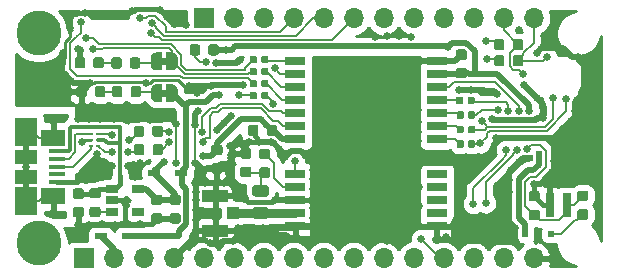
<source format=gbr>
G04 #@! TF.GenerationSoftware,KiCad,Pcbnew,(5.1.4)-1*
G04 #@! TF.CreationDate,2020-02-24T10:19:24-05:00*
G04 #@! TF.ProjectId,Feather-NEO-M9N-GPS,46656174-6865-4722-9d4e-454f2d4d394e,rev?*
G04 #@! TF.SameCoordinates,Original*
G04 #@! TF.FileFunction,Copper,L1,Top*
G04 #@! TF.FilePolarity,Positive*
%FSLAX46Y46*%
G04 Gerber Fmt 4.6, Leading zero omitted, Abs format (unit mm)*
G04 Created by KiCad (PCBNEW (5.1.4)-1) date 2020-02-24 10:19:24*
%MOMM*%
%LPD*%
G04 APERTURE LIST*
%ADD10C,0.100000*%
%ADD11C,0.875000*%
%ADD12R,0.325000X0.250000*%
%ADD13O,1.700000X1.700000*%
%ADD14R,1.700000X1.700000*%
%ADD15C,0.590000*%
%ADD16R,1.050000X0.500000*%
%ADD17R,1.050000X1.000000*%
%ADD18R,2.200000X1.050000*%
%ADD19R,1.800000X0.800000*%
%ADD20R,1.060000X0.650000*%
%ADD21R,1.900000X1.175000*%
%ADD22R,1.900000X2.375000*%
%ADD23R,2.100000X1.475000*%
%ADD24R,1.380000X0.450000*%
%ADD25C,0.500000*%
%ADD26R,0.500000X0.500000*%
%ADD27R,0.800000X2.000000*%
%ADD28C,0.975000*%
%ADD29C,3.800000*%
%ADD30C,0.660400*%
%ADD31C,0.609600*%
%ADD32C,0.152400*%
%ADD33C,0.381000*%
%ADD34C,0.254000*%
%ADD35C,0.508000*%
%ADD36C,0.778834*%
%ADD37C,0.304800*%
G04 APERTURE END LIST*
D10*
G36*
X141558200Y-79700400D02*
G01*
X142058200Y-79700400D01*
X142058200Y-79100400D01*
X141558200Y-79100400D01*
X141558200Y-79700400D01*
G37*
G36*
X141570900Y-82392800D02*
G01*
X142070900Y-82392800D01*
X142070900Y-81792800D01*
X141570900Y-81792800D01*
X141570900Y-82392800D01*
G37*
G36*
X146226791Y-77961253D02*
G01*
X146248026Y-77964403D01*
X146268850Y-77969619D01*
X146289062Y-77976851D01*
X146308468Y-77986030D01*
X146326881Y-77997066D01*
X146344124Y-78009854D01*
X146360030Y-78024270D01*
X146374446Y-78040176D01*
X146387234Y-78057419D01*
X146398270Y-78075832D01*
X146407449Y-78095238D01*
X146414681Y-78115450D01*
X146419897Y-78136274D01*
X146423047Y-78157509D01*
X146424100Y-78178950D01*
X146424100Y-78691450D01*
X146423047Y-78712891D01*
X146419897Y-78734126D01*
X146414681Y-78754950D01*
X146407449Y-78775162D01*
X146398270Y-78794568D01*
X146387234Y-78812981D01*
X146374446Y-78830224D01*
X146360030Y-78846130D01*
X146344124Y-78860546D01*
X146326881Y-78873334D01*
X146308468Y-78884370D01*
X146289062Y-78893549D01*
X146268850Y-78900781D01*
X146248026Y-78905997D01*
X146226791Y-78909147D01*
X146205350Y-78910200D01*
X145767850Y-78910200D01*
X145746409Y-78909147D01*
X145725174Y-78905997D01*
X145704350Y-78900781D01*
X145684138Y-78893549D01*
X145664732Y-78884370D01*
X145646319Y-78873334D01*
X145629076Y-78860546D01*
X145613170Y-78846130D01*
X145598754Y-78830224D01*
X145585966Y-78812981D01*
X145574930Y-78794568D01*
X145565751Y-78775162D01*
X145558519Y-78754950D01*
X145553303Y-78734126D01*
X145550153Y-78712891D01*
X145549100Y-78691450D01*
X145549100Y-78178950D01*
X145550153Y-78157509D01*
X145553303Y-78136274D01*
X145558519Y-78115450D01*
X145565751Y-78095238D01*
X145574930Y-78075832D01*
X145585966Y-78057419D01*
X145598754Y-78040176D01*
X145613170Y-78024270D01*
X145629076Y-78009854D01*
X145646319Y-77997066D01*
X145664732Y-77986030D01*
X145684138Y-77976851D01*
X145704350Y-77969619D01*
X145725174Y-77964403D01*
X145746409Y-77961253D01*
X145767850Y-77960200D01*
X146205350Y-77960200D01*
X146226791Y-77961253D01*
X146226791Y-77961253D01*
G37*
D11*
X145986600Y-78435200D03*
D10*
G36*
X144651791Y-77961253D02*
G01*
X144673026Y-77964403D01*
X144693850Y-77969619D01*
X144714062Y-77976851D01*
X144733468Y-77986030D01*
X144751881Y-77997066D01*
X144769124Y-78009854D01*
X144785030Y-78024270D01*
X144799446Y-78040176D01*
X144812234Y-78057419D01*
X144823270Y-78075832D01*
X144832449Y-78095238D01*
X144839681Y-78115450D01*
X144844897Y-78136274D01*
X144848047Y-78157509D01*
X144849100Y-78178950D01*
X144849100Y-78691450D01*
X144848047Y-78712891D01*
X144844897Y-78734126D01*
X144839681Y-78754950D01*
X144832449Y-78775162D01*
X144823270Y-78794568D01*
X144812234Y-78812981D01*
X144799446Y-78830224D01*
X144785030Y-78846130D01*
X144769124Y-78860546D01*
X144751881Y-78873334D01*
X144733468Y-78884370D01*
X144714062Y-78893549D01*
X144693850Y-78900781D01*
X144673026Y-78905997D01*
X144651791Y-78909147D01*
X144630350Y-78910200D01*
X144192850Y-78910200D01*
X144171409Y-78909147D01*
X144150174Y-78905997D01*
X144129350Y-78900781D01*
X144109138Y-78893549D01*
X144089732Y-78884370D01*
X144071319Y-78873334D01*
X144054076Y-78860546D01*
X144038170Y-78846130D01*
X144023754Y-78830224D01*
X144010966Y-78812981D01*
X143999930Y-78794568D01*
X143990751Y-78775162D01*
X143983519Y-78754950D01*
X143978303Y-78734126D01*
X143975153Y-78712891D01*
X143974100Y-78691450D01*
X143974100Y-78178950D01*
X143975153Y-78157509D01*
X143978303Y-78136274D01*
X143983519Y-78115450D01*
X143990751Y-78095238D01*
X143999930Y-78075832D01*
X144010966Y-78057419D01*
X144023754Y-78040176D01*
X144038170Y-78024270D01*
X144054076Y-78009854D01*
X144071319Y-77997066D01*
X144089732Y-77986030D01*
X144109138Y-77976851D01*
X144129350Y-77969619D01*
X144150174Y-77964403D01*
X144171409Y-77961253D01*
X144192850Y-77960200D01*
X144630350Y-77960200D01*
X144651791Y-77961253D01*
X144651791Y-77961253D01*
G37*
D11*
X144411600Y-78435200D03*
D12*
X136252400Y-85529800D03*
X136252400Y-86029800D03*
X136252400Y-86529800D03*
X135578400Y-86529800D03*
X135578400Y-86029800D03*
X135578400Y-85529800D03*
D13*
X173088300Y-75768200D03*
X170548300Y-75768200D03*
X168008300Y-75768200D03*
X165468300Y-75768200D03*
X162928300Y-75768200D03*
X160388300Y-75768200D03*
X157848300Y-75768200D03*
X155308300Y-75768200D03*
X152768300Y-75768200D03*
X150228300Y-75768200D03*
X147688300Y-75768200D03*
D14*
X145148300Y-75768200D03*
D13*
X173088300Y-96088200D03*
X170548300Y-96088200D03*
X168008300Y-96088200D03*
X165468300Y-96088200D03*
X162928300Y-96088200D03*
X160388300Y-96088200D03*
X157848300Y-96088200D03*
X155308300Y-96088200D03*
X152768300Y-96088200D03*
X150228300Y-96088200D03*
X147688300Y-96088200D03*
X145148300Y-96088200D03*
X142608300Y-96088200D03*
X140068300Y-96088200D03*
X137528300Y-96088200D03*
D14*
X134988300Y-96088200D03*
D10*
G36*
X150504418Y-78941410D02*
G01*
X150518736Y-78943534D01*
X150532777Y-78947051D01*
X150546406Y-78951928D01*
X150559491Y-78958117D01*
X150571907Y-78965558D01*
X150583533Y-78974181D01*
X150594258Y-78983902D01*
X150603979Y-78994627D01*
X150612602Y-79006253D01*
X150620043Y-79018669D01*
X150626232Y-79031754D01*
X150631109Y-79045383D01*
X150634626Y-79059424D01*
X150636750Y-79073742D01*
X150637460Y-79088200D01*
X150637460Y-79433200D01*
X150636750Y-79447658D01*
X150634626Y-79461976D01*
X150631109Y-79476017D01*
X150626232Y-79489646D01*
X150620043Y-79502731D01*
X150612602Y-79515147D01*
X150603979Y-79526773D01*
X150594258Y-79537498D01*
X150583533Y-79547219D01*
X150571907Y-79555842D01*
X150559491Y-79563283D01*
X150546406Y-79569472D01*
X150532777Y-79574349D01*
X150518736Y-79577866D01*
X150504418Y-79579990D01*
X150489960Y-79580700D01*
X150194960Y-79580700D01*
X150180502Y-79579990D01*
X150166184Y-79577866D01*
X150152143Y-79574349D01*
X150138514Y-79569472D01*
X150125429Y-79563283D01*
X150113013Y-79555842D01*
X150101387Y-79547219D01*
X150090662Y-79537498D01*
X150080941Y-79526773D01*
X150072318Y-79515147D01*
X150064877Y-79502731D01*
X150058688Y-79489646D01*
X150053811Y-79476017D01*
X150050294Y-79461976D01*
X150048170Y-79447658D01*
X150047460Y-79433200D01*
X150047460Y-79088200D01*
X150048170Y-79073742D01*
X150050294Y-79059424D01*
X150053811Y-79045383D01*
X150058688Y-79031754D01*
X150064877Y-79018669D01*
X150072318Y-79006253D01*
X150080941Y-78994627D01*
X150090662Y-78983902D01*
X150101387Y-78974181D01*
X150113013Y-78965558D01*
X150125429Y-78958117D01*
X150138514Y-78951928D01*
X150152143Y-78947051D01*
X150166184Y-78943534D01*
X150180502Y-78941410D01*
X150194960Y-78940700D01*
X150489960Y-78940700D01*
X150504418Y-78941410D01*
X150504418Y-78941410D01*
G37*
D15*
X150342460Y-79260700D03*
D10*
G36*
X149534418Y-78941410D02*
G01*
X149548736Y-78943534D01*
X149562777Y-78947051D01*
X149576406Y-78951928D01*
X149589491Y-78958117D01*
X149601907Y-78965558D01*
X149613533Y-78974181D01*
X149624258Y-78983902D01*
X149633979Y-78994627D01*
X149642602Y-79006253D01*
X149650043Y-79018669D01*
X149656232Y-79031754D01*
X149661109Y-79045383D01*
X149664626Y-79059424D01*
X149666750Y-79073742D01*
X149667460Y-79088200D01*
X149667460Y-79433200D01*
X149666750Y-79447658D01*
X149664626Y-79461976D01*
X149661109Y-79476017D01*
X149656232Y-79489646D01*
X149650043Y-79502731D01*
X149642602Y-79515147D01*
X149633979Y-79526773D01*
X149624258Y-79537498D01*
X149613533Y-79547219D01*
X149601907Y-79555842D01*
X149589491Y-79563283D01*
X149576406Y-79569472D01*
X149562777Y-79574349D01*
X149548736Y-79577866D01*
X149534418Y-79579990D01*
X149519960Y-79580700D01*
X149224960Y-79580700D01*
X149210502Y-79579990D01*
X149196184Y-79577866D01*
X149182143Y-79574349D01*
X149168514Y-79569472D01*
X149155429Y-79563283D01*
X149143013Y-79555842D01*
X149131387Y-79547219D01*
X149120662Y-79537498D01*
X149110941Y-79526773D01*
X149102318Y-79515147D01*
X149094877Y-79502731D01*
X149088688Y-79489646D01*
X149083811Y-79476017D01*
X149080294Y-79461976D01*
X149078170Y-79447658D01*
X149077460Y-79433200D01*
X149077460Y-79088200D01*
X149078170Y-79073742D01*
X149080294Y-79059424D01*
X149083811Y-79045383D01*
X149088688Y-79031754D01*
X149094877Y-79018669D01*
X149102318Y-79006253D01*
X149110941Y-78994627D01*
X149120662Y-78983902D01*
X149131387Y-78974181D01*
X149143013Y-78965558D01*
X149155429Y-78958117D01*
X149168514Y-78951928D01*
X149182143Y-78947051D01*
X149196184Y-78943534D01*
X149210502Y-78941410D01*
X149224960Y-78940700D01*
X149519960Y-78940700D01*
X149534418Y-78941410D01*
X149534418Y-78941410D01*
G37*
D15*
X149372460Y-79260700D03*
D10*
G36*
X167037558Y-84863842D02*
G01*
X167051876Y-84865966D01*
X167065917Y-84869483D01*
X167079546Y-84874360D01*
X167092631Y-84880549D01*
X167105047Y-84887990D01*
X167116673Y-84896613D01*
X167127398Y-84906334D01*
X167137119Y-84917059D01*
X167145742Y-84928685D01*
X167153183Y-84941101D01*
X167159372Y-84954186D01*
X167164249Y-84967815D01*
X167167766Y-84981856D01*
X167169890Y-84996174D01*
X167170600Y-85010632D01*
X167170600Y-85355632D01*
X167169890Y-85370090D01*
X167167766Y-85384408D01*
X167164249Y-85398449D01*
X167159372Y-85412078D01*
X167153183Y-85425163D01*
X167145742Y-85437579D01*
X167137119Y-85449205D01*
X167127398Y-85459930D01*
X167116673Y-85469651D01*
X167105047Y-85478274D01*
X167092631Y-85485715D01*
X167079546Y-85491904D01*
X167065917Y-85496781D01*
X167051876Y-85500298D01*
X167037558Y-85502422D01*
X167023100Y-85503132D01*
X166728100Y-85503132D01*
X166713642Y-85502422D01*
X166699324Y-85500298D01*
X166685283Y-85496781D01*
X166671654Y-85491904D01*
X166658569Y-85485715D01*
X166646153Y-85478274D01*
X166634527Y-85469651D01*
X166623802Y-85459930D01*
X166614081Y-85449205D01*
X166605458Y-85437579D01*
X166598017Y-85425163D01*
X166591828Y-85412078D01*
X166586951Y-85398449D01*
X166583434Y-85384408D01*
X166581310Y-85370090D01*
X166580600Y-85355632D01*
X166580600Y-85010632D01*
X166581310Y-84996174D01*
X166583434Y-84981856D01*
X166586951Y-84967815D01*
X166591828Y-84954186D01*
X166598017Y-84941101D01*
X166605458Y-84928685D01*
X166614081Y-84917059D01*
X166623802Y-84906334D01*
X166634527Y-84896613D01*
X166646153Y-84887990D01*
X166658569Y-84880549D01*
X166671654Y-84874360D01*
X166685283Y-84869483D01*
X166699324Y-84865966D01*
X166713642Y-84863842D01*
X166728100Y-84863132D01*
X167023100Y-84863132D01*
X167037558Y-84863842D01*
X167037558Y-84863842D01*
G37*
D15*
X166875600Y-85183132D03*
D10*
G36*
X168007558Y-84863842D02*
G01*
X168021876Y-84865966D01*
X168035917Y-84869483D01*
X168049546Y-84874360D01*
X168062631Y-84880549D01*
X168075047Y-84887990D01*
X168086673Y-84896613D01*
X168097398Y-84906334D01*
X168107119Y-84917059D01*
X168115742Y-84928685D01*
X168123183Y-84941101D01*
X168129372Y-84954186D01*
X168134249Y-84967815D01*
X168137766Y-84981856D01*
X168139890Y-84996174D01*
X168140600Y-85010632D01*
X168140600Y-85355632D01*
X168139890Y-85370090D01*
X168137766Y-85384408D01*
X168134249Y-85398449D01*
X168129372Y-85412078D01*
X168123183Y-85425163D01*
X168115742Y-85437579D01*
X168107119Y-85449205D01*
X168097398Y-85459930D01*
X168086673Y-85469651D01*
X168075047Y-85478274D01*
X168062631Y-85485715D01*
X168049546Y-85491904D01*
X168035917Y-85496781D01*
X168021876Y-85500298D01*
X168007558Y-85502422D01*
X167993100Y-85503132D01*
X167698100Y-85503132D01*
X167683642Y-85502422D01*
X167669324Y-85500298D01*
X167655283Y-85496781D01*
X167641654Y-85491904D01*
X167628569Y-85485715D01*
X167616153Y-85478274D01*
X167604527Y-85469651D01*
X167593802Y-85459930D01*
X167584081Y-85449205D01*
X167575458Y-85437579D01*
X167568017Y-85425163D01*
X167561828Y-85412078D01*
X167556951Y-85398449D01*
X167553434Y-85384408D01*
X167551310Y-85370090D01*
X167550600Y-85355632D01*
X167550600Y-85010632D01*
X167551310Y-84996174D01*
X167553434Y-84981856D01*
X167556951Y-84967815D01*
X167561828Y-84954186D01*
X167568017Y-84941101D01*
X167575458Y-84928685D01*
X167584081Y-84917059D01*
X167593802Y-84906334D01*
X167604527Y-84896613D01*
X167616153Y-84887990D01*
X167628569Y-84880549D01*
X167641654Y-84874360D01*
X167655283Y-84869483D01*
X167669324Y-84865966D01*
X167683642Y-84863842D01*
X167698100Y-84863132D01*
X167993100Y-84863132D01*
X168007558Y-84863842D01*
X168007558Y-84863842D01*
G37*
D15*
X167845600Y-85183132D03*
D10*
G36*
X167037558Y-86091510D02*
G01*
X167051876Y-86093634D01*
X167065917Y-86097151D01*
X167079546Y-86102028D01*
X167092631Y-86108217D01*
X167105047Y-86115658D01*
X167116673Y-86124281D01*
X167127398Y-86134002D01*
X167137119Y-86144727D01*
X167145742Y-86156353D01*
X167153183Y-86168769D01*
X167159372Y-86181854D01*
X167164249Y-86195483D01*
X167167766Y-86209524D01*
X167169890Y-86223842D01*
X167170600Y-86238300D01*
X167170600Y-86583300D01*
X167169890Y-86597758D01*
X167167766Y-86612076D01*
X167164249Y-86626117D01*
X167159372Y-86639746D01*
X167153183Y-86652831D01*
X167145742Y-86665247D01*
X167137119Y-86676873D01*
X167127398Y-86687598D01*
X167116673Y-86697319D01*
X167105047Y-86705942D01*
X167092631Y-86713383D01*
X167079546Y-86719572D01*
X167065917Y-86724449D01*
X167051876Y-86727966D01*
X167037558Y-86730090D01*
X167023100Y-86730800D01*
X166728100Y-86730800D01*
X166713642Y-86730090D01*
X166699324Y-86727966D01*
X166685283Y-86724449D01*
X166671654Y-86719572D01*
X166658569Y-86713383D01*
X166646153Y-86705942D01*
X166634527Y-86697319D01*
X166623802Y-86687598D01*
X166614081Y-86676873D01*
X166605458Y-86665247D01*
X166598017Y-86652831D01*
X166591828Y-86639746D01*
X166586951Y-86626117D01*
X166583434Y-86612076D01*
X166581310Y-86597758D01*
X166580600Y-86583300D01*
X166580600Y-86238300D01*
X166581310Y-86223842D01*
X166583434Y-86209524D01*
X166586951Y-86195483D01*
X166591828Y-86181854D01*
X166598017Y-86168769D01*
X166605458Y-86156353D01*
X166614081Y-86144727D01*
X166623802Y-86134002D01*
X166634527Y-86124281D01*
X166646153Y-86115658D01*
X166658569Y-86108217D01*
X166671654Y-86102028D01*
X166685283Y-86097151D01*
X166699324Y-86093634D01*
X166713642Y-86091510D01*
X166728100Y-86090800D01*
X167023100Y-86090800D01*
X167037558Y-86091510D01*
X167037558Y-86091510D01*
G37*
D15*
X166875600Y-86410800D03*
D10*
G36*
X168007558Y-86091510D02*
G01*
X168021876Y-86093634D01*
X168035917Y-86097151D01*
X168049546Y-86102028D01*
X168062631Y-86108217D01*
X168075047Y-86115658D01*
X168086673Y-86124281D01*
X168097398Y-86134002D01*
X168107119Y-86144727D01*
X168115742Y-86156353D01*
X168123183Y-86168769D01*
X168129372Y-86181854D01*
X168134249Y-86195483D01*
X168137766Y-86209524D01*
X168139890Y-86223842D01*
X168140600Y-86238300D01*
X168140600Y-86583300D01*
X168139890Y-86597758D01*
X168137766Y-86612076D01*
X168134249Y-86626117D01*
X168129372Y-86639746D01*
X168123183Y-86652831D01*
X168115742Y-86665247D01*
X168107119Y-86676873D01*
X168097398Y-86687598D01*
X168086673Y-86697319D01*
X168075047Y-86705942D01*
X168062631Y-86713383D01*
X168049546Y-86719572D01*
X168035917Y-86724449D01*
X168021876Y-86727966D01*
X168007558Y-86730090D01*
X167993100Y-86730800D01*
X167698100Y-86730800D01*
X167683642Y-86730090D01*
X167669324Y-86727966D01*
X167655283Y-86724449D01*
X167641654Y-86719572D01*
X167628569Y-86713383D01*
X167616153Y-86705942D01*
X167604527Y-86697319D01*
X167593802Y-86687598D01*
X167584081Y-86676873D01*
X167575458Y-86665247D01*
X167568017Y-86652831D01*
X167561828Y-86639746D01*
X167556951Y-86626117D01*
X167553434Y-86612076D01*
X167551310Y-86597758D01*
X167550600Y-86583300D01*
X167550600Y-86238300D01*
X167551310Y-86223842D01*
X167553434Y-86209524D01*
X167556951Y-86195483D01*
X167561828Y-86181854D01*
X167568017Y-86168769D01*
X167575458Y-86156353D01*
X167584081Y-86144727D01*
X167593802Y-86134002D01*
X167604527Y-86124281D01*
X167616153Y-86115658D01*
X167628569Y-86108217D01*
X167641654Y-86102028D01*
X167655283Y-86097151D01*
X167669324Y-86093634D01*
X167683642Y-86091510D01*
X167698100Y-86090800D01*
X167993100Y-86090800D01*
X168007558Y-86091510D01*
X168007558Y-86091510D01*
G37*
D15*
X167845600Y-86410800D03*
D16*
X136453800Y-94208600D03*
X138729800Y-94208600D03*
X140962300Y-88887300D03*
X143238300Y-88887300D03*
D17*
X147663900Y-92252800D03*
D18*
X146138900Y-90777800D03*
X146138900Y-93727800D03*
D10*
G36*
X150504418Y-79957410D02*
G01*
X150518736Y-79959534D01*
X150532777Y-79963051D01*
X150546406Y-79967928D01*
X150559491Y-79974117D01*
X150571907Y-79981558D01*
X150583533Y-79990181D01*
X150594258Y-79999902D01*
X150603979Y-80010627D01*
X150612602Y-80022253D01*
X150620043Y-80034669D01*
X150626232Y-80047754D01*
X150631109Y-80061383D01*
X150634626Y-80075424D01*
X150636750Y-80089742D01*
X150637460Y-80104200D01*
X150637460Y-80449200D01*
X150636750Y-80463658D01*
X150634626Y-80477976D01*
X150631109Y-80492017D01*
X150626232Y-80505646D01*
X150620043Y-80518731D01*
X150612602Y-80531147D01*
X150603979Y-80542773D01*
X150594258Y-80553498D01*
X150583533Y-80563219D01*
X150571907Y-80571842D01*
X150559491Y-80579283D01*
X150546406Y-80585472D01*
X150532777Y-80590349D01*
X150518736Y-80593866D01*
X150504418Y-80595990D01*
X150489960Y-80596700D01*
X150194960Y-80596700D01*
X150180502Y-80595990D01*
X150166184Y-80593866D01*
X150152143Y-80590349D01*
X150138514Y-80585472D01*
X150125429Y-80579283D01*
X150113013Y-80571842D01*
X150101387Y-80563219D01*
X150090662Y-80553498D01*
X150080941Y-80542773D01*
X150072318Y-80531147D01*
X150064877Y-80518731D01*
X150058688Y-80505646D01*
X150053811Y-80492017D01*
X150050294Y-80477976D01*
X150048170Y-80463658D01*
X150047460Y-80449200D01*
X150047460Y-80104200D01*
X150048170Y-80089742D01*
X150050294Y-80075424D01*
X150053811Y-80061383D01*
X150058688Y-80047754D01*
X150064877Y-80034669D01*
X150072318Y-80022253D01*
X150080941Y-80010627D01*
X150090662Y-79999902D01*
X150101387Y-79990181D01*
X150113013Y-79981558D01*
X150125429Y-79974117D01*
X150138514Y-79967928D01*
X150152143Y-79963051D01*
X150166184Y-79959534D01*
X150180502Y-79957410D01*
X150194960Y-79956700D01*
X150489960Y-79956700D01*
X150504418Y-79957410D01*
X150504418Y-79957410D01*
G37*
D15*
X150342460Y-80276700D03*
D10*
G36*
X149534418Y-79957410D02*
G01*
X149548736Y-79959534D01*
X149562777Y-79963051D01*
X149576406Y-79967928D01*
X149589491Y-79974117D01*
X149601907Y-79981558D01*
X149613533Y-79990181D01*
X149624258Y-79999902D01*
X149633979Y-80010627D01*
X149642602Y-80022253D01*
X149650043Y-80034669D01*
X149656232Y-80047754D01*
X149661109Y-80061383D01*
X149664626Y-80075424D01*
X149666750Y-80089742D01*
X149667460Y-80104200D01*
X149667460Y-80449200D01*
X149666750Y-80463658D01*
X149664626Y-80477976D01*
X149661109Y-80492017D01*
X149656232Y-80505646D01*
X149650043Y-80518731D01*
X149642602Y-80531147D01*
X149633979Y-80542773D01*
X149624258Y-80553498D01*
X149613533Y-80563219D01*
X149601907Y-80571842D01*
X149589491Y-80579283D01*
X149576406Y-80585472D01*
X149562777Y-80590349D01*
X149548736Y-80593866D01*
X149534418Y-80595990D01*
X149519960Y-80596700D01*
X149224960Y-80596700D01*
X149210502Y-80595990D01*
X149196184Y-80593866D01*
X149182143Y-80590349D01*
X149168514Y-80585472D01*
X149155429Y-80579283D01*
X149143013Y-80571842D01*
X149131387Y-80563219D01*
X149120662Y-80553498D01*
X149110941Y-80542773D01*
X149102318Y-80531147D01*
X149094877Y-80518731D01*
X149088688Y-80505646D01*
X149083811Y-80492017D01*
X149080294Y-80477976D01*
X149078170Y-80463658D01*
X149077460Y-80449200D01*
X149077460Y-80104200D01*
X149078170Y-80089742D01*
X149080294Y-80075424D01*
X149083811Y-80061383D01*
X149088688Y-80047754D01*
X149094877Y-80034669D01*
X149102318Y-80022253D01*
X149110941Y-80010627D01*
X149120662Y-79999902D01*
X149131387Y-79990181D01*
X149143013Y-79981558D01*
X149155429Y-79974117D01*
X149168514Y-79967928D01*
X149182143Y-79963051D01*
X149196184Y-79959534D01*
X149210502Y-79957410D01*
X149224960Y-79956700D01*
X149519960Y-79956700D01*
X149534418Y-79957410D01*
X149534418Y-79957410D01*
G37*
D15*
X149372460Y-80276700D03*
D10*
G36*
X150504418Y-80973410D02*
G01*
X150518736Y-80975534D01*
X150532777Y-80979051D01*
X150546406Y-80983928D01*
X150559491Y-80990117D01*
X150571907Y-80997558D01*
X150583533Y-81006181D01*
X150594258Y-81015902D01*
X150603979Y-81026627D01*
X150612602Y-81038253D01*
X150620043Y-81050669D01*
X150626232Y-81063754D01*
X150631109Y-81077383D01*
X150634626Y-81091424D01*
X150636750Y-81105742D01*
X150637460Y-81120200D01*
X150637460Y-81465200D01*
X150636750Y-81479658D01*
X150634626Y-81493976D01*
X150631109Y-81508017D01*
X150626232Y-81521646D01*
X150620043Y-81534731D01*
X150612602Y-81547147D01*
X150603979Y-81558773D01*
X150594258Y-81569498D01*
X150583533Y-81579219D01*
X150571907Y-81587842D01*
X150559491Y-81595283D01*
X150546406Y-81601472D01*
X150532777Y-81606349D01*
X150518736Y-81609866D01*
X150504418Y-81611990D01*
X150489960Y-81612700D01*
X150194960Y-81612700D01*
X150180502Y-81611990D01*
X150166184Y-81609866D01*
X150152143Y-81606349D01*
X150138514Y-81601472D01*
X150125429Y-81595283D01*
X150113013Y-81587842D01*
X150101387Y-81579219D01*
X150090662Y-81569498D01*
X150080941Y-81558773D01*
X150072318Y-81547147D01*
X150064877Y-81534731D01*
X150058688Y-81521646D01*
X150053811Y-81508017D01*
X150050294Y-81493976D01*
X150048170Y-81479658D01*
X150047460Y-81465200D01*
X150047460Y-81120200D01*
X150048170Y-81105742D01*
X150050294Y-81091424D01*
X150053811Y-81077383D01*
X150058688Y-81063754D01*
X150064877Y-81050669D01*
X150072318Y-81038253D01*
X150080941Y-81026627D01*
X150090662Y-81015902D01*
X150101387Y-81006181D01*
X150113013Y-80997558D01*
X150125429Y-80990117D01*
X150138514Y-80983928D01*
X150152143Y-80979051D01*
X150166184Y-80975534D01*
X150180502Y-80973410D01*
X150194960Y-80972700D01*
X150489960Y-80972700D01*
X150504418Y-80973410D01*
X150504418Y-80973410D01*
G37*
D15*
X150342460Y-81292700D03*
D10*
G36*
X149534418Y-80973410D02*
G01*
X149548736Y-80975534D01*
X149562777Y-80979051D01*
X149576406Y-80983928D01*
X149589491Y-80990117D01*
X149601907Y-80997558D01*
X149613533Y-81006181D01*
X149624258Y-81015902D01*
X149633979Y-81026627D01*
X149642602Y-81038253D01*
X149650043Y-81050669D01*
X149656232Y-81063754D01*
X149661109Y-81077383D01*
X149664626Y-81091424D01*
X149666750Y-81105742D01*
X149667460Y-81120200D01*
X149667460Y-81465200D01*
X149666750Y-81479658D01*
X149664626Y-81493976D01*
X149661109Y-81508017D01*
X149656232Y-81521646D01*
X149650043Y-81534731D01*
X149642602Y-81547147D01*
X149633979Y-81558773D01*
X149624258Y-81569498D01*
X149613533Y-81579219D01*
X149601907Y-81587842D01*
X149589491Y-81595283D01*
X149576406Y-81601472D01*
X149562777Y-81606349D01*
X149548736Y-81609866D01*
X149534418Y-81611990D01*
X149519960Y-81612700D01*
X149224960Y-81612700D01*
X149210502Y-81611990D01*
X149196184Y-81609866D01*
X149182143Y-81606349D01*
X149168514Y-81601472D01*
X149155429Y-81595283D01*
X149143013Y-81587842D01*
X149131387Y-81579219D01*
X149120662Y-81569498D01*
X149110941Y-81558773D01*
X149102318Y-81547147D01*
X149094877Y-81534731D01*
X149088688Y-81521646D01*
X149083811Y-81508017D01*
X149080294Y-81493976D01*
X149078170Y-81479658D01*
X149077460Y-81465200D01*
X149077460Y-81120200D01*
X149078170Y-81105742D01*
X149080294Y-81091424D01*
X149083811Y-81077383D01*
X149088688Y-81063754D01*
X149094877Y-81050669D01*
X149102318Y-81038253D01*
X149110941Y-81026627D01*
X149120662Y-81015902D01*
X149131387Y-81006181D01*
X149143013Y-80997558D01*
X149155429Y-80990117D01*
X149168514Y-80983928D01*
X149182143Y-80979051D01*
X149196184Y-80975534D01*
X149210502Y-80973410D01*
X149224960Y-80972700D01*
X149519960Y-80972700D01*
X149534418Y-80973410D01*
X149534418Y-80973410D01*
G37*
D15*
X149372460Y-81292700D03*
D10*
G36*
X150504418Y-81989410D02*
G01*
X150518736Y-81991534D01*
X150532777Y-81995051D01*
X150546406Y-81999928D01*
X150559491Y-82006117D01*
X150571907Y-82013558D01*
X150583533Y-82022181D01*
X150594258Y-82031902D01*
X150603979Y-82042627D01*
X150612602Y-82054253D01*
X150620043Y-82066669D01*
X150626232Y-82079754D01*
X150631109Y-82093383D01*
X150634626Y-82107424D01*
X150636750Y-82121742D01*
X150637460Y-82136200D01*
X150637460Y-82481200D01*
X150636750Y-82495658D01*
X150634626Y-82509976D01*
X150631109Y-82524017D01*
X150626232Y-82537646D01*
X150620043Y-82550731D01*
X150612602Y-82563147D01*
X150603979Y-82574773D01*
X150594258Y-82585498D01*
X150583533Y-82595219D01*
X150571907Y-82603842D01*
X150559491Y-82611283D01*
X150546406Y-82617472D01*
X150532777Y-82622349D01*
X150518736Y-82625866D01*
X150504418Y-82627990D01*
X150489960Y-82628700D01*
X150194960Y-82628700D01*
X150180502Y-82627990D01*
X150166184Y-82625866D01*
X150152143Y-82622349D01*
X150138514Y-82617472D01*
X150125429Y-82611283D01*
X150113013Y-82603842D01*
X150101387Y-82595219D01*
X150090662Y-82585498D01*
X150080941Y-82574773D01*
X150072318Y-82563147D01*
X150064877Y-82550731D01*
X150058688Y-82537646D01*
X150053811Y-82524017D01*
X150050294Y-82509976D01*
X150048170Y-82495658D01*
X150047460Y-82481200D01*
X150047460Y-82136200D01*
X150048170Y-82121742D01*
X150050294Y-82107424D01*
X150053811Y-82093383D01*
X150058688Y-82079754D01*
X150064877Y-82066669D01*
X150072318Y-82054253D01*
X150080941Y-82042627D01*
X150090662Y-82031902D01*
X150101387Y-82022181D01*
X150113013Y-82013558D01*
X150125429Y-82006117D01*
X150138514Y-81999928D01*
X150152143Y-81995051D01*
X150166184Y-81991534D01*
X150180502Y-81989410D01*
X150194960Y-81988700D01*
X150489960Y-81988700D01*
X150504418Y-81989410D01*
X150504418Y-81989410D01*
G37*
D15*
X150342460Y-82308700D03*
D10*
G36*
X149534418Y-81989410D02*
G01*
X149548736Y-81991534D01*
X149562777Y-81995051D01*
X149576406Y-81999928D01*
X149589491Y-82006117D01*
X149601907Y-82013558D01*
X149613533Y-82022181D01*
X149624258Y-82031902D01*
X149633979Y-82042627D01*
X149642602Y-82054253D01*
X149650043Y-82066669D01*
X149656232Y-82079754D01*
X149661109Y-82093383D01*
X149664626Y-82107424D01*
X149666750Y-82121742D01*
X149667460Y-82136200D01*
X149667460Y-82481200D01*
X149666750Y-82495658D01*
X149664626Y-82509976D01*
X149661109Y-82524017D01*
X149656232Y-82537646D01*
X149650043Y-82550731D01*
X149642602Y-82563147D01*
X149633979Y-82574773D01*
X149624258Y-82585498D01*
X149613533Y-82595219D01*
X149601907Y-82603842D01*
X149589491Y-82611283D01*
X149576406Y-82617472D01*
X149562777Y-82622349D01*
X149548736Y-82625866D01*
X149534418Y-82627990D01*
X149519960Y-82628700D01*
X149224960Y-82628700D01*
X149210502Y-82627990D01*
X149196184Y-82625866D01*
X149182143Y-82622349D01*
X149168514Y-82617472D01*
X149155429Y-82611283D01*
X149143013Y-82603842D01*
X149131387Y-82595219D01*
X149120662Y-82585498D01*
X149110941Y-82574773D01*
X149102318Y-82563147D01*
X149094877Y-82550731D01*
X149088688Y-82537646D01*
X149083811Y-82524017D01*
X149080294Y-82509976D01*
X149078170Y-82495658D01*
X149077460Y-82481200D01*
X149077460Y-82136200D01*
X149078170Y-82121742D01*
X149080294Y-82107424D01*
X149083811Y-82093383D01*
X149088688Y-82079754D01*
X149094877Y-82066669D01*
X149102318Y-82054253D01*
X149110941Y-82042627D01*
X149120662Y-82031902D01*
X149131387Y-82022181D01*
X149143013Y-82013558D01*
X149155429Y-82006117D01*
X149168514Y-81999928D01*
X149182143Y-81995051D01*
X149196184Y-81991534D01*
X149210502Y-81989410D01*
X149224960Y-81988700D01*
X149519960Y-81988700D01*
X149534418Y-81989410D01*
X149534418Y-81989410D01*
G37*
D15*
X149372460Y-82308700D03*
D10*
G36*
X167037558Y-83636176D02*
G01*
X167051876Y-83638300D01*
X167065917Y-83641817D01*
X167079546Y-83646694D01*
X167092631Y-83652883D01*
X167105047Y-83660324D01*
X167116673Y-83668947D01*
X167127398Y-83678668D01*
X167137119Y-83689393D01*
X167145742Y-83701019D01*
X167153183Y-83713435D01*
X167159372Y-83726520D01*
X167164249Y-83740149D01*
X167167766Y-83754190D01*
X167169890Y-83768508D01*
X167170600Y-83782966D01*
X167170600Y-84127966D01*
X167169890Y-84142424D01*
X167167766Y-84156742D01*
X167164249Y-84170783D01*
X167159372Y-84184412D01*
X167153183Y-84197497D01*
X167145742Y-84209913D01*
X167137119Y-84221539D01*
X167127398Y-84232264D01*
X167116673Y-84241985D01*
X167105047Y-84250608D01*
X167092631Y-84258049D01*
X167079546Y-84264238D01*
X167065917Y-84269115D01*
X167051876Y-84272632D01*
X167037558Y-84274756D01*
X167023100Y-84275466D01*
X166728100Y-84275466D01*
X166713642Y-84274756D01*
X166699324Y-84272632D01*
X166685283Y-84269115D01*
X166671654Y-84264238D01*
X166658569Y-84258049D01*
X166646153Y-84250608D01*
X166634527Y-84241985D01*
X166623802Y-84232264D01*
X166614081Y-84221539D01*
X166605458Y-84209913D01*
X166598017Y-84197497D01*
X166591828Y-84184412D01*
X166586951Y-84170783D01*
X166583434Y-84156742D01*
X166581310Y-84142424D01*
X166580600Y-84127966D01*
X166580600Y-83782966D01*
X166581310Y-83768508D01*
X166583434Y-83754190D01*
X166586951Y-83740149D01*
X166591828Y-83726520D01*
X166598017Y-83713435D01*
X166605458Y-83701019D01*
X166614081Y-83689393D01*
X166623802Y-83678668D01*
X166634527Y-83668947D01*
X166646153Y-83660324D01*
X166658569Y-83652883D01*
X166671654Y-83646694D01*
X166685283Y-83641817D01*
X166699324Y-83638300D01*
X166713642Y-83636176D01*
X166728100Y-83635466D01*
X167023100Y-83635466D01*
X167037558Y-83636176D01*
X167037558Y-83636176D01*
G37*
D15*
X166875600Y-83955466D03*
D10*
G36*
X168007558Y-83636176D02*
G01*
X168021876Y-83638300D01*
X168035917Y-83641817D01*
X168049546Y-83646694D01*
X168062631Y-83652883D01*
X168075047Y-83660324D01*
X168086673Y-83668947D01*
X168097398Y-83678668D01*
X168107119Y-83689393D01*
X168115742Y-83701019D01*
X168123183Y-83713435D01*
X168129372Y-83726520D01*
X168134249Y-83740149D01*
X168137766Y-83754190D01*
X168139890Y-83768508D01*
X168140600Y-83782966D01*
X168140600Y-84127966D01*
X168139890Y-84142424D01*
X168137766Y-84156742D01*
X168134249Y-84170783D01*
X168129372Y-84184412D01*
X168123183Y-84197497D01*
X168115742Y-84209913D01*
X168107119Y-84221539D01*
X168097398Y-84232264D01*
X168086673Y-84241985D01*
X168075047Y-84250608D01*
X168062631Y-84258049D01*
X168049546Y-84264238D01*
X168035917Y-84269115D01*
X168021876Y-84272632D01*
X168007558Y-84274756D01*
X167993100Y-84275466D01*
X167698100Y-84275466D01*
X167683642Y-84274756D01*
X167669324Y-84272632D01*
X167655283Y-84269115D01*
X167641654Y-84264238D01*
X167628569Y-84258049D01*
X167616153Y-84250608D01*
X167604527Y-84241985D01*
X167593802Y-84232264D01*
X167584081Y-84221539D01*
X167575458Y-84209913D01*
X167568017Y-84197497D01*
X167561828Y-84184412D01*
X167556951Y-84170783D01*
X167553434Y-84156742D01*
X167551310Y-84142424D01*
X167550600Y-84127966D01*
X167550600Y-83782966D01*
X167551310Y-83768508D01*
X167553434Y-83754190D01*
X167556951Y-83740149D01*
X167561828Y-83726520D01*
X167568017Y-83713435D01*
X167575458Y-83701019D01*
X167584081Y-83689393D01*
X167593802Y-83678668D01*
X167604527Y-83668947D01*
X167616153Y-83660324D01*
X167628569Y-83652883D01*
X167641654Y-83646694D01*
X167655283Y-83641817D01*
X167669324Y-83638300D01*
X167683642Y-83636176D01*
X167698100Y-83635466D01*
X167993100Y-83635466D01*
X168007558Y-83636176D01*
X168007558Y-83636176D01*
G37*
D15*
X167845600Y-83955466D03*
D10*
G36*
X166986758Y-82408510D02*
G01*
X167001076Y-82410634D01*
X167015117Y-82414151D01*
X167028746Y-82419028D01*
X167041831Y-82425217D01*
X167054247Y-82432658D01*
X167065873Y-82441281D01*
X167076598Y-82451002D01*
X167086319Y-82461727D01*
X167094942Y-82473353D01*
X167102383Y-82485769D01*
X167108572Y-82498854D01*
X167113449Y-82512483D01*
X167116966Y-82526524D01*
X167119090Y-82540842D01*
X167119800Y-82555300D01*
X167119800Y-82900300D01*
X167119090Y-82914758D01*
X167116966Y-82929076D01*
X167113449Y-82943117D01*
X167108572Y-82956746D01*
X167102383Y-82969831D01*
X167094942Y-82982247D01*
X167086319Y-82993873D01*
X167076598Y-83004598D01*
X167065873Y-83014319D01*
X167054247Y-83022942D01*
X167041831Y-83030383D01*
X167028746Y-83036572D01*
X167015117Y-83041449D01*
X167001076Y-83044966D01*
X166986758Y-83047090D01*
X166972300Y-83047800D01*
X166677300Y-83047800D01*
X166662842Y-83047090D01*
X166648524Y-83044966D01*
X166634483Y-83041449D01*
X166620854Y-83036572D01*
X166607769Y-83030383D01*
X166595353Y-83022942D01*
X166583727Y-83014319D01*
X166573002Y-83004598D01*
X166563281Y-82993873D01*
X166554658Y-82982247D01*
X166547217Y-82969831D01*
X166541028Y-82956746D01*
X166536151Y-82943117D01*
X166532634Y-82929076D01*
X166530510Y-82914758D01*
X166529800Y-82900300D01*
X166529800Y-82555300D01*
X166530510Y-82540842D01*
X166532634Y-82526524D01*
X166536151Y-82512483D01*
X166541028Y-82498854D01*
X166547217Y-82485769D01*
X166554658Y-82473353D01*
X166563281Y-82461727D01*
X166573002Y-82451002D01*
X166583727Y-82441281D01*
X166595353Y-82432658D01*
X166607769Y-82425217D01*
X166620854Y-82419028D01*
X166634483Y-82414151D01*
X166648524Y-82410634D01*
X166662842Y-82408510D01*
X166677300Y-82407800D01*
X166972300Y-82407800D01*
X166986758Y-82408510D01*
X166986758Y-82408510D01*
G37*
D15*
X166824800Y-82727800D03*
D10*
G36*
X167956758Y-82408510D02*
G01*
X167971076Y-82410634D01*
X167985117Y-82414151D01*
X167998746Y-82419028D01*
X168011831Y-82425217D01*
X168024247Y-82432658D01*
X168035873Y-82441281D01*
X168046598Y-82451002D01*
X168056319Y-82461727D01*
X168064942Y-82473353D01*
X168072383Y-82485769D01*
X168078572Y-82498854D01*
X168083449Y-82512483D01*
X168086966Y-82526524D01*
X168089090Y-82540842D01*
X168089800Y-82555300D01*
X168089800Y-82900300D01*
X168089090Y-82914758D01*
X168086966Y-82929076D01*
X168083449Y-82943117D01*
X168078572Y-82956746D01*
X168072383Y-82969831D01*
X168064942Y-82982247D01*
X168056319Y-82993873D01*
X168046598Y-83004598D01*
X168035873Y-83014319D01*
X168024247Y-83022942D01*
X168011831Y-83030383D01*
X167998746Y-83036572D01*
X167985117Y-83041449D01*
X167971076Y-83044966D01*
X167956758Y-83047090D01*
X167942300Y-83047800D01*
X167647300Y-83047800D01*
X167632842Y-83047090D01*
X167618524Y-83044966D01*
X167604483Y-83041449D01*
X167590854Y-83036572D01*
X167577769Y-83030383D01*
X167565353Y-83022942D01*
X167553727Y-83014319D01*
X167543002Y-83004598D01*
X167533281Y-82993873D01*
X167524658Y-82982247D01*
X167517217Y-82969831D01*
X167511028Y-82956746D01*
X167506151Y-82943117D01*
X167502634Y-82929076D01*
X167500510Y-82914758D01*
X167499800Y-82900300D01*
X167499800Y-82555300D01*
X167500510Y-82540842D01*
X167502634Y-82526524D01*
X167506151Y-82512483D01*
X167511028Y-82498854D01*
X167517217Y-82485769D01*
X167524658Y-82473353D01*
X167533281Y-82461727D01*
X167543002Y-82451002D01*
X167553727Y-82441281D01*
X167565353Y-82432658D01*
X167577769Y-82425217D01*
X167590854Y-82419028D01*
X167604483Y-82414151D01*
X167618524Y-82410634D01*
X167632842Y-82408510D01*
X167647300Y-82407800D01*
X167942300Y-82407800D01*
X167956758Y-82408510D01*
X167956758Y-82408510D01*
G37*
D15*
X167794800Y-82727800D03*
D19*
X164902400Y-79347300D03*
X164902400Y-80447300D03*
X164902400Y-81547300D03*
X164902400Y-82647300D03*
X164902400Y-83747300D03*
X164902400Y-84847300D03*
X164902400Y-85947300D03*
X164902400Y-88947300D03*
X164902400Y-90047300D03*
X164902400Y-91147300D03*
X164902400Y-92247300D03*
X164902400Y-93347300D03*
X152902400Y-93347300D03*
X152902400Y-92247300D03*
X152902400Y-91147300D03*
X152902400Y-90047300D03*
X152902400Y-88947300D03*
X152902400Y-85947300D03*
X152902400Y-84847300D03*
X152902400Y-83747300D03*
X152902400Y-82647300D03*
X152902400Y-81547300D03*
X152902400Y-80447300D03*
X152902400Y-79347300D03*
D10*
G36*
X141476291Y-90685953D02*
G01*
X141497526Y-90689103D01*
X141518350Y-90694319D01*
X141538562Y-90701551D01*
X141557968Y-90710730D01*
X141576381Y-90721766D01*
X141593624Y-90734554D01*
X141609530Y-90748970D01*
X141623946Y-90764876D01*
X141636734Y-90782119D01*
X141647770Y-90800532D01*
X141656949Y-90819938D01*
X141664181Y-90840150D01*
X141669397Y-90860974D01*
X141672547Y-90882209D01*
X141673600Y-90903650D01*
X141673600Y-91341150D01*
X141672547Y-91362591D01*
X141669397Y-91383826D01*
X141664181Y-91404650D01*
X141656949Y-91424862D01*
X141647770Y-91444268D01*
X141636734Y-91462681D01*
X141623946Y-91479924D01*
X141609530Y-91495830D01*
X141593624Y-91510246D01*
X141576381Y-91523034D01*
X141557968Y-91534070D01*
X141538562Y-91543249D01*
X141518350Y-91550481D01*
X141497526Y-91555697D01*
X141476291Y-91558847D01*
X141454850Y-91559900D01*
X140942350Y-91559900D01*
X140920909Y-91558847D01*
X140899674Y-91555697D01*
X140878850Y-91550481D01*
X140858638Y-91543249D01*
X140839232Y-91534070D01*
X140820819Y-91523034D01*
X140803576Y-91510246D01*
X140787670Y-91495830D01*
X140773254Y-91479924D01*
X140760466Y-91462681D01*
X140749430Y-91444268D01*
X140740251Y-91424862D01*
X140733019Y-91404650D01*
X140727803Y-91383826D01*
X140724653Y-91362591D01*
X140723600Y-91341150D01*
X140723600Y-90903650D01*
X140724653Y-90882209D01*
X140727803Y-90860974D01*
X140733019Y-90840150D01*
X140740251Y-90819938D01*
X140749430Y-90800532D01*
X140760466Y-90782119D01*
X140773254Y-90764876D01*
X140787670Y-90748970D01*
X140803576Y-90734554D01*
X140820819Y-90721766D01*
X140839232Y-90710730D01*
X140858638Y-90701551D01*
X140878850Y-90694319D01*
X140899674Y-90689103D01*
X140920909Y-90685953D01*
X140942350Y-90684900D01*
X141454850Y-90684900D01*
X141476291Y-90685953D01*
X141476291Y-90685953D01*
G37*
D11*
X141198600Y-91122400D03*
D10*
G36*
X141476291Y-92260953D02*
G01*
X141497526Y-92264103D01*
X141518350Y-92269319D01*
X141538562Y-92276551D01*
X141557968Y-92285730D01*
X141576381Y-92296766D01*
X141593624Y-92309554D01*
X141609530Y-92323970D01*
X141623946Y-92339876D01*
X141636734Y-92357119D01*
X141647770Y-92375532D01*
X141656949Y-92394938D01*
X141664181Y-92415150D01*
X141669397Y-92435974D01*
X141672547Y-92457209D01*
X141673600Y-92478650D01*
X141673600Y-92916150D01*
X141672547Y-92937591D01*
X141669397Y-92958826D01*
X141664181Y-92979650D01*
X141656949Y-92999862D01*
X141647770Y-93019268D01*
X141636734Y-93037681D01*
X141623946Y-93054924D01*
X141609530Y-93070830D01*
X141593624Y-93085246D01*
X141576381Y-93098034D01*
X141557968Y-93109070D01*
X141538562Y-93118249D01*
X141518350Y-93125481D01*
X141497526Y-93130697D01*
X141476291Y-93133847D01*
X141454850Y-93134900D01*
X140942350Y-93134900D01*
X140920909Y-93133847D01*
X140899674Y-93130697D01*
X140878850Y-93125481D01*
X140858638Y-93118249D01*
X140839232Y-93109070D01*
X140820819Y-93098034D01*
X140803576Y-93085246D01*
X140787670Y-93070830D01*
X140773254Y-93054924D01*
X140760466Y-93037681D01*
X140749430Y-93019268D01*
X140740251Y-92999862D01*
X140733019Y-92979650D01*
X140727803Y-92958826D01*
X140724653Y-92937591D01*
X140723600Y-92916150D01*
X140723600Y-92478650D01*
X140724653Y-92457209D01*
X140727803Y-92435974D01*
X140733019Y-92415150D01*
X140740251Y-92394938D01*
X140749430Y-92375532D01*
X140760466Y-92357119D01*
X140773254Y-92339876D01*
X140787670Y-92323970D01*
X140803576Y-92309554D01*
X140820819Y-92296766D01*
X140839232Y-92285730D01*
X140858638Y-92276551D01*
X140878850Y-92269319D01*
X140899674Y-92264103D01*
X140920909Y-92260953D01*
X140942350Y-92259900D01*
X141454850Y-92259900D01*
X141476291Y-92260953D01*
X141476291Y-92260953D01*
G37*
D11*
X141198600Y-92697400D03*
D10*
G36*
X143012991Y-90685953D02*
G01*
X143034226Y-90689103D01*
X143055050Y-90694319D01*
X143075262Y-90701551D01*
X143094668Y-90710730D01*
X143113081Y-90721766D01*
X143130324Y-90734554D01*
X143146230Y-90748970D01*
X143160646Y-90764876D01*
X143173434Y-90782119D01*
X143184470Y-90800532D01*
X143193649Y-90819938D01*
X143200881Y-90840150D01*
X143206097Y-90860974D01*
X143209247Y-90882209D01*
X143210300Y-90903650D01*
X143210300Y-91341150D01*
X143209247Y-91362591D01*
X143206097Y-91383826D01*
X143200881Y-91404650D01*
X143193649Y-91424862D01*
X143184470Y-91444268D01*
X143173434Y-91462681D01*
X143160646Y-91479924D01*
X143146230Y-91495830D01*
X143130324Y-91510246D01*
X143113081Y-91523034D01*
X143094668Y-91534070D01*
X143075262Y-91543249D01*
X143055050Y-91550481D01*
X143034226Y-91555697D01*
X143012991Y-91558847D01*
X142991550Y-91559900D01*
X142479050Y-91559900D01*
X142457609Y-91558847D01*
X142436374Y-91555697D01*
X142415550Y-91550481D01*
X142395338Y-91543249D01*
X142375932Y-91534070D01*
X142357519Y-91523034D01*
X142340276Y-91510246D01*
X142324370Y-91495830D01*
X142309954Y-91479924D01*
X142297166Y-91462681D01*
X142286130Y-91444268D01*
X142276951Y-91424862D01*
X142269719Y-91404650D01*
X142264503Y-91383826D01*
X142261353Y-91362591D01*
X142260300Y-91341150D01*
X142260300Y-90903650D01*
X142261353Y-90882209D01*
X142264503Y-90860974D01*
X142269719Y-90840150D01*
X142276951Y-90819938D01*
X142286130Y-90800532D01*
X142297166Y-90782119D01*
X142309954Y-90764876D01*
X142324370Y-90748970D01*
X142340276Y-90734554D01*
X142357519Y-90721766D01*
X142375932Y-90710730D01*
X142395338Y-90701551D01*
X142415550Y-90694319D01*
X142436374Y-90689103D01*
X142457609Y-90685953D01*
X142479050Y-90684900D01*
X142991550Y-90684900D01*
X143012991Y-90685953D01*
X143012991Y-90685953D01*
G37*
D11*
X142735300Y-91122400D03*
D10*
G36*
X143012991Y-92260953D02*
G01*
X143034226Y-92264103D01*
X143055050Y-92269319D01*
X143075262Y-92276551D01*
X143094668Y-92285730D01*
X143113081Y-92296766D01*
X143130324Y-92309554D01*
X143146230Y-92323970D01*
X143160646Y-92339876D01*
X143173434Y-92357119D01*
X143184470Y-92375532D01*
X143193649Y-92394938D01*
X143200881Y-92415150D01*
X143206097Y-92435974D01*
X143209247Y-92457209D01*
X143210300Y-92478650D01*
X143210300Y-92916150D01*
X143209247Y-92937591D01*
X143206097Y-92958826D01*
X143200881Y-92979650D01*
X143193649Y-92999862D01*
X143184470Y-93019268D01*
X143173434Y-93037681D01*
X143160646Y-93054924D01*
X143146230Y-93070830D01*
X143130324Y-93085246D01*
X143113081Y-93098034D01*
X143094668Y-93109070D01*
X143075262Y-93118249D01*
X143055050Y-93125481D01*
X143034226Y-93130697D01*
X143012991Y-93133847D01*
X142991550Y-93134900D01*
X142479050Y-93134900D01*
X142457609Y-93133847D01*
X142436374Y-93130697D01*
X142415550Y-93125481D01*
X142395338Y-93118249D01*
X142375932Y-93109070D01*
X142357519Y-93098034D01*
X142340276Y-93085246D01*
X142324370Y-93070830D01*
X142309954Y-93054924D01*
X142297166Y-93037681D01*
X142286130Y-93019268D01*
X142276951Y-92999862D01*
X142269719Y-92979650D01*
X142264503Y-92958826D01*
X142261353Y-92937591D01*
X142260300Y-92916150D01*
X142260300Y-92478650D01*
X142261353Y-92457209D01*
X142264503Y-92435974D01*
X142269719Y-92415150D01*
X142276951Y-92394938D01*
X142286130Y-92375532D01*
X142297166Y-92357119D01*
X142309954Y-92339876D01*
X142324370Y-92323970D01*
X142340276Y-92309554D01*
X142357519Y-92296766D01*
X142375932Y-92285730D01*
X142395338Y-92276551D01*
X142415550Y-92269319D01*
X142436374Y-92264103D01*
X142457609Y-92260953D01*
X142479050Y-92259900D01*
X142991550Y-92259900D01*
X143012991Y-92260953D01*
X143012991Y-92260953D01*
G37*
D11*
X142735300Y-92697400D03*
D10*
G36*
X134821491Y-90165253D02*
G01*
X134842726Y-90168403D01*
X134863550Y-90173619D01*
X134883762Y-90180851D01*
X134903168Y-90190030D01*
X134921581Y-90201066D01*
X134938824Y-90213854D01*
X134954730Y-90228270D01*
X134969146Y-90244176D01*
X134981934Y-90261419D01*
X134992970Y-90279832D01*
X135002149Y-90299238D01*
X135009381Y-90319450D01*
X135014597Y-90340274D01*
X135017747Y-90361509D01*
X135018800Y-90382950D01*
X135018800Y-90820450D01*
X135017747Y-90841891D01*
X135014597Y-90863126D01*
X135009381Y-90883950D01*
X135002149Y-90904162D01*
X134992970Y-90923568D01*
X134981934Y-90941981D01*
X134969146Y-90959224D01*
X134954730Y-90975130D01*
X134938824Y-90989546D01*
X134921581Y-91002334D01*
X134903168Y-91013370D01*
X134883762Y-91022549D01*
X134863550Y-91029781D01*
X134842726Y-91034997D01*
X134821491Y-91038147D01*
X134800050Y-91039200D01*
X134287550Y-91039200D01*
X134266109Y-91038147D01*
X134244874Y-91034997D01*
X134224050Y-91029781D01*
X134203838Y-91022549D01*
X134184432Y-91013370D01*
X134166019Y-91002334D01*
X134148776Y-90989546D01*
X134132870Y-90975130D01*
X134118454Y-90959224D01*
X134105666Y-90941981D01*
X134094630Y-90923568D01*
X134085451Y-90904162D01*
X134078219Y-90883950D01*
X134073003Y-90863126D01*
X134069853Y-90841891D01*
X134068800Y-90820450D01*
X134068800Y-90382950D01*
X134069853Y-90361509D01*
X134073003Y-90340274D01*
X134078219Y-90319450D01*
X134085451Y-90299238D01*
X134094630Y-90279832D01*
X134105666Y-90261419D01*
X134118454Y-90244176D01*
X134132870Y-90228270D01*
X134148776Y-90213854D01*
X134166019Y-90201066D01*
X134184432Y-90190030D01*
X134203838Y-90180851D01*
X134224050Y-90173619D01*
X134244874Y-90168403D01*
X134266109Y-90165253D01*
X134287550Y-90164200D01*
X134800050Y-90164200D01*
X134821491Y-90165253D01*
X134821491Y-90165253D01*
G37*
D11*
X134543800Y-90601700D03*
D10*
G36*
X134821491Y-91740253D02*
G01*
X134842726Y-91743403D01*
X134863550Y-91748619D01*
X134883762Y-91755851D01*
X134903168Y-91765030D01*
X134921581Y-91776066D01*
X134938824Y-91788854D01*
X134954730Y-91803270D01*
X134969146Y-91819176D01*
X134981934Y-91836419D01*
X134992970Y-91854832D01*
X135002149Y-91874238D01*
X135009381Y-91894450D01*
X135014597Y-91915274D01*
X135017747Y-91936509D01*
X135018800Y-91957950D01*
X135018800Y-92395450D01*
X135017747Y-92416891D01*
X135014597Y-92438126D01*
X135009381Y-92458950D01*
X135002149Y-92479162D01*
X134992970Y-92498568D01*
X134981934Y-92516981D01*
X134969146Y-92534224D01*
X134954730Y-92550130D01*
X134938824Y-92564546D01*
X134921581Y-92577334D01*
X134903168Y-92588370D01*
X134883762Y-92597549D01*
X134863550Y-92604781D01*
X134842726Y-92609997D01*
X134821491Y-92613147D01*
X134800050Y-92614200D01*
X134287550Y-92614200D01*
X134266109Y-92613147D01*
X134244874Y-92609997D01*
X134224050Y-92604781D01*
X134203838Y-92597549D01*
X134184432Y-92588370D01*
X134166019Y-92577334D01*
X134148776Y-92564546D01*
X134132870Y-92550130D01*
X134118454Y-92534224D01*
X134105666Y-92516981D01*
X134094630Y-92498568D01*
X134085451Y-92479162D01*
X134078219Y-92458950D01*
X134073003Y-92438126D01*
X134069853Y-92416891D01*
X134068800Y-92395450D01*
X134068800Y-91957950D01*
X134069853Y-91936509D01*
X134073003Y-91915274D01*
X134078219Y-91894450D01*
X134085451Y-91874238D01*
X134094630Y-91854832D01*
X134105666Y-91836419D01*
X134118454Y-91819176D01*
X134132870Y-91803270D01*
X134148776Y-91788854D01*
X134166019Y-91776066D01*
X134184432Y-91765030D01*
X134203838Y-91755851D01*
X134224050Y-91748619D01*
X134244874Y-91743403D01*
X134266109Y-91740253D01*
X134287550Y-91739200D01*
X134800050Y-91739200D01*
X134821491Y-91740253D01*
X134821491Y-91740253D01*
G37*
D11*
X134543800Y-92176700D03*
D20*
X139606200Y-90223300D03*
X139606200Y-92123300D03*
X137406200Y-92123300D03*
X137406200Y-91173300D03*
X137406200Y-90223300D03*
D10*
G36*
X136231191Y-91714853D02*
G01*
X136252426Y-91718003D01*
X136273250Y-91723219D01*
X136293462Y-91730451D01*
X136312868Y-91739630D01*
X136331281Y-91750666D01*
X136348524Y-91763454D01*
X136364430Y-91777870D01*
X136378846Y-91793776D01*
X136391634Y-91811019D01*
X136402670Y-91829432D01*
X136411849Y-91848838D01*
X136419081Y-91869050D01*
X136424297Y-91889874D01*
X136427447Y-91911109D01*
X136428500Y-91932550D01*
X136428500Y-92370050D01*
X136427447Y-92391491D01*
X136424297Y-92412726D01*
X136419081Y-92433550D01*
X136411849Y-92453762D01*
X136402670Y-92473168D01*
X136391634Y-92491581D01*
X136378846Y-92508824D01*
X136364430Y-92524730D01*
X136348524Y-92539146D01*
X136331281Y-92551934D01*
X136312868Y-92562970D01*
X136293462Y-92572149D01*
X136273250Y-92579381D01*
X136252426Y-92584597D01*
X136231191Y-92587747D01*
X136209750Y-92588800D01*
X135697250Y-92588800D01*
X135675809Y-92587747D01*
X135654574Y-92584597D01*
X135633750Y-92579381D01*
X135613538Y-92572149D01*
X135594132Y-92562970D01*
X135575719Y-92551934D01*
X135558476Y-92539146D01*
X135542570Y-92524730D01*
X135528154Y-92508824D01*
X135515366Y-92491581D01*
X135504330Y-92473168D01*
X135495151Y-92453762D01*
X135487919Y-92433550D01*
X135482703Y-92412726D01*
X135479553Y-92391491D01*
X135478500Y-92370050D01*
X135478500Y-91932550D01*
X135479553Y-91911109D01*
X135482703Y-91889874D01*
X135487919Y-91869050D01*
X135495151Y-91848838D01*
X135504330Y-91829432D01*
X135515366Y-91811019D01*
X135528154Y-91793776D01*
X135542570Y-91777870D01*
X135558476Y-91763454D01*
X135575719Y-91750666D01*
X135594132Y-91739630D01*
X135613538Y-91730451D01*
X135633750Y-91723219D01*
X135654574Y-91718003D01*
X135675809Y-91714853D01*
X135697250Y-91713800D01*
X136209750Y-91713800D01*
X136231191Y-91714853D01*
X136231191Y-91714853D01*
G37*
D11*
X135953500Y-92151300D03*
D10*
G36*
X136231191Y-90139853D02*
G01*
X136252426Y-90143003D01*
X136273250Y-90148219D01*
X136293462Y-90155451D01*
X136312868Y-90164630D01*
X136331281Y-90175666D01*
X136348524Y-90188454D01*
X136364430Y-90202870D01*
X136378846Y-90218776D01*
X136391634Y-90236019D01*
X136402670Y-90254432D01*
X136411849Y-90273838D01*
X136419081Y-90294050D01*
X136424297Y-90314874D01*
X136427447Y-90336109D01*
X136428500Y-90357550D01*
X136428500Y-90795050D01*
X136427447Y-90816491D01*
X136424297Y-90837726D01*
X136419081Y-90858550D01*
X136411849Y-90878762D01*
X136402670Y-90898168D01*
X136391634Y-90916581D01*
X136378846Y-90933824D01*
X136364430Y-90949730D01*
X136348524Y-90964146D01*
X136331281Y-90976934D01*
X136312868Y-90987970D01*
X136293462Y-90997149D01*
X136273250Y-91004381D01*
X136252426Y-91009597D01*
X136231191Y-91012747D01*
X136209750Y-91013800D01*
X135697250Y-91013800D01*
X135675809Y-91012747D01*
X135654574Y-91009597D01*
X135633750Y-91004381D01*
X135613538Y-90997149D01*
X135594132Y-90987970D01*
X135575719Y-90976934D01*
X135558476Y-90964146D01*
X135542570Y-90949730D01*
X135528154Y-90933824D01*
X135515366Y-90916581D01*
X135504330Y-90898168D01*
X135495151Y-90878762D01*
X135487919Y-90858550D01*
X135482703Y-90837726D01*
X135479553Y-90816491D01*
X135478500Y-90795050D01*
X135478500Y-90357550D01*
X135479553Y-90336109D01*
X135482703Y-90314874D01*
X135487919Y-90294050D01*
X135495151Y-90273838D01*
X135504330Y-90254432D01*
X135515366Y-90236019D01*
X135528154Y-90218776D01*
X135542570Y-90202870D01*
X135558476Y-90188454D01*
X135575719Y-90175666D01*
X135594132Y-90164630D01*
X135613538Y-90155451D01*
X135633750Y-90148219D01*
X135654574Y-90143003D01*
X135675809Y-90139853D01*
X135697250Y-90138800D01*
X136209750Y-90138800D01*
X136231191Y-90139853D01*
X136231191Y-90139853D01*
G37*
D11*
X135953500Y-90576300D03*
D21*
X130107840Y-89160880D03*
X130107840Y-87480880D03*
D22*
X130107840Y-91230880D03*
X130107840Y-85410880D03*
D23*
X132407840Y-90783380D03*
X132407840Y-85858380D03*
D24*
X132767840Y-89620880D03*
X132767840Y-88970880D03*
X132767840Y-88320880D03*
X132767840Y-87670880D03*
X132767840Y-87020880D03*
D10*
G36*
X139584691Y-79066153D02*
G01*
X139605926Y-79069303D01*
X139626750Y-79074519D01*
X139646962Y-79081751D01*
X139666368Y-79090930D01*
X139684781Y-79101966D01*
X139702024Y-79114754D01*
X139717930Y-79129170D01*
X139732346Y-79145076D01*
X139745134Y-79162319D01*
X139756170Y-79180732D01*
X139765349Y-79200138D01*
X139772581Y-79220350D01*
X139777797Y-79241174D01*
X139780947Y-79262409D01*
X139782000Y-79283850D01*
X139782000Y-79796350D01*
X139780947Y-79817791D01*
X139777797Y-79839026D01*
X139772581Y-79859850D01*
X139765349Y-79880062D01*
X139756170Y-79899468D01*
X139745134Y-79917881D01*
X139732346Y-79935124D01*
X139717930Y-79951030D01*
X139702024Y-79965446D01*
X139684781Y-79978234D01*
X139666368Y-79989270D01*
X139646962Y-79998449D01*
X139626750Y-80005681D01*
X139605926Y-80010897D01*
X139584691Y-80014047D01*
X139563250Y-80015100D01*
X139125750Y-80015100D01*
X139104309Y-80014047D01*
X139083074Y-80010897D01*
X139062250Y-80005681D01*
X139042038Y-79998449D01*
X139022632Y-79989270D01*
X139004219Y-79978234D01*
X138986976Y-79965446D01*
X138971070Y-79951030D01*
X138956654Y-79935124D01*
X138943866Y-79917881D01*
X138932830Y-79899468D01*
X138923651Y-79880062D01*
X138916419Y-79859850D01*
X138911203Y-79839026D01*
X138908053Y-79817791D01*
X138907000Y-79796350D01*
X138907000Y-79283850D01*
X138908053Y-79262409D01*
X138911203Y-79241174D01*
X138916419Y-79220350D01*
X138923651Y-79200138D01*
X138932830Y-79180732D01*
X138943866Y-79162319D01*
X138956654Y-79145076D01*
X138971070Y-79129170D01*
X138986976Y-79114754D01*
X139004219Y-79101966D01*
X139022632Y-79090930D01*
X139042038Y-79081751D01*
X139062250Y-79074519D01*
X139083074Y-79069303D01*
X139104309Y-79066153D01*
X139125750Y-79065100D01*
X139563250Y-79065100D01*
X139584691Y-79066153D01*
X139584691Y-79066153D01*
G37*
D11*
X139344500Y-79540100D03*
D10*
G36*
X138009691Y-79066153D02*
G01*
X138030926Y-79069303D01*
X138051750Y-79074519D01*
X138071962Y-79081751D01*
X138091368Y-79090930D01*
X138109781Y-79101966D01*
X138127024Y-79114754D01*
X138142930Y-79129170D01*
X138157346Y-79145076D01*
X138170134Y-79162319D01*
X138181170Y-79180732D01*
X138190349Y-79200138D01*
X138197581Y-79220350D01*
X138202797Y-79241174D01*
X138205947Y-79262409D01*
X138207000Y-79283850D01*
X138207000Y-79796350D01*
X138205947Y-79817791D01*
X138202797Y-79839026D01*
X138197581Y-79859850D01*
X138190349Y-79880062D01*
X138181170Y-79899468D01*
X138170134Y-79917881D01*
X138157346Y-79935124D01*
X138142930Y-79951030D01*
X138127024Y-79965446D01*
X138109781Y-79978234D01*
X138091368Y-79989270D01*
X138071962Y-79998449D01*
X138051750Y-80005681D01*
X138030926Y-80010897D01*
X138009691Y-80014047D01*
X137988250Y-80015100D01*
X137550750Y-80015100D01*
X137529309Y-80014047D01*
X137508074Y-80010897D01*
X137487250Y-80005681D01*
X137467038Y-79998449D01*
X137447632Y-79989270D01*
X137429219Y-79978234D01*
X137411976Y-79965446D01*
X137396070Y-79951030D01*
X137381654Y-79935124D01*
X137368866Y-79917881D01*
X137357830Y-79899468D01*
X137348651Y-79880062D01*
X137341419Y-79859850D01*
X137336203Y-79839026D01*
X137333053Y-79817791D01*
X137332000Y-79796350D01*
X137332000Y-79283850D01*
X137333053Y-79262409D01*
X137336203Y-79241174D01*
X137341419Y-79220350D01*
X137348651Y-79200138D01*
X137357830Y-79180732D01*
X137368866Y-79162319D01*
X137381654Y-79145076D01*
X137396070Y-79129170D01*
X137411976Y-79114754D01*
X137429219Y-79101966D01*
X137447632Y-79090930D01*
X137467038Y-79081751D01*
X137487250Y-79074519D01*
X137508074Y-79069303D01*
X137529309Y-79066153D01*
X137550750Y-79065100D01*
X137988250Y-79065100D01*
X138009691Y-79066153D01*
X138009691Y-79066153D01*
G37*
D11*
X137769500Y-79540100D03*
D10*
G36*
X139648191Y-81491853D02*
G01*
X139669426Y-81495003D01*
X139690250Y-81500219D01*
X139710462Y-81507451D01*
X139729868Y-81516630D01*
X139748281Y-81527666D01*
X139765524Y-81540454D01*
X139781430Y-81554870D01*
X139795846Y-81570776D01*
X139808634Y-81588019D01*
X139819670Y-81606432D01*
X139828849Y-81625838D01*
X139836081Y-81646050D01*
X139841297Y-81666874D01*
X139844447Y-81688109D01*
X139845500Y-81709550D01*
X139845500Y-82222050D01*
X139844447Y-82243491D01*
X139841297Y-82264726D01*
X139836081Y-82285550D01*
X139828849Y-82305762D01*
X139819670Y-82325168D01*
X139808634Y-82343581D01*
X139795846Y-82360824D01*
X139781430Y-82376730D01*
X139765524Y-82391146D01*
X139748281Y-82403934D01*
X139729868Y-82414970D01*
X139710462Y-82424149D01*
X139690250Y-82431381D01*
X139669426Y-82436597D01*
X139648191Y-82439747D01*
X139626750Y-82440800D01*
X139189250Y-82440800D01*
X139167809Y-82439747D01*
X139146574Y-82436597D01*
X139125750Y-82431381D01*
X139105538Y-82424149D01*
X139086132Y-82414970D01*
X139067719Y-82403934D01*
X139050476Y-82391146D01*
X139034570Y-82376730D01*
X139020154Y-82360824D01*
X139007366Y-82343581D01*
X138996330Y-82325168D01*
X138987151Y-82305762D01*
X138979919Y-82285550D01*
X138974703Y-82264726D01*
X138971553Y-82243491D01*
X138970500Y-82222050D01*
X138970500Y-81709550D01*
X138971553Y-81688109D01*
X138974703Y-81666874D01*
X138979919Y-81646050D01*
X138987151Y-81625838D01*
X138996330Y-81606432D01*
X139007366Y-81588019D01*
X139020154Y-81570776D01*
X139034570Y-81554870D01*
X139050476Y-81540454D01*
X139067719Y-81527666D01*
X139086132Y-81516630D01*
X139105538Y-81507451D01*
X139125750Y-81500219D01*
X139146574Y-81495003D01*
X139167809Y-81491853D01*
X139189250Y-81490800D01*
X139626750Y-81490800D01*
X139648191Y-81491853D01*
X139648191Y-81491853D01*
G37*
D11*
X139408000Y-81965800D03*
D10*
G36*
X138073191Y-81491853D02*
G01*
X138094426Y-81495003D01*
X138115250Y-81500219D01*
X138135462Y-81507451D01*
X138154868Y-81516630D01*
X138173281Y-81527666D01*
X138190524Y-81540454D01*
X138206430Y-81554870D01*
X138220846Y-81570776D01*
X138233634Y-81588019D01*
X138244670Y-81606432D01*
X138253849Y-81625838D01*
X138261081Y-81646050D01*
X138266297Y-81666874D01*
X138269447Y-81688109D01*
X138270500Y-81709550D01*
X138270500Y-82222050D01*
X138269447Y-82243491D01*
X138266297Y-82264726D01*
X138261081Y-82285550D01*
X138253849Y-82305762D01*
X138244670Y-82325168D01*
X138233634Y-82343581D01*
X138220846Y-82360824D01*
X138206430Y-82376730D01*
X138190524Y-82391146D01*
X138173281Y-82403934D01*
X138154868Y-82414970D01*
X138135462Y-82424149D01*
X138115250Y-82431381D01*
X138094426Y-82436597D01*
X138073191Y-82439747D01*
X138051750Y-82440800D01*
X137614250Y-82440800D01*
X137592809Y-82439747D01*
X137571574Y-82436597D01*
X137550750Y-82431381D01*
X137530538Y-82424149D01*
X137511132Y-82414970D01*
X137492719Y-82403934D01*
X137475476Y-82391146D01*
X137459570Y-82376730D01*
X137445154Y-82360824D01*
X137432366Y-82343581D01*
X137421330Y-82325168D01*
X137412151Y-82305762D01*
X137404919Y-82285550D01*
X137399703Y-82264726D01*
X137396553Y-82243491D01*
X137395500Y-82222050D01*
X137395500Y-81709550D01*
X137396553Y-81688109D01*
X137399703Y-81666874D01*
X137404919Y-81646050D01*
X137412151Y-81625838D01*
X137421330Y-81606432D01*
X137432366Y-81588019D01*
X137445154Y-81570776D01*
X137459570Y-81554870D01*
X137475476Y-81540454D01*
X137492719Y-81527666D01*
X137511132Y-81516630D01*
X137530538Y-81507451D01*
X137550750Y-81500219D01*
X137571574Y-81495003D01*
X137592809Y-81491853D01*
X137614250Y-81490800D01*
X138051750Y-81490800D01*
X138073191Y-81491853D01*
X138073191Y-81491853D01*
G37*
D11*
X137833000Y-81965800D03*
D10*
G36*
X170430251Y-78883273D02*
G01*
X170451486Y-78886423D01*
X170472310Y-78891639D01*
X170492522Y-78898871D01*
X170511928Y-78908050D01*
X170530341Y-78919086D01*
X170547584Y-78931874D01*
X170563490Y-78946290D01*
X170577906Y-78962196D01*
X170590694Y-78979439D01*
X170601730Y-78997852D01*
X170610909Y-79017258D01*
X170618141Y-79037470D01*
X170623357Y-79058294D01*
X170626507Y-79079529D01*
X170627560Y-79100970D01*
X170627560Y-79613470D01*
X170626507Y-79634911D01*
X170623357Y-79656146D01*
X170618141Y-79676970D01*
X170610909Y-79697182D01*
X170601730Y-79716588D01*
X170590694Y-79735001D01*
X170577906Y-79752244D01*
X170563490Y-79768150D01*
X170547584Y-79782566D01*
X170530341Y-79795354D01*
X170511928Y-79806390D01*
X170492522Y-79815569D01*
X170472310Y-79822801D01*
X170451486Y-79828017D01*
X170430251Y-79831167D01*
X170408810Y-79832220D01*
X169971310Y-79832220D01*
X169949869Y-79831167D01*
X169928634Y-79828017D01*
X169907810Y-79822801D01*
X169887598Y-79815569D01*
X169868192Y-79806390D01*
X169849779Y-79795354D01*
X169832536Y-79782566D01*
X169816630Y-79768150D01*
X169802214Y-79752244D01*
X169789426Y-79735001D01*
X169778390Y-79716588D01*
X169769211Y-79697182D01*
X169761979Y-79676970D01*
X169756763Y-79656146D01*
X169753613Y-79634911D01*
X169752560Y-79613470D01*
X169752560Y-79100970D01*
X169753613Y-79079529D01*
X169756763Y-79058294D01*
X169761979Y-79037470D01*
X169769211Y-79017258D01*
X169778390Y-78997852D01*
X169789426Y-78979439D01*
X169802214Y-78962196D01*
X169816630Y-78946290D01*
X169832536Y-78931874D01*
X169849779Y-78919086D01*
X169868192Y-78908050D01*
X169887598Y-78898871D01*
X169907810Y-78891639D01*
X169928634Y-78886423D01*
X169949869Y-78883273D01*
X169971310Y-78882220D01*
X170408810Y-78882220D01*
X170430251Y-78883273D01*
X170430251Y-78883273D01*
G37*
D11*
X170190060Y-79357220D03*
D10*
G36*
X172005251Y-78883273D02*
G01*
X172026486Y-78886423D01*
X172047310Y-78891639D01*
X172067522Y-78898871D01*
X172086928Y-78908050D01*
X172105341Y-78919086D01*
X172122584Y-78931874D01*
X172138490Y-78946290D01*
X172152906Y-78962196D01*
X172165694Y-78979439D01*
X172176730Y-78997852D01*
X172185909Y-79017258D01*
X172193141Y-79037470D01*
X172198357Y-79058294D01*
X172201507Y-79079529D01*
X172202560Y-79100970D01*
X172202560Y-79613470D01*
X172201507Y-79634911D01*
X172198357Y-79656146D01*
X172193141Y-79676970D01*
X172185909Y-79697182D01*
X172176730Y-79716588D01*
X172165694Y-79735001D01*
X172152906Y-79752244D01*
X172138490Y-79768150D01*
X172122584Y-79782566D01*
X172105341Y-79795354D01*
X172086928Y-79806390D01*
X172067522Y-79815569D01*
X172047310Y-79822801D01*
X172026486Y-79828017D01*
X172005251Y-79831167D01*
X171983810Y-79832220D01*
X171546310Y-79832220D01*
X171524869Y-79831167D01*
X171503634Y-79828017D01*
X171482810Y-79822801D01*
X171462598Y-79815569D01*
X171443192Y-79806390D01*
X171424779Y-79795354D01*
X171407536Y-79782566D01*
X171391630Y-79768150D01*
X171377214Y-79752244D01*
X171364426Y-79735001D01*
X171353390Y-79716588D01*
X171344211Y-79697182D01*
X171336979Y-79676970D01*
X171331763Y-79656146D01*
X171328613Y-79634911D01*
X171327560Y-79613470D01*
X171327560Y-79100970D01*
X171328613Y-79079529D01*
X171331763Y-79058294D01*
X171336979Y-79037470D01*
X171344211Y-79017258D01*
X171353390Y-78997852D01*
X171364426Y-78979439D01*
X171377214Y-78962196D01*
X171391630Y-78946290D01*
X171407536Y-78931874D01*
X171424779Y-78919086D01*
X171443192Y-78908050D01*
X171462598Y-78898871D01*
X171482810Y-78891639D01*
X171503634Y-78886423D01*
X171524869Y-78883273D01*
X171546310Y-78882220D01*
X171983810Y-78882220D01*
X172005251Y-78883273D01*
X172005251Y-78883273D01*
G37*
D11*
X171765060Y-79357220D03*
D10*
G36*
X170430251Y-77516753D02*
G01*
X170451486Y-77519903D01*
X170472310Y-77525119D01*
X170492522Y-77532351D01*
X170511928Y-77541530D01*
X170530341Y-77552566D01*
X170547584Y-77565354D01*
X170563490Y-77579770D01*
X170577906Y-77595676D01*
X170590694Y-77612919D01*
X170601730Y-77631332D01*
X170610909Y-77650738D01*
X170618141Y-77670950D01*
X170623357Y-77691774D01*
X170626507Y-77713009D01*
X170627560Y-77734450D01*
X170627560Y-78246950D01*
X170626507Y-78268391D01*
X170623357Y-78289626D01*
X170618141Y-78310450D01*
X170610909Y-78330662D01*
X170601730Y-78350068D01*
X170590694Y-78368481D01*
X170577906Y-78385724D01*
X170563490Y-78401630D01*
X170547584Y-78416046D01*
X170530341Y-78428834D01*
X170511928Y-78439870D01*
X170492522Y-78449049D01*
X170472310Y-78456281D01*
X170451486Y-78461497D01*
X170430251Y-78464647D01*
X170408810Y-78465700D01*
X169971310Y-78465700D01*
X169949869Y-78464647D01*
X169928634Y-78461497D01*
X169907810Y-78456281D01*
X169887598Y-78449049D01*
X169868192Y-78439870D01*
X169849779Y-78428834D01*
X169832536Y-78416046D01*
X169816630Y-78401630D01*
X169802214Y-78385724D01*
X169789426Y-78368481D01*
X169778390Y-78350068D01*
X169769211Y-78330662D01*
X169761979Y-78310450D01*
X169756763Y-78289626D01*
X169753613Y-78268391D01*
X169752560Y-78246950D01*
X169752560Y-77734450D01*
X169753613Y-77713009D01*
X169756763Y-77691774D01*
X169761979Y-77670950D01*
X169769211Y-77650738D01*
X169778390Y-77631332D01*
X169789426Y-77612919D01*
X169802214Y-77595676D01*
X169816630Y-77579770D01*
X169832536Y-77565354D01*
X169849779Y-77552566D01*
X169868192Y-77541530D01*
X169887598Y-77532351D01*
X169907810Y-77525119D01*
X169928634Y-77519903D01*
X169949869Y-77516753D01*
X169971310Y-77515700D01*
X170408810Y-77515700D01*
X170430251Y-77516753D01*
X170430251Y-77516753D01*
G37*
D11*
X170190060Y-77990700D03*
D10*
G36*
X172005251Y-77516753D02*
G01*
X172026486Y-77519903D01*
X172047310Y-77525119D01*
X172067522Y-77532351D01*
X172086928Y-77541530D01*
X172105341Y-77552566D01*
X172122584Y-77565354D01*
X172138490Y-77579770D01*
X172152906Y-77595676D01*
X172165694Y-77612919D01*
X172176730Y-77631332D01*
X172185909Y-77650738D01*
X172193141Y-77670950D01*
X172198357Y-77691774D01*
X172201507Y-77713009D01*
X172202560Y-77734450D01*
X172202560Y-78246950D01*
X172201507Y-78268391D01*
X172198357Y-78289626D01*
X172193141Y-78310450D01*
X172185909Y-78330662D01*
X172176730Y-78350068D01*
X172165694Y-78368481D01*
X172152906Y-78385724D01*
X172138490Y-78401630D01*
X172122584Y-78416046D01*
X172105341Y-78428834D01*
X172086928Y-78439870D01*
X172067522Y-78449049D01*
X172047310Y-78456281D01*
X172026486Y-78461497D01*
X172005251Y-78464647D01*
X171983810Y-78465700D01*
X171546310Y-78465700D01*
X171524869Y-78464647D01*
X171503634Y-78461497D01*
X171482810Y-78456281D01*
X171462598Y-78449049D01*
X171443192Y-78439870D01*
X171424779Y-78428834D01*
X171407536Y-78416046D01*
X171391630Y-78401630D01*
X171377214Y-78385724D01*
X171364426Y-78368481D01*
X171353390Y-78350068D01*
X171344211Y-78330662D01*
X171336979Y-78310450D01*
X171331763Y-78289626D01*
X171328613Y-78268391D01*
X171327560Y-78246950D01*
X171327560Y-77734450D01*
X171328613Y-77713009D01*
X171331763Y-77691774D01*
X171336979Y-77670950D01*
X171344211Y-77650738D01*
X171353390Y-77631332D01*
X171364426Y-77612919D01*
X171377214Y-77595676D01*
X171391630Y-77579770D01*
X171407536Y-77565354D01*
X171424779Y-77552566D01*
X171443192Y-77541530D01*
X171462598Y-77532351D01*
X171482810Y-77525119D01*
X171503634Y-77519903D01*
X171524869Y-77516753D01*
X171546310Y-77515700D01*
X171983810Y-77515700D01*
X172005251Y-77516753D01*
X172005251Y-77516753D01*
G37*
D11*
X171765060Y-77990700D03*
D10*
G36*
X177529051Y-91935833D02*
G01*
X177550286Y-91938983D01*
X177571110Y-91944199D01*
X177591322Y-91951431D01*
X177610728Y-91960610D01*
X177629141Y-91971646D01*
X177646384Y-91984434D01*
X177662290Y-91998850D01*
X177676706Y-92014756D01*
X177689494Y-92031999D01*
X177700530Y-92050412D01*
X177709709Y-92069818D01*
X177716941Y-92090030D01*
X177722157Y-92110854D01*
X177725307Y-92132089D01*
X177726360Y-92153530D01*
X177726360Y-92591030D01*
X177725307Y-92612471D01*
X177722157Y-92633706D01*
X177716941Y-92654530D01*
X177709709Y-92674742D01*
X177700530Y-92694148D01*
X177689494Y-92712561D01*
X177676706Y-92729804D01*
X177662290Y-92745710D01*
X177646384Y-92760126D01*
X177629141Y-92772914D01*
X177610728Y-92783950D01*
X177591322Y-92793129D01*
X177571110Y-92800361D01*
X177550286Y-92805577D01*
X177529051Y-92808727D01*
X177507610Y-92809780D01*
X176995110Y-92809780D01*
X176973669Y-92808727D01*
X176952434Y-92805577D01*
X176931610Y-92800361D01*
X176911398Y-92793129D01*
X176891992Y-92783950D01*
X176873579Y-92772914D01*
X176856336Y-92760126D01*
X176840430Y-92745710D01*
X176826014Y-92729804D01*
X176813226Y-92712561D01*
X176802190Y-92694148D01*
X176793011Y-92674742D01*
X176785779Y-92654530D01*
X176780563Y-92633706D01*
X176777413Y-92612471D01*
X176776360Y-92591030D01*
X176776360Y-92153530D01*
X176777413Y-92132089D01*
X176780563Y-92110854D01*
X176785779Y-92090030D01*
X176793011Y-92069818D01*
X176802190Y-92050412D01*
X176813226Y-92031999D01*
X176826014Y-92014756D01*
X176840430Y-91998850D01*
X176856336Y-91984434D01*
X176873579Y-91971646D01*
X176891992Y-91960610D01*
X176911398Y-91951431D01*
X176931610Y-91944199D01*
X176952434Y-91938983D01*
X176973669Y-91935833D01*
X176995110Y-91934780D01*
X177507610Y-91934780D01*
X177529051Y-91935833D01*
X177529051Y-91935833D01*
G37*
D11*
X177251360Y-92372280D03*
D10*
G36*
X177529051Y-90360833D02*
G01*
X177550286Y-90363983D01*
X177571110Y-90369199D01*
X177591322Y-90376431D01*
X177610728Y-90385610D01*
X177629141Y-90396646D01*
X177646384Y-90409434D01*
X177662290Y-90423850D01*
X177676706Y-90439756D01*
X177689494Y-90456999D01*
X177700530Y-90475412D01*
X177709709Y-90494818D01*
X177716941Y-90515030D01*
X177722157Y-90535854D01*
X177725307Y-90557089D01*
X177726360Y-90578530D01*
X177726360Y-91016030D01*
X177725307Y-91037471D01*
X177722157Y-91058706D01*
X177716941Y-91079530D01*
X177709709Y-91099742D01*
X177700530Y-91119148D01*
X177689494Y-91137561D01*
X177676706Y-91154804D01*
X177662290Y-91170710D01*
X177646384Y-91185126D01*
X177629141Y-91197914D01*
X177610728Y-91208950D01*
X177591322Y-91218129D01*
X177571110Y-91225361D01*
X177550286Y-91230577D01*
X177529051Y-91233727D01*
X177507610Y-91234780D01*
X176995110Y-91234780D01*
X176973669Y-91233727D01*
X176952434Y-91230577D01*
X176931610Y-91225361D01*
X176911398Y-91218129D01*
X176891992Y-91208950D01*
X176873579Y-91197914D01*
X176856336Y-91185126D01*
X176840430Y-91170710D01*
X176826014Y-91154804D01*
X176813226Y-91137561D01*
X176802190Y-91119148D01*
X176793011Y-91099742D01*
X176785779Y-91079530D01*
X176780563Y-91058706D01*
X176777413Y-91037471D01*
X176776360Y-91016030D01*
X176776360Y-90578530D01*
X176777413Y-90557089D01*
X176780563Y-90535854D01*
X176785779Y-90515030D01*
X176793011Y-90494818D01*
X176802190Y-90475412D01*
X176813226Y-90456999D01*
X176826014Y-90439756D01*
X176840430Y-90423850D01*
X176856336Y-90409434D01*
X176873579Y-90396646D01*
X176891992Y-90385610D01*
X176911398Y-90376431D01*
X176931610Y-90369199D01*
X176952434Y-90363983D01*
X176973669Y-90360833D01*
X176995110Y-90359780D01*
X177507610Y-90359780D01*
X177529051Y-90360833D01*
X177529051Y-90360833D01*
G37*
D11*
X177251360Y-90797280D03*
D10*
G36*
X146556291Y-86456853D02*
G01*
X146577526Y-86460003D01*
X146598350Y-86465219D01*
X146618562Y-86472451D01*
X146637968Y-86481630D01*
X146656381Y-86492666D01*
X146673624Y-86505454D01*
X146689530Y-86519870D01*
X146703946Y-86535776D01*
X146716734Y-86553019D01*
X146727770Y-86571432D01*
X146736949Y-86590838D01*
X146744181Y-86611050D01*
X146749397Y-86631874D01*
X146752547Y-86653109D01*
X146753600Y-86674550D01*
X146753600Y-87112050D01*
X146752547Y-87133491D01*
X146749397Y-87154726D01*
X146744181Y-87175550D01*
X146736949Y-87195762D01*
X146727770Y-87215168D01*
X146716734Y-87233581D01*
X146703946Y-87250824D01*
X146689530Y-87266730D01*
X146673624Y-87281146D01*
X146656381Y-87293934D01*
X146637968Y-87304970D01*
X146618562Y-87314149D01*
X146598350Y-87321381D01*
X146577526Y-87326597D01*
X146556291Y-87329747D01*
X146534850Y-87330800D01*
X146022350Y-87330800D01*
X146000909Y-87329747D01*
X145979674Y-87326597D01*
X145958850Y-87321381D01*
X145938638Y-87314149D01*
X145919232Y-87304970D01*
X145900819Y-87293934D01*
X145883576Y-87281146D01*
X145867670Y-87266730D01*
X145853254Y-87250824D01*
X145840466Y-87233581D01*
X145829430Y-87215168D01*
X145820251Y-87195762D01*
X145813019Y-87175550D01*
X145807803Y-87154726D01*
X145804653Y-87133491D01*
X145803600Y-87112050D01*
X145803600Y-86674550D01*
X145804653Y-86653109D01*
X145807803Y-86631874D01*
X145813019Y-86611050D01*
X145820251Y-86590838D01*
X145829430Y-86571432D01*
X145840466Y-86553019D01*
X145853254Y-86535776D01*
X145867670Y-86519870D01*
X145883576Y-86505454D01*
X145900819Y-86492666D01*
X145919232Y-86481630D01*
X145938638Y-86472451D01*
X145958850Y-86465219D01*
X145979674Y-86460003D01*
X146000909Y-86456853D01*
X146022350Y-86455800D01*
X146534850Y-86455800D01*
X146556291Y-86456853D01*
X146556291Y-86456853D01*
G37*
D11*
X146278600Y-86893300D03*
D10*
G36*
X146556291Y-88031853D02*
G01*
X146577526Y-88035003D01*
X146598350Y-88040219D01*
X146618562Y-88047451D01*
X146637968Y-88056630D01*
X146656381Y-88067666D01*
X146673624Y-88080454D01*
X146689530Y-88094870D01*
X146703946Y-88110776D01*
X146716734Y-88128019D01*
X146727770Y-88146432D01*
X146736949Y-88165838D01*
X146744181Y-88186050D01*
X146749397Y-88206874D01*
X146752547Y-88228109D01*
X146753600Y-88249550D01*
X146753600Y-88687050D01*
X146752547Y-88708491D01*
X146749397Y-88729726D01*
X146744181Y-88750550D01*
X146736949Y-88770762D01*
X146727770Y-88790168D01*
X146716734Y-88808581D01*
X146703946Y-88825824D01*
X146689530Y-88841730D01*
X146673624Y-88856146D01*
X146656381Y-88868934D01*
X146637968Y-88879970D01*
X146618562Y-88889149D01*
X146598350Y-88896381D01*
X146577526Y-88901597D01*
X146556291Y-88904747D01*
X146534850Y-88905800D01*
X146022350Y-88905800D01*
X146000909Y-88904747D01*
X145979674Y-88901597D01*
X145958850Y-88896381D01*
X145938638Y-88889149D01*
X145919232Y-88879970D01*
X145900819Y-88868934D01*
X145883576Y-88856146D01*
X145867670Y-88841730D01*
X145853254Y-88825824D01*
X145840466Y-88808581D01*
X145829430Y-88790168D01*
X145820251Y-88770762D01*
X145813019Y-88750550D01*
X145807803Y-88729726D01*
X145804653Y-88708491D01*
X145803600Y-88687050D01*
X145803600Y-88249550D01*
X145804653Y-88228109D01*
X145807803Y-88206874D01*
X145813019Y-88186050D01*
X145820251Y-88165838D01*
X145829430Y-88146432D01*
X145840466Y-88128019D01*
X145853254Y-88110776D01*
X145867670Y-88094870D01*
X145883576Y-88080454D01*
X145900819Y-88067666D01*
X145919232Y-88056630D01*
X145938638Y-88047451D01*
X145958850Y-88040219D01*
X145979674Y-88035003D01*
X146000909Y-88031853D01*
X146022350Y-88030800D01*
X146534850Y-88030800D01*
X146556291Y-88031853D01*
X146556291Y-88031853D01*
G37*
D11*
X146278600Y-88468300D03*
D10*
G36*
X150607591Y-88387453D02*
G01*
X150628826Y-88390603D01*
X150649650Y-88395819D01*
X150669862Y-88403051D01*
X150689268Y-88412230D01*
X150707681Y-88423266D01*
X150724924Y-88436054D01*
X150740830Y-88450470D01*
X150755246Y-88466376D01*
X150768034Y-88483619D01*
X150779070Y-88502032D01*
X150788249Y-88521438D01*
X150795481Y-88541650D01*
X150800697Y-88562474D01*
X150803847Y-88583709D01*
X150804900Y-88605150D01*
X150804900Y-89042650D01*
X150803847Y-89064091D01*
X150800697Y-89085326D01*
X150795481Y-89106150D01*
X150788249Y-89126362D01*
X150779070Y-89145768D01*
X150768034Y-89164181D01*
X150755246Y-89181424D01*
X150740830Y-89197330D01*
X150724924Y-89211746D01*
X150707681Y-89224534D01*
X150689268Y-89235570D01*
X150669862Y-89244749D01*
X150649650Y-89251981D01*
X150628826Y-89257197D01*
X150607591Y-89260347D01*
X150586150Y-89261400D01*
X150073650Y-89261400D01*
X150052209Y-89260347D01*
X150030974Y-89257197D01*
X150010150Y-89251981D01*
X149989938Y-89244749D01*
X149970532Y-89235570D01*
X149952119Y-89224534D01*
X149934876Y-89211746D01*
X149918970Y-89197330D01*
X149904554Y-89181424D01*
X149891766Y-89164181D01*
X149880730Y-89145768D01*
X149871551Y-89126362D01*
X149864319Y-89106150D01*
X149859103Y-89085326D01*
X149855953Y-89064091D01*
X149854900Y-89042650D01*
X149854900Y-88605150D01*
X149855953Y-88583709D01*
X149859103Y-88562474D01*
X149864319Y-88541650D01*
X149871551Y-88521438D01*
X149880730Y-88502032D01*
X149891766Y-88483619D01*
X149904554Y-88466376D01*
X149918970Y-88450470D01*
X149934876Y-88436054D01*
X149952119Y-88423266D01*
X149970532Y-88412230D01*
X149989938Y-88403051D01*
X150010150Y-88395819D01*
X150030974Y-88390603D01*
X150052209Y-88387453D01*
X150073650Y-88386400D01*
X150586150Y-88386400D01*
X150607591Y-88387453D01*
X150607591Y-88387453D01*
G37*
D11*
X150329900Y-88823900D03*
D10*
G36*
X150607591Y-86812453D02*
G01*
X150628826Y-86815603D01*
X150649650Y-86820819D01*
X150669862Y-86828051D01*
X150689268Y-86837230D01*
X150707681Y-86848266D01*
X150724924Y-86861054D01*
X150740830Y-86875470D01*
X150755246Y-86891376D01*
X150768034Y-86908619D01*
X150779070Y-86927032D01*
X150788249Y-86946438D01*
X150795481Y-86966650D01*
X150800697Y-86987474D01*
X150803847Y-87008709D01*
X150804900Y-87030150D01*
X150804900Y-87467650D01*
X150803847Y-87489091D01*
X150800697Y-87510326D01*
X150795481Y-87531150D01*
X150788249Y-87551362D01*
X150779070Y-87570768D01*
X150768034Y-87589181D01*
X150755246Y-87606424D01*
X150740830Y-87622330D01*
X150724924Y-87636746D01*
X150707681Y-87649534D01*
X150689268Y-87660570D01*
X150669862Y-87669749D01*
X150649650Y-87676981D01*
X150628826Y-87682197D01*
X150607591Y-87685347D01*
X150586150Y-87686400D01*
X150073650Y-87686400D01*
X150052209Y-87685347D01*
X150030974Y-87682197D01*
X150010150Y-87676981D01*
X149989938Y-87669749D01*
X149970532Y-87660570D01*
X149952119Y-87649534D01*
X149934876Y-87636746D01*
X149918970Y-87622330D01*
X149904554Y-87606424D01*
X149891766Y-87589181D01*
X149880730Y-87570768D01*
X149871551Y-87551362D01*
X149864319Y-87531150D01*
X149859103Y-87510326D01*
X149855953Y-87489091D01*
X149854900Y-87467650D01*
X149854900Y-87030150D01*
X149855953Y-87008709D01*
X149859103Y-86987474D01*
X149864319Y-86966650D01*
X149871551Y-86946438D01*
X149880730Y-86927032D01*
X149891766Y-86908619D01*
X149904554Y-86891376D01*
X149918970Y-86875470D01*
X149934876Y-86861054D01*
X149952119Y-86848266D01*
X149970532Y-86837230D01*
X149989938Y-86828051D01*
X150010150Y-86820819D01*
X150030974Y-86815603D01*
X150052209Y-86812453D01*
X150073650Y-86811400D01*
X150586150Y-86811400D01*
X150607591Y-86812453D01*
X150607591Y-86812453D01*
G37*
D11*
X150329900Y-87248900D03*
D10*
G36*
X139917231Y-84849733D02*
G01*
X139938466Y-84852883D01*
X139959290Y-84858099D01*
X139979502Y-84865331D01*
X139998908Y-84874510D01*
X140017321Y-84885546D01*
X140034564Y-84898334D01*
X140050470Y-84912750D01*
X140064886Y-84928656D01*
X140077674Y-84945899D01*
X140088710Y-84964312D01*
X140097889Y-84983718D01*
X140105121Y-85003930D01*
X140110337Y-85024754D01*
X140113487Y-85045989D01*
X140114540Y-85067430D01*
X140114540Y-85579930D01*
X140113487Y-85601371D01*
X140110337Y-85622606D01*
X140105121Y-85643430D01*
X140097889Y-85663642D01*
X140088710Y-85683048D01*
X140077674Y-85701461D01*
X140064886Y-85718704D01*
X140050470Y-85734610D01*
X140034564Y-85749026D01*
X140017321Y-85761814D01*
X139998908Y-85772850D01*
X139979502Y-85782029D01*
X139959290Y-85789261D01*
X139938466Y-85794477D01*
X139917231Y-85797627D01*
X139895790Y-85798680D01*
X139458290Y-85798680D01*
X139436849Y-85797627D01*
X139415614Y-85794477D01*
X139394790Y-85789261D01*
X139374578Y-85782029D01*
X139355172Y-85772850D01*
X139336759Y-85761814D01*
X139319516Y-85749026D01*
X139303610Y-85734610D01*
X139289194Y-85718704D01*
X139276406Y-85701461D01*
X139265370Y-85683048D01*
X139256191Y-85663642D01*
X139248959Y-85643430D01*
X139243743Y-85622606D01*
X139240593Y-85601371D01*
X139239540Y-85579930D01*
X139239540Y-85067430D01*
X139240593Y-85045989D01*
X139243743Y-85024754D01*
X139248959Y-85003930D01*
X139256191Y-84983718D01*
X139265370Y-84964312D01*
X139276406Y-84945899D01*
X139289194Y-84928656D01*
X139303610Y-84912750D01*
X139319516Y-84898334D01*
X139336759Y-84885546D01*
X139355172Y-84874510D01*
X139374578Y-84865331D01*
X139394790Y-84858099D01*
X139415614Y-84852883D01*
X139436849Y-84849733D01*
X139458290Y-84848680D01*
X139895790Y-84848680D01*
X139917231Y-84849733D01*
X139917231Y-84849733D01*
G37*
D11*
X139677040Y-85323680D03*
D10*
G36*
X141492231Y-84849733D02*
G01*
X141513466Y-84852883D01*
X141534290Y-84858099D01*
X141554502Y-84865331D01*
X141573908Y-84874510D01*
X141592321Y-84885546D01*
X141609564Y-84898334D01*
X141625470Y-84912750D01*
X141639886Y-84928656D01*
X141652674Y-84945899D01*
X141663710Y-84964312D01*
X141672889Y-84983718D01*
X141680121Y-85003930D01*
X141685337Y-85024754D01*
X141688487Y-85045989D01*
X141689540Y-85067430D01*
X141689540Y-85579930D01*
X141688487Y-85601371D01*
X141685337Y-85622606D01*
X141680121Y-85643430D01*
X141672889Y-85663642D01*
X141663710Y-85683048D01*
X141652674Y-85701461D01*
X141639886Y-85718704D01*
X141625470Y-85734610D01*
X141609564Y-85749026D01*
X141592321Y-85761814D01*
X141573908Y-85772850D01*
X141554502Y-85782029D01*
X141534290Y-85789261D01*
X141513466Y-85794477D01*
X141492231Y-85797627D01*
X141470790Y-85798680D01*
X141033290Y-85798680D01*
X141011849Y-85797627D01*
X140990614Y-85794477D01*
X140969790Y-85789261D01*
X140949578Y-85782029D01*
X140930172Y-85772850D01*
X140911759Y-85761814D01*
X140894516Y-85749026D01*
X140878610Y-85734610D01*
X140864194Y-85718704D01*
X140851406Y-85701461D01*
X140840370Y-85683048D01*
X140831191Y-85663642D01*
X140823959Y-85643430D01*
X140818743Y-85622606D01*
X140815593Y-85601371D01*
X140814540Y-85579930D01*
X140814540Y-85067430D01*
X140815593Y-85045989D01*
X140818743Y-85024754D01*
X140823959Y-85003930D01*
X140831191Y-84983718D01*
X140840370Y-84964312D01*
X140851406Y-84945899D01*
X140864194Y-84928656D01*
X140878610Y-84912750D01*
X140894516Y-84898334D01*
X140911759Y-84885546D01*
X140930172Y-84874510D01*
X140949578Y-84865331D01*
X140969790Y-84858099D01*
X140990614Y-84852883D01*
X141011849Y-84849733D01*
X141033290Y-84848680D01*
X141470790Y-84848680D01*
X141492231Y-84849733D01*
X141492231Y-84849733D01*
G37*
D11*
X141252040Y-85323680D03*
D10*
G36*
X139940091Y-86406753D02*
G01*
X139961326Y-86409903D01*
X139982150Y-86415119D01*
X140002362Y-86422351D01*
X140021768Y-86431530D01*
X140040181Y-86442566D01*
X140057424Y-86455354D01*
X140073330Y-86469770D01*
X140087746Y-86485676D01*
X140100534Y-86502919D01*
X140111570Y-86521332D01*
X140120749Y-86540738D01*
X140127981Y-86560950D01*
X140133197Y-86581774D01*
X140136347Y-86603009D01*
X140137400Y-86624450D01*
X140137400Y-87136950D01*
X140136347Y-87158391D01*
X140133197Y-87179626D01*
X140127981Y-87200450D01*
X140120749Y-87220662D01*
X140111570Y-87240068D01*
X140100534Y-87258481D01*
X140087746Y-87275724D01*
X140073330Y-87291630D01*
X140057424Y-87306046D01*
X140040181Y-87318834D01*
X140021768Y-87329870D01*
X140002362Y-87339049D01*
X139982150Y-87346281D01*
X139961326Y-87351497D01*
X139940091Y-87354647D01*
X139918650Y-87355700D01*
X139481150Y-87355700D01*
X139459709Y-87354647D01*
X139438474Y-87351497D01*
X139417650Y-87346281D01*
X139397438Y-87339049D01*
X139378032Y-87329870D01*
X139359619Y-87318834D01*
X139342376Y-87306046D01*
X139326470Y-87291630D01*
X139312054Y-87275724D01*
X139299266Y-87258481D01*
X139288230Y-87240068D01*
X139279051Y-87220662D01*
X139271819Y-87200450D01*
X139266603Y-87179626D01*
X139263453Y-87158391D01*
X139262400Y-87136950D01*
X139262400Y-86624450D01*
X139263453Y-86603009D01*
X139266603Y-86581774D01*
X139271819Y-86560950D01*
X139279051Y-86540738D01*
X139288230Y-86521332D01*
X139299266Y-86502919D01*
X139312054Y-86485676D01*
X139326470Y-86469770D01*
X139342376Y-86455354D01*
X139359619Y-86442566D01*
X139378032Y-86431530D01*
X139397438Y-86422351D01*
X139417650Y-86415119D01*
X139438474Y-86409903D01*
X139459709Y-86406753D01*
X139481150Y-86405700D01*
X139918650Y-86405700D01*
X139940091Y-86406753D01*
X139940091Y-86406753D01*
G37*
D11*
X139699900Y-86880700D03*
D10*
G36*
X141515091Y-86406753D02*
G01*
X141536326Y-86409903D01*
X141557150Y-86415119D01*
X141577362Y-86422351D01*
X141596768Y-86431530D01*
X141615181Y-86442566D01*
X141632424Y-86455354D01*
X141648330Y-86469770D01*
X141662746Y-86485676D01*
X141675534Y-86502919D01*
X141686570Y-86521332D01*
X141695749Y-86540738D01*
X141702981Y-86560950D01*
X141708197Y-86581774D01*
X141711347Y-86603009D01*
X141712400Y-86624450D01*
X141712400Y-87136950D01*
X141711347Y-87158391D01*
X141708197Y-87179626D01*
X141702981Y-87200450D01*
X141695749Y-87220662D01*
X141686570Y-87240068D01*
X141675534Y-87258481D01*
X141662746Y-87275724D01*
X141648330Y-87291630D01*
X141632424Y-87306046D01*
X141615181Y-87318834D01*
X141596768Y-87329870D01*
X141577362Y-87339049D01*
X141557150Y-87346281D01*
X141536326Y-87351497D01*
X141515091Y-87354647D01*
X141493650Y-87355700D01*
X141056150Y-87355700D01*
X141034709Y-87354647D01*
X141013474Y-87351497D01*
X140992650Y-87346281D01*
X140972438Y-87339049D01*
X140953032Y-87329870D01*
X140934619Y-87318834D01*
X140917376Y-87306046D01*
X140901470Y-87291630D01*
X140887054Y-87275724D01*
X140874266Y-87258481D01*
X140863230Y-87240068D01*
X140854051Y-87220662D01*
X140846819Y-87200450D01*
X140841603Y-87179626D01*
X140838453Y-87158391D01*
X140837400Y-87136950D01*
X140837400Y-86624450D01*
X140838453Y-86603009D01*
X140841603Y-86581774D01*
X140846819Y-86560950D01*
X140854051Y-86540738D01*
X140863230Y-86521332D01*
X140874266Y-86502919D01*
X140887054Y-86485676D01*
X140901470Y-86469770D01*
X140917376Y-86455354D01*
X140934619Y-86442566D01*
X140953032Y-86431530D01*
X140972438Y-86422351D01*
X140992650Y-86415119D01*
X141013474Y-86409903D01*
X141034709Y-86406753D01*
X141056150Y-86405700D01*
X141493650Y-86405700D01*
X141515091Y-86406753D01*
X141515091Y-86406753D01*
G37*
D11*
X141274900Y-86880700D03*
D10*
G36*
X151162011Y-84768453D02*
G01*
X151183246Y-84771603D01*
X151204070Y-84776819D01*
X151224282Y-84784051D01*
X151243688Y-84793230D01*
X151262101Y-84804266D01*
X151279344Y-84817054D01*
X151295250Y-84831470D01*
X151309666Y-84847376D01*
X151322454Y-84864619D01*
X151333490Y-84883032D01*
X151342669Y-84902438D01*
X151349901Y-84922650D01*
X151355117Y-84943474D01*
X151358267Y-84964709D01*
X151359320Y-84986150D01*
X151359320Y-85498650D01*
X151358267Y-85520091D01*
X151355117Y-85541326D01*
X151349901Y-85562150D01*
X151342669Y-85582362D01*
X151333490Y-85601768D01*
X151322454Y-85620181D01*
X151309666Y-85637424D01*
X151295250Y-85653330D01*
X151279344Y-85667746D01*
X151262101Y-85680534D01*
X151243688Y-85691570D01*
X151224282Y-85700749D01*
X151204070Y-85707981D01*
X151183246Y-85713197D01*
X151162011Y-85716347D01*
X151140570Y-85717400D01*
X150703070Y-85717400D01*
X150681629Y-85716347D01*
X150660394Y-85713197D01*
X150639570Y-85707981D01*
X150619358Y-85700749D01*
X150599952Y-85691570D01*
X150581539Y-85680534D01*
X150564296Y-85667746D01*
X150548390Y-85653330D01*
X150533974Y-85637424D01*
X150521186Y-85620181D01*
X150510150Y-85601768D01*
X150500971Y-85582362D01*
X150493739Y-85562150D01*
X150488523Y-85541326D01*
X150485373Y-85520091D01*
X150484320Y-85498650D01*
X150484320Y-84986150D01*
X150485373Y-84964709D01*
X150488523Y-84943474D01*
X150493739Y-84922650D01*
X150500971Y-84902438D01*
X150510150Y-84883032D01*
X150521186Y-84864619D01*
X150533974Y-84847376D01*
X150548390Y-84831470D01*
X150564296Y-84817054D01*
X150581539Y-84804266D01*
X150599952Y-84793230D01*
X150619358Y-84784051D01*
X150639570Y-84776819D01*
X150660394Y-84771603D01*
X150681629Y-84768453D01*
X150703070Y-84767400D01*
X151140570Y-84767400D01*
X151162011Y-84768453D01*
X151162011Y-84768453D01*
G37*
D11*
X150921820Y-85242400D03*
D10*
G36*
X149587011Y-84768453D02*
G01*
X149608246Y-84771603D01*
X149629070Y-84776819D01*
X149649282Y-84784051D01*
X149668688Y-84793230D01*
X149687101Y-84804266D01*
X149704344Y-84817054D01*
X149720250Y-84831470D01*
X149734666Y-84847376D01*
X149747454Y-84864619D01*
X149758490Y-84883032D01*
X149767669Y-84902438D01*
X149774901Y-84922650D01*
X149780117Y-84943474D01*
X149783267Y-84964709D01*
X149784320Y-84986150D01*
X149784320Y-85498650D01*
X149783267Y-85520091D01*
X149780117Y-85541326D01*
X149774901Y-85562150D01*
X149767669Y-85582362D01*
X149758490Y-85601768D01*
X149747454Y-85620181D01*
X149734666Y-85637424D01*
X149720250Y-85653330D01*
X149704344Y-85667746D01*
X149687101Y-85680534D01*
X149668688Y-85691570D01*
X149649282Y-85700749D01*
X149629070Y-85707981D01*
X149608246Y-85713197D01*
X149587011Y-85716347D01*
X149565570Y-85717400D01*
X149128070Y-85717400D01*
X149106629Y-85716347D01*
X149085394Y-85713197D01*
X149064570Y-85707981D01*
X149044358Y-85700749D01*
X149024952Y-85691570D01*
X149006539Y-85680534D01*
X148989296Y-85667746D01*
X148973390Y-85653330D01*
X148958974Y-85637424D01*
X148946186Y-85620181D01*
X148935150Y-85601768D01*
X148925971Y-85582362D01*
X148918739Y-85562150D01*
X148913523Y-85541326D01*
X148910373Y-85520091D01*
X148909320Y-85498650D01*
X148909320Y-84986150D01*
X148910373Y-84964709D01*
X148913523Y-84943474D01*
X148918739Y-84922650D01*
X148925971Y-84902438D01*
X148935150Y-84883032D01*
X148946186Y-84864619D01*
X148958974Y-84847376D01*
X148973390Y-84831470D01*
X148989296Y-84817054D01*
X149006539Y-84804266D01*
X149024952Y-84793230D01*
X149044358Y-84784051D01*
X149064570Y-84776819D01*
X149085394Y-84771603D01*
X149106629Y-84768453D01*
X149128070Y-84767400D01*
X149565570Y-84767400D01*
X149587011Y-84768453D01*
X149587011Y-84768453D01*
G37*
D11*
X149346820Y-85242400D03*
D10*
G36*
X149007391Y-88336653D02*
G01*
X149028626Y-88339803D01*
X149049450Y-88345019D01*
X149069662Y-88352251D01*
X149089068Y-88361430D01*
X149107481Y-88372466D01*
X149124724Y-88385254D01*
X149140630Y-88399670D01*
X149155046Y-88415576D01*
X149167834Y-88432819D01*
X149178870Y-88451232D01*
X149188049Y-88470638D01*
X149195281Y-88490850D01*
X149200497Y-88511674D01*
X149203647Y-88532909D01*
X149204700Y-88554350D01*
X149204700Y-88991850D01*
X149203647Y-89013291D01*
X149200497Y-89034526D01*
X149195281Y-89055350D01*
X149188049Y-89075562D01*
X149178870Y-89094968D01*
X149167834Y-89113381D01*
X149155046Y-89130624D01*
X149140630Y-89146530D01*
X149124724Y-89160946D01*
X149107481Y-89173734D01*
X149089068Y-89184770D01*
X149069662Y-89193949D01*
X149049450Y-89201181D01*
X149028626Y-89206397D01*
X149007391Y-89209547D01*
X148985950Y-89210600D01*
X148473450Y-89210600D01*
X148452009Y-89209547D01*
X148430774Y-89206397D01*
X148409950Y-89201181D01*
X148389738Y-89193949D01*
X148370332Y-89184770D01*
X148351919Y-89173734D01*
X148334676Y-89160946D01*
X148318770Y-89146530D01*
X148304354Y-89130624D01*
X148291566Y-89113381D01*
X148280530Y-89094968D01*
X148271351Y-89075562D01*
X148264119Y-89055350D01*
X148258903Y-89034526D01*
X148255753Y-89013291D01*
X148254700Y-88991850D01*
X148254700Y-88554350D01*
X148255753Y-88532909D01*
X148258903Y-88511674D01*
X148264119Y-88490850D01*
X148271351Y-88470638D01*
X148280530Y-88451232D01*
X148291566Y-88432819D01*
X148304354Y-88415576D01*
X148318770Y-88399670D01*
X148334676Y-88385254D01*
X148351919Y-88372466D01*
X148370332Y-88361430D01*
X148389738Y-88352251D01*
X148409950Y-88345019D01*
X148430774Y-88339803D01*
X148452009Y-88336653D01*
X148473450Y-88335600D01*
X148985950Y-88335600D01*
X149007391Y-88336653D01*
X149007391Y-88336653D01*
G37*
D11*
X148729700Y-88773100D03*
D10*
G36*
X149007391Y-86761653D02*
G01*
X149028626Y-86764803D01*
X149049450Y-86770019D01*
X149069662Y-86777251D01*
X149089068Y-86786430D01*
X149107481Y-86797466D01*
X149124724Y-86810254D01*
X149140630Y-86824670D01*
X149155046Y-86840576D01*
X149167834Y-86857819D01*
X149178870Y-86876232D01*
X149188049Y-86895638D01*
X149195281Y-86915850D01*
X149200497Y-86936674D01*
X149203647Y-86957909D01*
X149204700Y-86979350D01*
X149204700Y-87416850D01*
X149203647Y-87438291D01*
X149200497Y-87459526D01*
X149195281Y-87480350D01*
X149188049Y-87500562D01*
X149178870Y-87519968D01*
X149167834Y-87538381D01*
X149155046Y-87555624D01*
X149140630Y-87571530D01*
X149124724Y-87585946D01*
X149107481Y-87598734D01*
X149089068Y-87609770D01*
X149069662Y-87618949D01*
X149049450Y-87626181D01*
X149028626Y-87631397D01*
X149007391Y-87634547D01*
X148985950Y-87635600D01*
X148473450Y-87635600D01*
X148452009Y-87634547D01*
X148430774Y-87631397D01*
X148409950Y-87626181D01*
X148389738Y-87618949D01*
X148370332Y-87609770D01*
X148351919Y-87598734D01*
X148334676Y-87585946D01*
X148318770Y-87571530D01*
X148304354Y-87555624D01*
X148291566Y-87538381D01*
X148280530Y-87519968D01*
X148271351Y-87500562D01*
X148264119Y-87480350D01*
X148258903Y-87459526D01*
X148255753Y-87438291D01*
X148254700Y-87416850D01*
X148254700Y-86979350D01*
X148255753Y-86957909D01*
X148258903Y-86936674D01*
X148264119Y-86915850D01*
X148271351Y-86895638D01*
X148280530Y-86876232D01*
X148291566Y-86857819D01*
X148304354Y-86840576D01*
X148318770Y-86824670D01*
X148334676Y-86810254D01*
X148351919Y-86797466D01*
X148370332Y-86786430D01*
X148389738Y-86777251D01*
X148409950Y-86770019D01*
X148430774Y-86764803D01*
X148452009Y-86761653D01*
X148473450Y-86760600D01*
X148985950Y-86760600D01*
X149007391Y-86761653D01*
X149007391Y-86761653D01*
G37*
D11*
X148729700Y-87198100D03*
D10*
G36*
X173414251Y-91961233D02*
G01*
X173435486Y-91964383D01*
X173456310Y-91969599D01*
X173476522Y-91976831D01*
X173495928Y-91986010D01*
X173514341Y-91997046D01*
X173531584Y-92009834D01*
X173547490Y-92024250D01*
X173561906Y-92040156D01*
X173574694Y-92057399D01*
X173585730Y-92075812D01*
X173594909Y-92095218D01*
X173602141Y-92115430D01*
X173607357Y-92136254D01*
X173610507Y-92157489D01*
X173611560Y-92178930D01*
X173611560Y-92616430D01*
X173610507Y-92637871D01*
X173607357Y-92659106D01*
X173602141Y-92679930D01*
X173594909Y-92700142D01*
X173585730Y-92719548D01*
X173574694Y-92737961D01*
X173561906Y-92755204D01*
X173547490Y-92771110D01*
X173531584Y-92785526D01*
X173514341Y-92798314D01*
X173495928Y-92809350D01*
X173476522Y-92818529D01*
X173456310Y-92825761D01*
X173435486Y-92830977D01*
X173414251Y-92834127D01*
X173392810Y-92835180D01*
X172880310Y-92835180D01*
X172858869Y-92834127D01*
X172837634Y-92830977D01*
X172816810Y-92825761D01*
X172796598Y-92818529D01*
X172777192Y-92809350D01*
X172758779Y-92798314D01*
X172741536Y-92785526D01*
X172725630Y-92771110D01*
X172711214Y-92755204D01*
X172698426Y-92737961D01*
X172687390Y-92719548D01*
X172678211Y-92700142D01*
X172670979Y-92679930D01*
X172665763Y-92659106D01*
X172662613Y-92637871D01*
X172661560Y-92616430D01*
X172661560Y-92178930D01*
X172662613Y-92157489D01*
X172665763Y-92136254D01*
X172670979Y-92115430D01*
X172678211Y-92095218D01*
X172687390Y-92075812D01*
X172698426Y-92057399D01*
X172711214Y-92040156D01*
X172725630Y-92024250D01*
X172741536Y-92009834D01*
X172758779Y-91997046D01*
X172777192Y-91986010D01*
X172796598Y-91976831D01*
X172816810Y-91969599D01*
X172837634Y-91964383D01*
X172858869Y-91961233D01*
X172880310Y-91960180D01*
X173392810Y-91960180D01*
X173414251Y-91961233D01*
X173414251Y-91961233D01*
G37*
D11*
X173136560Y-92397680D03*
D10*
G36*
X173414251Y-90386233D02*
G01*
X173435486Y-90389383D01*
X173456310Y-90394599D01*
X173476522Y-90401831D01*
X173495928Y-90411010D01*
X173514341Y-90422046D01*
X173531584Y-90434834D01*
X173547490Y-90449250D01*
X173561906Y-90465156D01*
X173574694Y-90482399D01*
X173585730Y-90500812D01*
X173594909Y-90520218D01*
X173602141Y-90540430D01*
X173607357Y-90561254D01*
X173610507Y-90582489D01*
X173611560Y-90603930D01*
X173611560Y-91041430D01*
X173610507Y-91062871D01*
X173607357Y-91084106D01*
X173602141Y-91104930D01*
X173594909Y-91125142D01*
X173585730Y-91144548D01*
X173574694Y-91162961D01*
X173561906Y-91180204D01*
X173547490Y-91196110D01*
X173531584Y-91210526D01*
X173514341Y-91223314D01*
X173495928Y-91234350D01*
X173476522Y-91243529D01*
X173456310Y-91250761D01*
X173435486Y-91255977D01*
X173414251Y-91259127D01*
X173392810Y-91260180D01*
X172880310Y-91260180D01*
X172858869Y-91259127D01*
X172837634Y-91255977D01*
X172816810Y-91250761D01*
X172796598Y-91243529D01*
X172777192Y-91234350D01*
X172758779Y-91223314D01*
X172741536Y-91210526D01*
X172725630Y-91196110D01*
X172711214Y-91180204D01*
X172698426Y-91162961D01*
X172687390Y-91144548D01*
X172678211Y-91125142D01*
X172670979Y-91104930D01*
X172665763Y-91084106D01*
X172662613Y-91062871D01*
X172661560Y-91041430D01*
X172661560Y-90603930D01*
X172662613Y-90582489D01*
X172665763Y-90561254D01*
X172670979Y-90540430D01*
X172678211Y-90520218D01*
X172687390Y-90500812D01*
X172698426Y-90482399D01*
X172711214Y-90465156D01*
X172725630Y-90449250D01*
X172741536Y-90434834D01*
X172758779Y-90422046D01*
X172777192Y-90411010D01*
X172796598Y-90401831D01*
X172816810Y-90394599D01*
X172837634Y-90389383D01*
X172858869Y-90386233D01*
X172880310Y-90385180D01*
X173392810Y-90385180D01*
X173414251Y-90386233D01*
X173414251Y-90386233D01*
G37*
D11*
X173136560Y-90822680D03*
D10*
G36*
X167257291Y-79967353D02*
G01*
X167278526Y-79970503D01*
X167299350Y-79975719D01*
X167319562Y-79982951D01*
X167338968Y-79992130D01*
X167357381Y-80003166D01*
X167374624Y-80015954D01*
X167390530Y-80030370D01*
X167404946Y-80046276D01*
X167417734Y-80063519D01*
X167428770Y-80081932D01*
X167437949Y-80101338D01*
X167445181Y-80121550D01*
X167450397Y-80142374D01*
X167453547Y-80163609D01*
X167454600Y-80185050D01*
X167454600Y-80622550D01*
X167453547Y-80643991D01*
X167450397Y-80665226D01*
X167445181Y-80686050D01*
X167437949Y-80706262D01*
X167428770Y-80725668D01*
X167417734Y-80744081D01*
X167404946Y-80761324D01*
X167390530Y-80777230D01*
X167374624Y-80791646D01*
X167357381Y-80804434D01*
X167338968Y-80815470D01*
X167319562Y-80824649D01*
X167299350Y-80831881D01*
X167278526Y-80837097D01*
X167257291Y-80840247D01*
X167235850Y-80841300D01*
X166723350Y-80841300D01*
X166701909Y-80840247D01*
X166680674Y-80837097D01*
X166659850Y-80831881D01*
X166639638Y-80824649D01*
X166620232Y-80815470D01*
X166601819Y-80804434D01*
X166584576Y-80791646D01*
X166568670Y-80777230D01*
X166554254Y-80761324D01*
X166541466Y-80744081D01*
X166530430Y-80725668D01*
X166521251Y-80706262D01*
X166514019Y-80686050D01*
X166508803Y-80665226D01*
X166505653Y-80643991D01*
X166504600Y-80622550D01*
X166504600Y-80185050D01*
X166505653Y-80163609D01*
X166508803Y-80142374D01*
X166514019Y-80121550D01*
X166521251Y-80101338D01*
X166530430Y-80081932D01*
X166541466Y-80063519D01*
X166554254Y-80046276D01*
X166568670Y-80030370D01*
X166584576Y-80015954D01*
X166601819Y-80003166D01*
X166620232Y-79992130D01*
X166639638Y-79982951D01*
X166659850Y-79975719D01*
X166680674Y-79970503D01*
X166701909Y-79967353D01*
X166723350Y-79966300D01*
X167235850Y-79966300D01*
X167257291Y-79967353D01*
X167257291Y-79967353D01*
G37*
D11*
X166979600Y-80403800D03*
D10*
G36*
X167257291Y-78392353D02*
G01*
X167278526Y-78395503D01*
X167299350Y-78400719D01*
X167319562Y-78407951D01*
X167338968Y-78417130D01*
X167357381Y-78428166D01*
X167374624Y-78440954D01*
X167390530Y-78455370D01*
X167404946Y-78471276D01*
X167417734Y-78488519D01*
X167428770Y-78506932D01*
X167437949Y-78526338D01*
X167445181Y-78546550D01*
X167450397Y-78567374D01*
X167453547Y-78588609D01*
X167454600Y-78610050D01*
X167454600Y-79047550D01*
X167453547Y-79068991D01*
X167450397Y-79090226D01*
X167445181Y-79111050D01*
X167437949Y-79131262D01*
X167428770Y-79150668D01*
X167417734Y-79169081D01*
X167404946Y-79186324D01*
X167390530Y-79202230D01*
X167374624Y-79216646D01*
X167357381Y-79229434D01*
X167338968Y-79240470D01*
X167319562Y-79249649D01*
X167299350Y-79256881D01*
X167278526Y-79262097D01*
X167257291Y-79265247D01*
X167235850Y-79266300D01*
X166723350Y-79266300D01*
X166701909Y-79265247D01*
X166680674Y-79262097D01*
X166659850Y-79256881D01*
X166639638Y-79249649D01*
X166620232Y-79240470D01*
X166601819Y-79229434D01*
X166584576Y-79216646D01*
X166568670Y-79202230D01*
X166554254Y-79186324D01*
X166541466Y-79169081D01*
X166530430Y-79150668D01*
X166521251Y-79131262D01*
X166514019Y-79111050D01*
X166508803Y-79090226D01*
X166505653Y-79068991D01*
X166504600Y-79047550D01*
X166504600Y-78610050D01*
X166505653Y-78588609D01*
X166508803Y-78567374D01*
X166514019Y-78546550D01*
X166521251Y-78526338D01*
X166530430Y-78506932D01*
X166541466Y-78488519D01*
X166554254Y-78471276D01*
X166568670Y-78455370D01*
X166584576Y-78440954D01*
X166601819Y-78428166D01*
X166620232Y-78417130D01*
X166639638Y-78407951D01*
X166659850Y-78400719D01*
X166680674Y-78395503D01*
X166701909Y-78392353D01*
X166723350Y-78391300D01*
X167235850Y-78391300D01*
X167257291Y-78392353D01*
X167257291Y-78392353D01*
G37*
D11*
X166979600Y-78828800D03*
D25*
X142458200Y-79400400D03*
D10*
G36*
X141958200Y-78650400D02*
G01*
X142458200Y-78650400D01*
X142458200Y-78651002D01*
X142482734Y-78651002D01*
X142531565Y-78655812D01*
X142579690Y-78665384D01*
X142626645Y-78679628D01*
X142671978Y-78698405D01*
X142715251Y-78721536D01*
X142756050Y-78748796D01*
X142793979Y-78779924D01*
X142828676Y-78814621D01*
X142859804Y-78852550D01*
X142887064Y-78893349D01*
X142910195Y-78936622D01*
X142928972Y-78981955D01*
X142943216Y-79028910D01*
X142952788Y-79077035D01*
X142957598Y-79125866D01*
X142957598Y-79150400D01*
X142958200Y-79150400D01*
X142958200Y-79650400D01*
X142957598Y-79650400D01*
X142957598Y-79674934D01*
X142952788Y-79723765D01*
X142943216Y-79771890D01*
X142928972Y-79818845D01*
X142910195Y-79864178D01*
X142887064Y-79907451D01*
X142859804Y-79948250D01*
X142828676Y-79986179D01*
X142793979Y-80020876D01*
X142756050Y-80052004D01*
X142715251Y-80079264D01*
X142671978Y-80102395D01*
X142626645Y-80121172D01*
X142579690Y-80135416D01*
X142531565Y-80144988D01*
X142482734Y-80149798D01*
X142458200Y-80149798D01*
X142458200Y-80150400D01*
X141958200Y-80150400D01*
X141958200Y-78650400D01*
X141958200Y-78650400D01*
G37*
D25*
X141158200Y-79400400D03*
D10*
G36*
X141158200Y-80149798D02*
G01*
X141133666Y-80149798D01*
X141084835Y-80144988D01*
X141036710Y-80135416D01*
X140989755Y-80121172D01*
X140944422Y-80102395D01*
X140901149Y-80079264D01*
X140860350Y-80052004D01*
X140822421Y-80020876D01*
X140787724Y-79986179D01*
X140756596Y-79948250D01*
X140729336Y-79907451D01*
X140706205Y-79864178D01*
X140687428Y-79818845D01*
X140673184Y-79771890D01*
X140663612Y-79723765D01*
X140658802Y-79674934D01*
X140658802Y-79650400D01*
X140658200Y-79650400D01*
X140658200Y-79150400D01*
X140658802Y-79150400D01*
X140658802Y-79125866D01*
X140663612Y-79077035D01*
X140673184Y-79028910D01*
X140687428Y-78981955D01*
X140706205Y-78936622D01*
X140729336Y-78893349D01*
X140756596Y-78852550D01*
X140787724Y-78814621D01*
X140822421Y-78779924D01*
X140860350Y-78748796D01*
X140901149Y-78721536D01*
X140944422Y-78698405D01*
X140989755Y-78679628D01*
X141036710Y-78665384D01*
X141084835Y-78655812D01*
X141133666Y-78651002D01*
X141158200Y-78651002D01*
X141158200Y-78650400D01*
X141658200Y-78650400D01*
X141658200Y-80150400D01*
X141158200Y-80150400D01*
X141158200Y-80149798D01*
X141158200Y-80149798D01*
G37*
D25*
X142470900Y-82092800D03*
D10*
G36*
X141970900Y-81342800D02*
G01*
X142470900Y-81342800D01*
X142470900Y-81343402D01*
X142495434Y-81343402D01*
X142544265Y-81348212D01*
X142592390Y-81357784D01*
X142639345Y-81372028D01*
X142684678Y-81390805D01*
X142727951Y-81413936D01*
X142768750Y-81441196D01*
X142806679Y-81472324D01*
X142841376Y-81507021D01*
X142872504Y-81544950D01*
X142899764Y-81585749D01*
X142922895Y-81629022D01*
X142941672Y-81674355D01*
X142955916Y-81721310D01*
X142965488Y-81769435D01*
X142970298Y-81818266D01*
X142970298Y-81842800D01*
X142970900Y-81842800D01*
X142970900Y-82342800D01*
X142970298Y-82342800D01*
X142970298Y-82367334D01*
X142965488Y-82416165D01*
X142955916Y-82464290D01*
X142941672Y-82511245D01*
X142922895Y-82556578D01*
X142899764Y-82599851D01*
X142872504Y-82640650D01*
X142841376Y-82678579D01*
X142806679Y-82713276D01*
X142768750Y-82744404D01*
X142727951Y-82771664D01*
X142684678Y-82794795D01*
X142639345Y-82813572D01*
X142592390Y-82827816D01*
X142544265Y-82837388D01*
X142495434Y-82842198D01*
X142470900Y-82842198D01*
X142470900Y-82842800D01*
X141970900Y-82842800D01*
X141970900Y-81342800D01*
X141970900Y-81342800D01*
G37*
D25*
X141170900Y-82092800D03*
D10*
G36*
X141170900Y-82842198D02*
G01*
X141146366Y-82842198D01*
X141097535Y-82837388D01*
X141049410Y-82827816D01*
X141002455Y-82813572D01*
X140957122Y-82794795D01*
X140913849Y-82771664D01*
X140873050Y-82744404D01*
X140835121Y-82713276D01*
X140800424Y-82678579D01*
X140769296Y-82640650D01*
X140742036Y-82599851D01*
X140718905Y-82556578D01*
X140700128Y-82511245D01*
X140685884Y-82464290D01*
X140676312Y-82416165D01*
X140671502Y-82367334D01*
X140671502Y-82342800D01*
X140670900Y-82342800D01*
X140670900Y-81842800D01*
X140671502Y-81842800D01*
X140671502Y-81818266D01*
X140676312Y-81769435D01*
X140685884Y-81721310D01*
X140700128Y-81674355D01*
X140718905Y-81629022D01*
X140742036Y-81585749D01*
X140769296Y-81544950D01*
X140800424Y-81507021D01*
X140835121Y-81472324D01*
X140873050Y-81441196D01*
X140913849Y-81413936D01*
X140957122Y-81390805D01*
X141002455Y-81372028D01*
X141049410Y-81357784D01*
X141097535Y-81348212D01*
X141146366Y-81343402D01*
X141170900Y-81343402D01*
X141170900Y-81342800D01*
X141670900Y-81342800D01*
X141670900Y-82842800D01*
X141170900Y-82842800D01*
X141170900Y-82842198D01*
X141170900Y-82842198D01*
G37*
G36*
X136496051Y-79050913D02*
G01*
X136517286Y-79054063D01*
X136538110Y-79059279D01*
X136558322Y-79066511D01*
X136577728Y-79075690D01*
X136596141Y-79086726D01*
X136613384Y-79099514D01*
X136629290Y-79113930D01*
X136643706Y-79129836D01*
X136656494Y-79147079D01*
X136667530Y-79165492D01*
X136676709Y-79184898D01*
X136683941Y-79205110D01*
X136689157Y-79225934D01*
X136692307Y-79247169D01*
X136693360Y-79268610D01*
X136693360Y-79781110D01*
X136692307Y-79802551D01*
X136689157Y-79823786D01*
X136683941Y-79844610D01*
X136676709Y-79864822D01*
X136667530Y-79884228D01*
X136656494Y-79902641D01*
X136643706Y-79919884D01*
X136629290Y-79935790D01*
X136613384Y-79950206D01*
X136596141Y-79962994D01*
X136577728Y-79974030D01*
X136558322Y-79983209D01*
X136538110Y-79990441D01*
X136517286Y-79995657D01*
X136496051Y-79998807D01*
X136474610Y-79999860D01*
X136037110Y-79999860D01*
X136015669Y-79998807D01*
X135994434Y-79995657D01*
X135973610Y-79990441D01*
X135953398Y-79983209D01*
X135933992Y-79974030D01*
X135915579Y-79962994D01*
X135898336Y-79950206D01*
X135882430Y-79935790D01*
X135868014Y-79919884D01*
X135855226Y-79902641D01*
X135844190Y-79884228D01*
X135835011Y-79864822D01*
X135827779Y-79844610D01*
X135822563Y-79823786D01*
X135819413Y-79802551D01*
X135818360Y-79781110D01*
X135818360Y-79268610D01*
X135819413Y-79247169D01*
X135822563Y-79225934D01*
X135827779Y-79205110D01*
X135835011Y-79184898D01*
X135844190Y-79165492D01*
X135855226Y-79147079D01*
X135868014Y-79129836D01*
X135882430Y-79113930D01*
X135898336Y-79099514D01*
X135915579Y-79086726D01*
X135933992Y-79075690D01*
X135953398Y-79066511D01*
X135973610Y-79059279D01*
X135994434Y-79054063D01*
X136015669Y-79050913D01*
X136037110Y-79049860D01*
X136474610Y-79049860D01*
X136496051Y-79050913D01*
X136496051Y-79050913D01*
G37*
D11*
X136255860Y-79524860D03*
D10*
G36*
X134921051Y-79050913D02*
G01*
X134942286Y-79054063D01*
X134963110Y-79059279D01*
X134983322Y-79066511D01*
X135002728Y-79075690D01*
X135021141Y-79086726D01*
X135038384Y-79099514D01*
X135054290Y-79113930D01*
X135068706Y-79129836D01*
X135081494Y-79147079D01*
X135092530Y-79165492D01*
X135101709Y-79184898D01*
X135108941Y-79205110D01*
X135114157Y-79225934D01*
X135117307Y-79247169D01*
X135118360Y-79268610D01*
X135118360Y-79781110D01*
X135117307Y-79802551D01*
X135114157Y-79823786D01*
X135108941Y-79844610D01*
X135101709Y-79864822D01*
X135092530Y-79884228D01*
X135081494Y-79902641D01*
X135068706Y-79919884D01*
X135054290Y-79935790D01*
X135038384Y-79950206D01*
X135021141Y-79962994D01*
X135002728Y-79974030D01*
X134983322Y-79983209D01*
X134963110Y-79990441D01*
X134942286Y-79995657D01*
X134921051Y-79998807D01*
X134899610Y-79999860D01*
X134462110Y-79999860D01*
X134440669Y-79998807D01*
X134419434Y-79995657D01*
X134398610Y-79990441D01*
X134378398Y-79983209D01*
X134358992Y-79974030D01*
X134340579Y-79962994D01*
X134323336Y-79950206D01*
X134307430Y-79935790D01*
X134293014Y-79919884D01*
X134280226Y-79902641D01*
X134269190Y-79884228D01*
X134260011Y-79864822D01*
X134252779Y-79844610D01*
X134247563Y-79823786D01*
X134244413Y-79802551D01*
X134243360Y-79781110D01*
X134243360Y-79268610D01*
X134244413Y-79247169D01*
X134247563Y-79225934D01*
X134252779Y-79205110D01*
X134260011Y-79184898D01*
X134269190Y-79165492D01*
X134280226Y-79147079D01*
X134293014Y-79129836D01*
X134307430Y-79113930D01*
X134323336Y-79099514D01*
X134340579Y-79086726D01*
X134358992Y-79075690D01*
X134378398Y-79066511D01*
X134398610Y-79059279D01*
X134419434Y-79054063D01*
X134440669Y-79050913D01*
X134462110Y-79049860D01*
X134899610Y-79049860D01*
X134921051Y-79050913D01*
X134921051Y-79050913D01*
G37*
D11*
X134680860Y-79524860D03*
D10*
G36*
X136630671Y-81491853D02*
G01*
X136651906Y-81495003D01*
X136672730Y-81500219D01*
X136692942Y-81507451D01*
X136712348Y-81516630D01*
X136730761Y-81527666D01*
X136748004Y-81540454D01*
X136763910Y-81554870D01*
X136778326Y-81570776D01*
X136791114Y-81588019D01*
X136802150Y-81606432D01*
X136811329Y-81625838D01*
X136818561Y-81646050D01*
X136823777Y-81666874D01*
X136826927Y-81688109D01*
X136827980Y-81709550D01*
X136827980Y-82222050D01*
X136826927Y-82243491D01*
X136823777Y-82264726D01*
X136818561Y-82285550D01*
X136811329Y-82305762D01*
X136802150Y-82325168D01*
X136791114Y-82343581D01*
X136778326Y-82360824D01*
X136763910Y-82376730D01*
X136748004Y-82391146D01*
X136730761Y-82403934D01*
X136712348Y-82414970D01*
X136692942Y-82424149D01*
X136672730Y-82431381D01*
X136651906Y-82436597D01*
X136630671Y-82439747D01*
X136609230Y-82440800D01*
X136171730Y-82440800D01*
X136150289Y-82439747D01*
X136129054Y-82436597D01*
X136108230Y-82431381D01*
X136088018Y-82424149D01*
X136068612Y-82414970D01*
X136050199Y-82403934D01*
X136032956Y-82391146D01*
X136017050Y-82376730D01*
X136002634Y-82360824D01*
X135989846Y-82343581D01*
X135978810Y-82325168D01*
X135969631Y-82305762D01*
X135962399Y-82285550D01*
X135957183Y-82264726D01*
X135954033Y-82243491D01*
X135952980Y-82222050D01*
X135952980Y-81709550D01*
X135954033Y-81688109D01*
X135957183Y-81666874D01*
X135962399Y-81646050D01*
X135969631Y-81625838D01*
X135978810Y-81606432D01*
X135989846Y-81588019D01*
X136002634Y-81570776D01*
X136017050Y-81554870D01*
X136032956Y-81540454D01*
X136050199Y-81527666D01*
X136068612Y-81516630D01*
X136088018Y-81507451D01*
X136108230Y-81500219D01*
X136129054Y-81495003D01*
X136150289Y-81491853D01*
X136171730Y-81490800D01*
X136609230Y-81490800D01*
X136630671Y-81491853D01*
X136630671Y-81491853D01*
G37*
D11*
X136390480Y-81965800D03*
D10*
G36*
X135055671Y-81491853D02*
G01*
X135076906Y-81495003D01*
X135097730Y-81500219D01*
X135117942Y-81507451D01*
X135137348Y-81516630D01*
X135155761Y-81527666D01*
X135173004Y-81540454D01*
X135188910Y-81554870D01*
X135203326Y-81570776D01*
X135216114Y-81588019D01*
X135227150Y-81606432D01*
X135236329Y-81625838D01*
X135243561Y-81646050D01*
X135248777Y-81666874D01*
X135251927Y-81688109D01*
X135252980Y-81709550D01*
X135252980Y-82222050D01*
X135251927Y-82243491D01*
X135248777Y-82264726D01*
X135243561Y-82285550D01*
X135236329Y-82305762D01*
X135227150Y-82325168D01*
X135216114Y-82343581D01*
X135203326Y-82360824D01*
X135188910Y-82376730D01*
X135173004Y-82391146D01*
X135155761Y-82403934D01*
X135137348Y-82414970D01*
X135117942Y-82424149D01*
X135097730Y-82431381D01*
X135076906Y-82436597D01*
X135055671Y-82439747D01*
X135034230Y-82440800D01*
X134596730Y-82440800D01*
X134575289Y-82439747D01*
X134554054Y-82436597D01*
X134533230Y-82431381D01*
X134513018Y-82424149D01*
X134493612Y-82414970D01*
X134475199Y-82403934D01*
X134457956Y-82391146D01*
X134442050Y-82376730D01*
X134427634Y-82360824D01*
X134414846Y-82343581D01*
X134403810Y-82325168D01*
X134394631Y-82305762D01*
X134387399Y-82285550D01*
X134382183Y-82264726D01*
X134379033Y-82243491D01*
X134377980Y-82222050D01*
X134377980Y-81709550D01*
X134379033Y-81688109D01*
X134382183Y-81666874D01*
X134387399Y-81646050D01*
X134394631Y-81625838D01*
X134403810Y-81606432D01*
X134414846Y-81588019D01*
X134427634Y-81570776D01*
X134442050Y-81554870D01*
X134457956Y-81540454D01*
X134475199Y-81527666D01*
X134493612Y-81516630D01*
X134513018Y-81507451D01*
X134533230Y-81500219D01*
X134554054Y-81495003D01*
X134575289Y-81491853D01*
X134596730Y-81490800D01*
X135034230Y-81490800D01*
X135055671Y-81491853D01*
X135055671Y-81491853D01*
G37*
D11*
X134815480Y-81965800D03*
D26*
X172341360Y-94023180D03*
X174541360Y-94023180D03*
D27*
X174443960Y-91559380D03*
X175943960Y-91559380D03*
D10*
G36*
X150454442Y-89876474D02*
G01*
X150478103Y-89879984D01*
X150501307Y-89885796D01*
X150523829Y-89893854D01*
X150545453Y-89904082D01*
X150565970Y-89916379D01*
X150585183Y-89930629D01*
X150602907Y-89946693D01*
X150618971Y-89964417D01*
X150633221Y-89983630D01*
X150645518Y-90004147D01*
X150655746Y-90025771D01*
X150663804Y-90048293D01*
X150669616Y-90071497D01*
X150673126Y-90095158D01*
X150674300Y-90119050D01*
X150674300Y-90606550D01*
X150673126Y-90630442D01*
X150669616Y-90654103D01*
X150663804Y-90677307D01*
X150655746Y-90699829D01*
X150645518Y-90721453D01*
X150633221Y-90741970D01*
X150618971Y-90761183D01*
X150602907Y-90778907D01*
X150585183Y-90794971D01*
X150565970Y-90809221D01*
X150545453Y-90821518D01*
X150523829Y-90831746D01*
X150501307Y-90839804D01*
X150478103Y-90845616D01*
X150454442Y-90849126D01*
X150430550Y-90850300D01*
X149518050Y-90850300D01*
X149494158Y-90849126D01*
X149470497Y-90845616D01*
X149447293Y-90839804D01*
X149424771Y-90831746D01*
X149403147Y-90821518D01*
X149382630Y-90809221D01*
X149363417Y-90794971D01*
X149345693Y-90778907D01*
X149329629Y-90761183D01*
X149315379Y-90741970D01*
X149303082Y-90721453D01*
X149292854Y-90699829D01*
X149284796Y-90677307D01*
X149278984Y-90654103D01*
X149275474Y-90630442D01*
X149274300Y-90606550D01*
X149274300Y-90119050D01*
X149275474Y-90095158D01*
X149278984Y-90071497D01*
X149284796Y-90048293D01*
X149292854Y-90025771D01*
X149303082Y-90004147D01*
X149315379Y-89983630D01*
X149329629Y-89964417D01*
X149345693Y-89946693D01*
X149363417Y-89930629D01*
X149382630Y-89916379D01*
X149403147Y-89904082D01*
X149424771Y-89893854D01*
X149447293Y-89885796D01*
X149470497Y-89879984D01*
X149494158Y-89876474D01*
X149518050Y-89875300D01*
X150430550Y-89875300D01*
X150454442Y-89876474D01*
X150454442Y-89876474D01*
G37*
D28*
X149974300Y-90362800D03*
D10*
G36*
X150454442Y-91751474D02*
G01*
X150478103Y-91754984D01*
X150501307Y-91760796D01*
X150523829Y-91768854D01*
X150545453Y-91779082D01*
X150565970Y-91791379D01*
X150585183Y-91805629D01*
X150602907Y-91821693D01*
X150618971Y-91839417D01*
X150633221Y-91858630D01*
X150645518Y-91879147D01*
X150655746Y-91900771D01*
X150663804Y-91923293D01*
X150669616Y-91946497D01*
X150673126Y-91970158D01*
X150674300Y-91994050D01*
X150674300Y-92481550D01*
X150673126Y-92505442D01*
X150669616Y-92529103D01*
X150663804Y-92552307D01*
X150655746Y-92574829D01*
X150645518Y-92596453D01*
X150633221Y-92616970D01*
X150618971Y-92636183D01*
X150602907Y-92653907D01*
X150585183Y-92669971D01*
X150565970Y-92684221D01*
X150545453Y-92696518D01*
X150523829Y-92706746D01*
X150501307Y-92714804D01*
X150478103Y-92720616D01*
X150454442Y-92724126D01*
X150430550Y-92725300D01*
X149518050Y-92725300D01*
X149494158Y-92724126D01*
X149470497Y-92720616D01*
X149447293Y-92714804D01*
X149424771Y-92706746D01*
X149403147Y-92696518D01*
X149382630Y-92684221D01*
X149363417Y-92669971D01*
X149345693Y-92653907D01*
X149329629Y-92636183D01*
X149315379Y-92616970D01*
X149303082Y-92596453D01*
X149292854Y-92574829D01*
X149284796Y-92552307D01*
X149278984Y-92529103D01*
X149275474Y-92505442D01*
X149274300Y-92481550D01*
X149274300Y-91994050D01*
X149275474Y-91970158D01*
X149278984Y-91946497D01*
X149284796Y-91923293D01*
X149292854Y-91900771D01*
X149303082Y-91879147D01*
X149315379Y-91858630D01*
X149329629Y-91839417D01*
X149345693Y-91821693D01*
X149363417Y-91805629D01*
X149382630Y-91791379D01*
X149403147Y-91779082D01*
X149424771Y-91768854D01*
X149447293Y-91760796D01*
X149470497Y-91754984D01*
X149494158Y-91751474D01*
X149518050Y-91750300D01*
X150430550Y-91750300D01*
X150454442Y-91751474D01*
X150454442Y-91751474D01*
G37*
D28*
X149974300Y-92237800D03*
D29*
X131178300Y-94818200D03*
X131178300Y-77038200D03*
D30*
X174205900Y-79070200D03*
X140690600Y-77012800D03*
X140766800Y-76136500D03*
X139727940Y-75692000D03*
X146075400Y-89712800D03*
X145249900Y-89712800D03*
X144424400Y-89712800D03*
X144487900Y-90474800D03*
X144487900Y-91173300D03*
X144487900Y-91998800D03*
X144487900Y-92824300D03*
X144487900Y-93649800D03*
X144551400Y-94538800D03*
X154406600Y-91008200D03*
X154406600Y-91821000D03*
X154406600Y-92633800D03*
X154406600Y-93446600D03*
X154406600Y-94259400D03*
X150876000Y-93472000D03*
X150164800Y-93472000D03*
X149453600Y-93472000D03*
X148742400Y-93472000D03*
X148031200Y-93472000D03*
X148386800Y-94208600D03*
X148615400Y-91008200D03*
X147878800Y-91008200D03*
X147701000Y-90068400D03*
X146837400Y-89687400D03*
X154406600Y-90195400D03*
X154406600Y-89382600D03*
X154406600Y-88569800D03*
X154406600Y-87757000D03*
X147345400Y-89077800D03*
X147218400Y-88112600D03*
X147396200Y-86537800D03*
X148132800Y-86207600D03*
X149021800Y-86207600D03*
X173098460Y-89781380D03*
X142839440Y-84739480D03*
X142844520Y-88000000D03*
X144434560Y-84754720D03*
X144434560Y-88000000D03*
X145308320Y-92227400D03*
X146171920Y-92227400D03*
X178567080Y-78430120D03*
X177434240Y-80787240D03*
X178577240Y-89519760D03*
X178536600Y-87122000D03*
X153710640Y-87325200D03*
X154940000Y-79375000D03*
X156845000Y-79375000D03*
X158750000Y-79375000D03*
X160655000Y-79375000D03*
X162560000Y-79375000D03*
X154940000Y-81280000D03*
X156845000Y-81280000D03*
X158750000Y-81280000D03*
X160655000Y-81280000D03*
X162560000Y-81280000D03*
X154940000Y-83185000D03*
X154940000Y-85090000D03*
X156845000Y-85090000D03*
X156845000Y-83185000D03*
X158750000Y-83185000D03*
X158750000Y-85090000D03*
X160655000Y-85090000D03*
X160655000Y-83185000D03*
X162560000Y-83185000D03*
X162560000Y-85090000D03*
X154940000Y-86995000D03*
X156845000Y-86995000D03*
X158750000Y-86995000D03*
X160655000Y-86995000D03*
X162560000Y-86995000D03*
X160655000Y-88900000D03*
X158750000Y-88900000D03*
X156845000Y-88900000D03*
X156845000Y-90805000D03*
X158750000Y-90805000D03*
X160655000Y-90805000D03*
X162560000Y-90805000D03*
X160655000Y-92710000D03*
X158750000Y-92710000D03*
X156845000Y-92710000D03*
X156845000Y-94615000D03*
X158750000Y-94615000D03*
X160655000Y-94615000D03*
X155194000Y-90932000D03*
X155194000Y-92710000D03*
X152019000Y-87503000D03*
X164846000Y-94488000D03*
X151511000Y-94869000D03*
X134886700Y-86233000D03*
X135039100Y-88988900D03*
X144653000Y-83642200D03*
X136118600Y-87274400D03*
X135521700Y-88226900D03*
X138785600Y-88239600D03*
X137401300Y-88252300D03*
X136690100Y-87947500D03*
X134480300Y-84277200D03*
X135470900Y-84264500D03*
X136385300Y-84289900D03*
X137541000Y-84289900D03*
X138607800Y-84353400D03*
X139636500Y-84277200D03*
X140601700Y-84366100D03*
X141630400Y-84289900D03*
X139766040Y-88000840D03*
X145206720Y-88691720D03*
X166385240Y-94604840D03*
X166542720Y-92816680D03*
X171643040Y-94706440D03*
X169204640Y-95016320D03*
X166771320Y-91572080D03*
X171500800Y-93472000D03*
X173969680Y-77282040D03*
X151297640Y-94132400D03*
X136489440Y-89225120D03*
X139379960Y-89235280D03*
X171818300Y-76720700D03*
X169926000Y-85928200D03*
D31*
X174739300Y-85864700D03*
X171030900Y-91897200D03*
D30*
X171005500Y-90449400D03*
X176352200Y-87223600D03*
X173875700Y-84226400D03*
X169583100Y-84264500D03*
X172237400Y-81368900D03*
X173875700Y-83337400D03*
X173399450Y-82530950D03*
X175488600Y-85178900D03*
X176225200Y-84429600D03*
X176618900Y-83578700D03*
X176796700Y-82677000D03*
X173355000Y-78663800D03*
X177507900Y-79883000D03*
X176809400Y-79019400D03*
X177292000Y-81813400D03*
X174879000Y-86779100D03*
X174853600Y-87833200D03*
X174625000Y-88785700D03*
X174066200Y-89458800D03*
X178396900Y-83096100D03*
X177393600Y-85153500D03*
X176415700Y-89306400D03*
X129768600Y-79832200D03*
X129768600Y-82651600D03*
X132778500Y-82689700D03*
X169976800Y-82156300D03*
X168922700Y-81902300D03*
X166738300Y-81788000D03*
X167830500Y-81788000D03*
X148209000Y-79286100D03*
X145757900Y-81457800D03*
X148513800Y-81445100D03*
X143954500Y-81470500D03*
X146278600Y-85204300D03*
X145681700Y-94805500D03*
X146545300Y-94843600D03*
X147675600Y-94615000D03*
X152349200Y-94386400D03*
X153225500Y-94411800D03*
X149872700Y-86207600D03*
X151536400Y-86791800D03*
X150837900Y-86271100D03*
X147497800Y-87337900D03*
X147497800Y-84010500D03*
X151155400Y-91122500D03*
X138526000Y-91382100D03*
X146240500Y-79514700D03*
X169481500Y-87287100D03*
X163423600Y-88252300D03*
X163360100Y-90004900D03*
X168562020Y-87612220D03*
X162560000Y-88900000D03*
X167764460Y-87594440D03*
X166339520Y-88026240D03*
X165689280Y-94279720D03*
X173436280Y-94030800D03*
X163253420Y-80398620D03*
X163220400Y-82108040D03*
X163319460Y-83538060D03*
X163268660Y-86169500D03*
X163324540Y-84526120D03*
X163311840Y-85349080D03*
X174627540Y-78011020D03*
X175460660Y-78567280D03*
X170273980Y-91338400D03*
X171005500Y-89484200D03*
X178516280Y-93395800D03*
X174790100Y-95227140D03*
X174934880Y-96365060D03*
X178567080Y-91513660D03*
X174680880Y-76619100D03*
X163385500Y-91681300D03*
X162758120Y-92458540D03*
X159331660Y-93614240D03*
X162303460Y-93271340D03*
X162077400Y-94112080D03*
X161477960Y-94724220D03*
X135841740Y-83243420D03*
X134617460Y-83350100D03*
X166542720Y-93822520D03*
D31*
X172770800Y-87604600D03*
D30*
X171828460Y-87937340D03*
X171175680Y-88590120D03*
X144553940Y-82062320D03*
X135575040Y-81221580D03*
X140279120Y-81274920D03*
X133802120Y-76553060D03*
X136047480Y-75407520D03*
X134129780Y-75435460D03*
X155836620Y-80360520D03*
X159705040Y-77335380D03*
X160644840Y-77299820D03*
X161696400Y-77299820D03*
X162727640Y-77330300D03*
X146883120Y-84599780D03*
X135475980Y-93223080D03*
X136575800Y-93210380D03*
X137614660Y-93235780D03*
X138663680Y-93174820D03*
X139745720Y-93144340D03*
X134515860Y-93223080D03*
X133827520Y-94122240D03*
X134980680Y-94274640D03*
X175239680Y-75542140D03*
X149100540Y-94835980D03*
X150131780Y-94345760D03*
X143626840Y-76286360D03*
X139090400Y-75112880D03*
X141490700Y-75077320D03*
X142082520Y-75666600D03*
X142640539Y-76274441D03*
X134523480Y-78336140D03*
X133207760Y-78694280D03*
X133151880Y-79603600D03*
X133959600Y-81048860D03*
X133484620Y-82034380D03*
X133337300Y-80492600D03*
X135115300Y-75272900D03*
X165819651Y-78147349D03*
X172720000Y-83566000D03*
D31*
X173570900Y-87261700D03*
D30*
X147053300Y-78460600D03*
X146456400Y-82232500D03*
X142201900Y-86271100D03*
X145059400Y-86233000D03*
X142214600Y-85356700D03*
X145046700Y-85369400D03*
X137388600Y-87045800D03*
X138772900Y-87058500D03*
X137375900Y-85661500D03*
X138823700Y-86029800D03*
X171856400Y-83578700D03*
X172529500Y-86791800D03*
X148158200Y-82283300D03*
X134734300Y-76111100D03*
X135826500Y-78397100D03*
X145326100Y-79463900D03*
X145326100Y-79463900D03*
X151165560Y-79984600D03*
X135216900Y-77444600D03*
X130107840Y-88332160D03*
X172217080Y-80436720D03*
X169113200Y-79184500D03*
X169087800Y-77685900D03*
X145135600Y-87414100D03*
X141782800Y-87909400D03*
X152869900Y-87871300D03*
X151003000Y-82981800D03*
X170954700Y-83578700D03*
X169049700Y-91414600D03*
X171665900Y-86880700D03*
X167982900Y-91465400D03*
X170776900Y-86893400D03*
X170040300Y-83489800D03*
X163576000Y-94462600D03*
X174726600Y-82524600D03*
X168706800Y-84493100D03*
X175869600Y-82600800D03*
X168579800Y-86334600D03*
D32*
X173088300Y-76970281D02*
X173088300Y-75768200D01*
X173088300Y-77842442D02*
X173088300Y-76970281D01*
X172226672Y-78704070D02*
X173088300Y-77842442D01*
X172226672Y-78895608D02*
X172226672Y-78704070D01*
X171765060Y-79357220D02*
X172226672Y-78895608D01*
X171808239Y-79400399D02*
X171765060Y-79357220D01*
X173875701Y-79400399D02*
X171808239Y-79400399D01*
X174205900Y-79070200D02*
X173875701Y-79400399D01*
X156017279Y-77599221D02*
X157848300Y-75768200D01*
X141648928Y-77599220D02*
X156017279Y-77599221D01*
X141392707Y-77342999D02*
X141648928Y-77599220D01*
X140690600Y-77012800D02*
X141020799Y-77342999D01*
X141020799Y-77342999D02*
X141392707Y-77342999D01*
X154435078Y-75768200D02*
X152956467Y-77246811D01*
X155308300Y-75768200D02*
X154435078Y-75768200D01*
X141794901Y-77246811D02*
X141864411Y-77246811D01*
X141096999Y-76548909D02*
X141794901Y-77246811D01*
X141096999Y-76466699D02*
X141096999Y-76548909D01*
X140766800Y-76136500D02*
X141096999Y-76466699D01*
X152956467Y-77246811D02*
X141864411Y-77246811D01*
X151642099Y-76894401D02*
X152768300Y-75768200D01*
X141940874Y-76894401D02*
X151642099Y-76894401D01*
X141940874Y-76413100D02*
X141940874Y-76894401D01*
X141057873Y-75530099D02*
X141940874Y-76413100D01*
X140475727Y-75530099D02*
X141057873Y-75530099D01*
X140313826Y-75692000D02*
X140475727Y-75530099D01*
X139727940Y-75692000D02*
X140313826Y-75692000D01*
D33*
X173873260Y-91559380D02*
X174443960Y-91559380D01*
X173136560Y-90822680D02*
X173873260Y-91559380D01*
X173098460Y-90784580D02*
X173136560Y-90822680D01*
X173098460Y-89781380D02*
X173098460Y-90784580D01*
D32*
X142839440Y-84739480D02*
X142839440Y-87416640D01*
D33*
X149478900Y-85724900D02*
X149961600Y-86207600D01*
X149478900Y-85217000D02*
X149478900Y-85724900D01*
D34*
X135089900Y-86029800D02*
X135578400Y-86029800D01*
X134886700Y-86233000D02*
X135089900Y-86029800D01*
D33*
X134407120Y-89620880D02*
X135039100Y-88988900D01*
X132767840Y-89620880D02*
X134407120Y-89620880D01*
X148132800Y-86207600D02*
X149021800Y-86207600D01*
X149021800Y-86207600D02*
X149872700Y-86207600D01*
X147396200Y-86537800D02*
X147739200Y-86537800D01*
X149961600Y-86207600D02*
X150469600Y-86207600D01*
X147320000Y-89687400D02*
X147701000Y-90068400D01*
X146837400Y-89687400D02*
X147320000Y-89687400D01*
X147345400Y-89712800D02*
X147701000Y-90068400D01*
X147345400Y-89077800D02*
X147345400Y-89712800D01*
X147701000Y-90830400D02*
X147878800Y-91008200D01*
X147701000Y-90068400D02*
X147701000Y-90830400D01*
X147878800Y-91008200D02*
X148615400Y-91008200D01*
X154267500Y-91147300D02*
X154406600Y-91008200D01*
X152902400Y-91147300D02*
X154267500Y-91147300D01*
X153659840Y-87376000D02*
X153710640Y-87325200D01*
X154406600Y-89382600D02*
X154406600Y-94259400D01*
X154307300Y-93347300D02*
X154406600Y-93446600D01*
X152902400Y-93347300D02*
X154307300Y-93347300D01*
D32*
X142844520Y-87421720D02*
X142844520Y-88000000D01*
X142839440Y-87416640D02*
X142844520Y-87421720D01*
X144434560Y-85221693D02*
X144434560Y-84754720D01*
X144434560Y-88000000D02*
X144434560Y-85221693D01*
D35*
X144157700Y-94538800D02*
X142608300Y-96088200D01*
X144551400Y-94538800D02*
X144157700Y-94538800D01*
X154310400Y-93347300D02*
X152902400Y-93347300D01*
X154406600Y-93251100D02*
X154310400Y-93347300D01*
X154406600Y-92633800D02*
X154406600Y-93251100D01*
X153380441Y-86995001D02*
X153710640Y-87325200D01*
X152526999Y-86995001D02*
X153380441Y-86995001D01*
X152019000Y-87503000D02*
X152526999Y-86995001D01*
X144434560Y-83860640D02*
X144434560Y-84754720D01*
X144653000Y-83642200D02*
X144434560Y-83860640D01*
X144515000Y-88000000D02*
X145206720Y-88691720D01*
X144434560Y-88000000D02*
X144515000Y-88000000D01*
D32*
X173024800Y-96088200D02*
X173088300Y-96088200D01*
D34*
X166771320Y-91572080D02*
X166771320Y-92588080D01*
X166542720Y-94447360D02*
X166385240Y-94604840D01*
X166542720Y-92816680D02*
X166542720Y-93822520D01*
X171500800Y-93472000D02*
X171170601Y-93141801D01*
D33*
X135458200Y-84277200D02*
X135470900Y-84264500D01*
X134480300Y-84277200D02*
X135458200Y-84277200D01*
X136359900Y-84264500D02*
X136385300Y-84289900D01*
X135470900Y-84264500D02*
X136359900Y-84264500D01*
X136385300Y-84289900D02*
X137541000Y-84289900D01*
X138544300Y-84289900D02*
X138607800Y-84353400D01*
X137541000Y-84289900D02*
X138544300Y-84289900D01*
X139560300Y-84353400D02*
X139636500Y-84277200D01*
X138607800Y-84353400D02*
X139560300Y-84353400D01*
X140512800Y-84277200D02*
X140601700Y-84366100D01*
X139636500Y-84277200D02*
X140512800Y-84277200D01*
X141554200Y-84366100D02*
X141630400Y-84289900D01*
X140601700Y-84366100D02*
X141554200Y-84366100D01*
X142389860Y-84289900D02*
X142839440Y-84739480D01*
X141630400Y-84289900D02*
X142389860Y-84289900D01*
D32*
X134680860Y-79524860D02*
X134579360Y-79524860D01*
D35*
X174675800Y-85928200D02*
X174739300Y-85864700D01*
X169926000Y-85928200D02*
X174675800Y-85928200D01*
X171030900Y-91897200D02*
X171030900Y-91833700D01*
X171030900Y-93002100D02*
X171500800Y-93472000D01*
X171030900Y-91897200D02*
X171030900Y-93002100D01*
X171500800Y-94564200D02*
X171643040Y-94706440D01*
X171500800Y-93472000D02*
X171500800Y-94564200D01*
X169514520Y-94706440D02*
X169204640Y-95016320D01*
X171643040Y-94706440D02*
X169514520Y-94706440D01*
X168793160Y-94604840D02*
X166385240Y-94604840D01*
X169204640Y-95016320D02*
X168793160Y-94604840D01*
X166385240Y-92974160D02*
X166542720Y-92816680D01*
X166385240Y-94604840D02*
X166385240Y-92974160D01*
X166872919Y-92486481D02*
X166771320Y-92588080D01*
X166542720Y-92816680D02*
X166872919Y-92486481D01*
X166771320Y-92384882D02*
X166771320Y-91572080D01*
X166872919Y-92486481D02*
X166771320Y-92384882D01*
X171005500Y-90449400D02*
X171005500Y-89484200D01*
X171030900Y-90474800D02*
X171005500Y-90449400D01*
X171030900Y-91897200D02*
X171030900Y-90474800D01*
X173408727Y-84226400D02*
X173875700Y-84226400D01*
X173272226Y-84362901D02*
X173408727Y-84226400D01*
X169765483Y-84362901D02*
X173272226Y-84362901D01*
X169667082Y-84264500D02*
X169765483Y-84362901D01*
X169583100Y-84264500D02*
X169667082Y-84264500D01*
X173875700Y-83007200D02*
X172237400Y-81368900D01*
X173875700Y-84226400D02*
X173875700Y-83337400D01*
X173875700Y-83337400D02*
X173875700Y-83007200D01*
X174802800Y-85864700D02*
X175488600Y-85178900D01*
X174739300Y-85864700D02*
X174802800Y-85864700D01*
X175488600Y-85166200D02*
X176225200Y-84429600D01*
X175488600Y-85178900D02*
X175488600Y-85166200D01*
X176618900Y-84035900D02*
X176618900Y-83578700D01*
X176225200Y-84429600D02*
X176618900Y-84035900D01*
X176618900Y-82854800D02*
X176796700Y-82677000D01*
X176618900Y-83578700D02*
X176618900Y-82854800D01*
X177126899Y-82346801D02*
X177126899Y-81978501D01*
X176796700Y-82677000D02*
X177126899Y-82346801D01*
X177434240Y-81671160D02*
X177434240Y-80787240D01*
X177126899Y-81978501D02*
X177292000Y-81813400D01*
X173969680Y-78049120D02*
X173969680Y-77282040D01*
X173355000Y-78663800D02*
X173969680Y-78049120D01*
X176342427Y-79019400D02*
X176809400Y-79019400D01*
X175609026Y-78285999D02*
X176342427Y-79019400D01*
X173732801Y-78285999D02*
X175609026Y-78285999D01*
X173355000Y-78663800D02*
X173732801Y-78285999D01*
X176809400Y-79184500D02*
X177507900Y-79883000D01*
X176809400Y-79019400D02*
X176809400Y-79184500D01*
X177507900Y-80713580D02*
X177434240Y-80787240D01*
X177507900Y-79883000D02*
X177507900Y-80713580D01*
X177292000Y-81813400D02*
X177434240Y-81671160D01*
X173743620Y-89781380D02*
X174066200Y-89458800D01*
X173098460Y-89781380D02*
X173743620Y-89781380D01*
X174066200Y-89344500D02*
X174625000Y-88785700D01*
X174066200Y-89458800D02*
X174066200Y-89344500D01*
X174853600Y-88557100D02*
X174853600Y-87833200D01*
X174625000Y-88785700D02*
X174853600Y-88557100D01*
X174853600Y-86804500D02*
X174879000Y-86779100D01*
X174853600Y-87833200D02*
X174853600Y-86804500D01*
X174879000Y-86004400D02*
X174739300Y-85864700D01*
X174879000Y-86779100D02*
X174879000Y-86004400D01*
X132778500Y-82689700D02*
X129806700Y-82689700D01*
X166461100Y-79347300D02*
X164902400Y-79347300D01*
X166979600Y-78828800D02*
X166461100Y-79347300D01*
X166738300Y-81788000D02*
X167830500Y-81788000D01*
X168808400Y-81788000D02*
X168922700Y-81902300D01*
X167830500Y-81788000D02*
X168808400Y-81788000D01*
X169722800Y-81902300D02*
X169976800Y-82156300D01*
X168922700Y-81902300D02*
X169722800Y-81902300D01*
X148170900Y-79248000D02*
X148209000Y-79286100D01*
X145770600Y-81445100D02*
X145757900Y-81457800D01*
X148513800Y-81445100D02*
X145770600Y-81445100D01*
X146278600Y-85204300D02*
X146278600Y-85128100D01*
X145430140Y-88468300D02*
X145206720Y-88691720D01*
X146278600Y-88468300D02*
X145430140Y-88468300D01*
X146278600Y-89509600D02*
X146075400Y-89712800D01*
X146278600Y-88468300D02*
X146278600Y-89509600D01*
X147802600Y-86537800D02*
X148132800Y-86207600D01*
X147396200Y-86537800D02*
X147802600Y-86537800D01*
X146634300Y-88112600D02*
X146278600Y-88468300D01*
X147218400Y-88112600D02*
X146634300Y-88112600D01*
X147218400Y-88950800D02*
X147345400Y-89077800D01*
X147218400Y-88112600D02*
X147218400Y-88950800D01*
X147345400Y-89179400D02*
X146837400Y-89687400D01*
X147345400Y-89077800D02*
X147345400Y-89179400D01*
X146100800Y-89687400D02*
X146075400Y-89712800D01*
X146837400Y-89687400D02*
X146100800Y-89687400D01*
X146075400Y-89712800D02*
X145249900Y-89712800D01*
X145249900Y-89712800D02*
X144424400Y-89712800D01*
X144487900Y-89776300D02*
X144424400Y-89712800D01*
X144487900Y-90474800D02*
X144487900Y-89776300D01*
X144487900Y-90474800D02*
X144487900Y-91173300D01*
X144487900Y-91173300D02*
X144487900Y-91998800D01*
X145079720Y-91998800D02*
X145308320Y-92227400D01*
X144487900Y-91998800D02*
X145079720Y-91998800D01*
X146171920Y-92227400D02*
X145308320Y-92227400D01*
X145084800Y-92227400D02*
X144487900Y-92824300D01*
X145308320Y-92227400D02*
X145084800Y-92227400D01*
X144487900Y-91998800D02*
X144487900Y-92824300D01*
X144487900Y-92824300D02*
X144487900Y-93649800D01*
X144487900Y-94475300D02*
X144551400Y-94538800D01*
X144487900Y-93649800D02*
X144487900Y-94475300D01*
X145237200Y-94538800D02*
X144551400Y-94538800D01*
X145338800Y-94640400D02*
X145237200Y-94538800D01*
X150876000Y-93710760D02*
X151297640Y-94132400D01*
X150876000Y-93472000D02*
X150876000Y-93710760D01*
X151297640Y-94655640D02*
X151511000Y-94869000D01*
X151297640Y-94132400D02*
X151297640Y-94655640D01*
X152095200Y-94132400D02*
X152349200Y-94386400D01*
X151297640Y-94132400D02*
X152095200Y-94132400D01*
X153200100Y-94386400D02*
X153225500Y-94411800D01*
X152349200Y-94386400D02*
X153200100Y-94386400D01*
X154254200Y-94411800D02*
X154406600Y-94259400D01*
X153225500Y-94411800D02*
X154254200Y-94411800D01*
X154406600Y-94259400D02*
X154406600Y-93446600D01*
X153974800Y-87325200D02*
X154406600Y-87757000D01*
X153710640Y-87325200D02*
X153974800Y-87325200D01*
X154406600Y-87757000D02*
X154406600Y-88569800D01*
X154406600Y-89382600D02*
X154406600Y-88569800D01*
X154406600Y-89382600D02*
X154406600Y-90195400D01*
X154406600Y-90195400D02*
X154406600Y-91008200D01*
X154406600Y-91008200D02*
X154406600Y-91821000D01*
X154406600Y-91821000D02*
X154406600Y-92633800D01*
X154406600Y-92633800D02*
X154406600Y-93446600D01*
X152777700Y-93472000D02*
X152902400Y-93347300D01*
X148031200Y-93472000D02*
X152777700Y-93472000D01*
X148031200Y-93853000D02*
X148386800Y-94208600D01*
X148031200Y-93472000D02*
X148031200Y-93853000D01*
X148082000Y-94208600D02*
X147675600Y-94615000D01*
X148386800Y-94208600D02*
X148082000Y-94208600D01*
X146773900Y-94615000D02*
X147675600Y-94615000D01*
X146545300Y-94843600D02*
X146773900Y-94615000D01*
X145719800Y-94843600D02*
X145681700Y-94805500D01*
X146545300Y-94843600D02*
X145719800Y-94843600D01*
D33*
X149872700Y-86207600D02*
X149961600Y-86207600D01*
D35*
X150774400Y-86207600D02*
X150837900Y-86271100D01*
X149872700Y-86207600D02*
X150774400Y-86207600D01*
X151015700Y-86271100D02*
X151536400Y-86791800D01*
X150837900Y-86271100D02*
X151015700Y-86271100D01*
X151536400Y-87020400D02*
X152019000Y-87503000D01*
X151536400Y-86791800D02*
X151536400Y-87020400D01*
X148729700Y-86804500D02*
X148132800Y-86207600D01*
X148729700Y-87198100D02*
X148729700Y-86804500D01*
X148729700Y-86499700D02*
X149021800Y-86207600D01*
X148729700Y-87198100D02*
X148729700Y-86499700D01*
X147472400Y-84010500D02*
X146883120Y-84599780D01*
X147497800Y-84010500D02*
X147472400Y-84010500D01*
X152877600Y-91122500D02*
X152902400Y-91147300D01*
X151155400Y-91122500D02*
X152877600Y-91122500D01*
D33*
X150939501Y-91338399D02*
X151155400Y-91122500D01*
X148945599Y-91338399D02*
X150939501Y-91338399D01*
X148615400Y-91008200D02*
X148945599Y-91338399D01*
X138317200Y-91173300D02*
X138526000Y-91382100D01*
X137406200Y-91173300D02*
X138317200Y-91173300D01*
X141198600Y-92697400D02*
X142735300Y-92697400D01*
X138526000Y-91382100D02*
X138685699Y-91541799D01*
D35*
X147980400Y-79514700D02*
X148209000Y-79286100D01*
X146240500Y-79514700D02*
X147980400Y-79514700D01*
X164962840Y-94604840D02*
X164846000Y-94488000D01*
D33*
X166268400Y-94488000D02*
X166385240Y-94604840D01*
X164846000Y-94488000D02*
X166268400Y-94488000D01*
X162379420Y-93347300D02*
X162303460Y-93271340D01*
X164902400Y-93347300D02*
X162379420Y-93347300D01*
X164846000Y-93403700D02*
X164902400Y-93347300D01*
X164846000Y-94488000D02*
X164846000Y-93403700D01*
X166012100Y-93347300D02*
X164902400Y-93347300D01*
X166542720Y-92816680D02*
X166012100Y-93347300D01*
D34*
X166542720Y-93822520D02*
X166542720Y-94447360D01*
D35*
X172161200Y-87604600D02*
X172770800Y-87604600D01*
X171005500Y-88760300D02*
X172161200Y-87604600D01*
X171005500Y-88760300D02*
X171005500Y-89484200D01*
D33*
X167782240Y-87612220D02*
X167764460Y-87594440D01*
X170832780Y-91897200D02*
X170273980Y-91338400D01*
X171030900Y-91897200D02*
X170832780Y-91897200D01*
X170273980Y-91180920D02*
X171005500Y-90449400D01*
X170273980Y-91338400D02*
X170273980Y-91180920D01*
D35*
X163649660Y-88026240D02*
X166339520Y-88026240D01*
X163423600Y-88252300D02*
X163649660Y-88026240D01*
X145757900Y-81457800D02*
X144218660Y-81457800D01*
X144218660Y-81457800D02*
X143967200Y-81457800D01*
X143967200Y-81457800D02*
X143954500Y-81470500D01*
D33*
X134830820Y-81965800D02*
X135575040Y-81221580D01*
X134815480Y-81965800D02*
X134830820Y-81965800D01*
D34*
X140167990Y-81163790D02*
X140279120Y-81274920D01*
X135945666Y-81163790D02*
X140167990Y-81163790D01*
X135887876Y-81221580D02*
X135945666Y-81163790D01*
X135575040Y-81221580D02*
X135887876Y-81221580D01*
X143487527Y-81470500D02*
X143954500Y-81470500D01*
X143459693Y-81470500D02*
X143487527Y-81470500D01*
X143004983Y-81015790D02*
X143459693Y-81470500D01*
X140831744Y-81015790D02*
X143004983Y-81015790D01*
X140572614Y-81274920D02*
X140831744Y-81015790D01*
X140279120Y-81274920D02*
X140572614Y-81274920D01*
D33*
X134129780Y-75435460D02*
X134343302Y-75435460D01*
X134815480Y-81965800D02*
X134815480Y-81853940D01*
D34*
X160609280Y-77335380D02*
X160644840Y-77299820D01*
X159705040Y-77335380D02*
X160609280Y-77335380D01*
X160644840Y-77299820D02*
X161696400Y-77299820D01*
X162697160Y-77299820D02*
X162727640Y-77330300D01*
X161696400Y-77299820D02*
X162697160Y-77299820D01*
D35*
X146883120Y-84599780D02*
X146278600Y-85204300D01*
D33*
X138526000Y-93037140D02*
X138663680Y-93174820D01*
X138526000Y-91382100D02*
X138526000Y-93037140D01*
X140751660Y-93144340D02*
X141198600Y-92697400D01*
X139745720Y-93144340D02*
X140751660Y-93144340D01*
X138694160Y-93144340D02*
X138663680Y-93174820D01*
X139745720Y-93144340D02*
X138694160Y-93144340D01*
X137675620Y-93174820D02*
X137614660Y-93235780D01*
X138663680Y-93174820D02*
X137675620Y-93174820D01*
X135488680Y-93210380D02*
X135475980Y-93223080D01*
X136575800Y-93210380D02*
X135488680Y-93210380D01*
X137589260Y-93210380D02*
X137614660Y-93235780D01*
X136575800Y-93210380D02*
X137589260Y-93210380D01*
X135475980Y-93223080D02*
X134515860Y-93223080D01*
X134543800Y-93195140D02*
X134543800Y-92176700D01*
X134515860Y-93223080D02*
X134543800Y-93195140D01*
X134515860Y-93223080D02*
X134515860Y-93223080D01*
X144218660Y-94871540D02*
X144551400Y-94538800D01*
D35*
X129806700Y-82689700D02*
X129768600Y-82651600D01*
D33*
X142651480Y-76286360D02*
X142640539Y-76274441D01*
X141384679Y-74971299D02*
X141490700Y-75077320D01*
X139382003Y-74971299D02*
X141384679Y-74971299D01*
X139240422Y-75112880D02*
X139382003Y-74971299D01*
X139090400Y-75112880D02*
X139240422Y-75112880D01*
X141493240Y-75077320D02*
X142082520Y-75666600D01*
X141490700Y-75077320D02*
X141493240Y-75077320D01*
X142082520Y-75716422D02*
X142640539Y-76274441D01*
X142082520Y-75666600D02*
X142082520Y-75716422D01*
X143614921Y-76274441D02*
X143626840Y-76286360D01*
X142640539Y-76274441D02*
X143614921Y-76274441D01*
D34*
X133802120Y-77333262D02*
X133802120Y-76553060D01*
X133405301Y-77730081D02*
X133802120Y-77333262D01*
X133405301Y-79154599D02*
X133405301Y-77730081D01*
X133070599Y-79489301D02*
X133405301Y-79154599D01*
D35*
X134746900Y-82034380D02*
X134815480Y-81965800D01*
X133484620Y-82034380D02*
X134746900Y-82034380D01*
X133207760Y-79547720D02*
X133151880Y-79603600D01*
X133207760Y-78694280D02*
X133207760Y-79547720D01*
X133151880Y-80307180D02*
X133337300Y-80492600D01*
X133151880Y-79603600D02*
X133151880Y-80307180D01*
X133403340Y-80492600D02*
X133959600Y-81048860D01*
X133337300Y-80492600D02*
X133403340Y-80492600D01*
X134132320Y-81221580D02*
X135575040Y-81221580D01*
X133959600Y-81048860D02*
X134132320Y-81221580D01*
D33*
X134292340Y-75272900D02*
X135115300Y-75272900D01*
X134129780Y-75435460D02*
X134292340Y-75272900D01*
X135912860Y-75272900D02*
X136047480Y-75407520D01*
X135115300Y-75272900D02*
X135912860Y-75272900D01*
X133802120Y-75763120D02*
X133802120Y-76553060D01*
X134129780Y-75435460D02*
X133802120Y-75763120D01*
D35*
X138729800Y-94208600D02*
X143090900Y-94208600D01*
X143339900Y-89128600D02*
X143339900Y-88665238D01*
X143339900Y-88665238D02*
X143640199Y-88364939D01*
X143640199Y-83639001D02*
X143640199Y-83494383D01*
X143640199Y-83639001D02*
X143640199Y-83117319D01*
X143640199Y-88364939D02*
X143640199Y-84121601D01*
X172341360Y-93265180D02*
X172341360Y-94023180D01*
X173570900Y-87261700D02*
X173570900Y-88148322D01*
X173570900Y-88148322D02*
X173074453Y-88644769D01*
X172341360Y-93151942D02*
X172341360Y-93265180D01*
X173074453Y-88644769D02*
X172587766Y-88644770D01*
X172587766Y-88644770D02*
X171855140Y-89377396D01*
X171855140Y-89377396D02*
X171855140Y-92665722D01*
X171855140Y-92665722D02*
X172341360Y-93151942D01*
X166936100Y-80447300D02*
X166979600Y-80403800D01*
X164902400Y-80447300D02*
X166936100Y-80447300D01*
X172720000Y-83134948D02*
X172720000Y-83566000D01*
X170027052Y-80442000D02*
X172720000Y-83134948D01*
X167554600Y-80403800D02*
X167592800Y-80442000D01*
X166979600Y-80403800D02*
X167554600Y-80403800D01*
X168109700Y-78532470D02*
X168109700Y-80442000D01*
X167394380Y-77817150D02*
X168109700Y-78532470D01*
X166149850Y-77817150D02*
X167394380Y-77817150D01*
X165819651Y-78147349D02*
X166149850Y-77817150D01*
X167592800Y-80442000D02*
X168109700Y-80442000D01*
X168109700Y-80442000D02*
X170027052Y-80442000D01*
X143640199Y-84121601D02*
X143640199Y-84108901D01*
X143640199Y-84108901D02*
X143640199Y-83639001D01*
X165801733Y-78129431D02*
X165819651Y-78147349D01*
X147851442Y-78129431D02*
X165801733Y-78129431D01*
X147520273Y-78460600D02*
X147851442Y-78129431D01*
X147053300Y-78460600D02*
X147520273Y-78460600D01*
X143495419Y-83117319D02*
X142470900Y-82092800D01*
X143640199Y-83117319D02*
X143495419Y-83117319D01*
X143339900Y-89886600D02*
X143339900Y-89128600D01*
X143664310Y-90211010D02*
X143339900Y-89886600D01*
X143664310Y-93194820D02*
X143664310Y-90211010D01*
X143090900Y-93768230D02*
X143664310Y-93194820D01*
X143090900Y-94208600D02*
X143090900Y-93768230D01*
X143899519Y-82857999D02*
X143640199Y-83117319D01*
X145363928Y-82857999D02*
X143899519Y-82857999D01*
X145989427Y-82232500D02*
X145363928Y-82857999D01*
X146456400Y-82232500D02*
X145989427Y-82232500D01*
X146012000Y-78460600D02*
X145986600Y-78435200D01*
X147053300Y-78460600D02*
X146012000Y-78460600D01*
D32*
X166412100Y-85947300D02*
X166875600Y-86410800D01*
X164902400Y-85947300D02*
X166412100Y-85947300D01*
X166539768Y-84847300D02*
X166875600Y-85183132D01*
X164902400Y-84847300D02*
X166539768Y-84847300D01*
X166744300Y-82647300D02*
X166824800Y-82727800D01*
X164902400Y-82647300D02*
X166744300Y-82647300D01*
X164902400Y-83747300D02*
X166703700Y-83747300D01*
X166875600Y-83919200D02*
X166875600Y-83955466D01*
X166703700Y-83747300D02*
X166875600Y-83919200D01*
X166875600Y-83955466D02*
X166875600Y-83955466D01*
X152902400Y-84847300D02*
X152205238Y-84847300D01*
X145389599Y-85902801D02*
X145059400Y-86233000D01*
X145653759Y-85902801D02*
X145389599Y-85902801D01*
X145665801Y-84024499D02*
X145665801Y-85890759D01*
X145961100Y-83729200D02*
X145665801Y-84024499D01*
X151859182Y-84847300D02*
X151466882Y-84455000D01*
X146329381Y-83729200D02*
X145961100Y-83729200D01*
X152902400Y-84847300D02*
X151859182Y-84847300D01*
X151466882Y-84455000D02*
X151041730Y-84455000D01*
X151041730Y-84455000D02*
X149978129Y-83391399D01*
X145665801Y-85890759D02*
X145653759Y-85902801D01*
X149978129Y-83391399D02*
X146667182Y-83391399D01*
X146667182Y-83391399D02*
X146329381Y-83729200D01*
X141592300Y-86880700D02*
X142201900Y-86271100D01*
X141274900Y-86880700D02*
X141592300Y-86880700D01*
X151850000Y-83747300D02*
X152902400Y-83747300D01*
X145046700Y-84112100D02*
X145782010Y-83376790D01*
X151726199Y-83623499D02*
X151850000Y-83747300D01*
X145046700Y-85369400D02*
X145046700Y-84112100D01*
X145782010Y-83376790D02*
X146183408Y-83376790D01*
X146183408Y-83376790D02*
X146560487Y-82999710D01*
X142181580Y-85323680D02*
X142214600Y-85356700D01*
X141252040Y-85323680D02*
X142181580Y-85323680D01*
X150084822Y-82999710D02*
X146560487Y-82999710D01*
X150708611Y-83623499D02*
X150084822Y-82999710D01*
X151726199Y-83623499D02*
X150708611Y-83623499D01*
X136768400Y-87045800D02*
X136252400Y-86529800D01*
X137388600Y-87045800D02*
X136768400Y-87045800D01*
X139522100Y-87058500D02*
X139699900Y-86880700D01*
X138772900Y-87058500D02*
X139522100Y-87058500D01*
X137244200Y-85529800D02*
X137375900Y-85661500D01*
X136252400Y-85529800D02*
X137244200Y-85529800D01*
X138970920Y-86029800D02*
X139677040Y-85323680D01*
X138823700Y-86029800D02*
X138970920Y-86029800D01*
X150791512Y-87710512D02*
X150329900Y-87248900D01*
X151081110Y-88000110D02*
X150791512Y-87710512D01*
X151081110Y-89278410D02*
X151081110Y-88000110D01*
X151850000Y-90047300D02*
X151081110Y-89278410D01*
X152902400Y-90047300D02*
X151850000Y-90047300D01*
X175943960Y-92159380D02*
X175943960Y-91559380D01*
X175244048Y-92859292D02*
X175943960Y-92159380D01*
X173598172Y-92859292D02*
X175244048Y-92859292D01*
X173136560Y-92397680D02*
X173598172Y-92859292D01*
X176489260Y-91559380D02*
X175943960Y-91559380D01*
X177251360Y-90797280D02*
X176489260Y-91559380D01*
X171856400Y-83147648D02*
X171856400Y-83578700D01*
X169847142Y-81138390D02*
X171856400Y-83147648D01*
X166363710Y-81138390D02*
X169839010Y-81138390D01*
X165954800Y-81547300D02*
X166363710Y-81138390D01*
X164902400Y-81547300D02*
X165954800Y-81547300D01*
X169839010Y-81138390D02*
X169847142Y-81138390D01*
X173630683Y-86461601D02*
X172859699Y-86461601D01*
X174151901Y-86982819D02*
X173630683Y-86461601D01*
X173136560Y-92397680D02*
X172385350Y-91646470D01*
X172859699Y-86461601D02*
X172529500Y-86791800D01*
X172385350Y-91646470D02*
X172385350Y-89597016D01*
X172385350Y-89597016D02*
X172807387Y-89174979D01*
X172807387Y-89174979D02*
X173294073Y-89174979D01*
X173294073Y-89174979D02*
X174151901Y-88317151D01*
X174151901Y-88317151D02*
X174151901Y-86982819D01*
X149974300Y-89179500D02*
X150329900Y-88823900D01*
X149974300Y-90362800D02*
X149974300Y-89179500D01*
X148780500Y-88823900D02*
X148729700Y-88773100D01*
X150329900Y-88823900D02*
X148780500Y-88823900D01*
X176789748Y-92833892D02*
X177251360Y-92372280D01*
X176566610Y-92833892D02*
X176789748Y-92833892D01*
X175377322Y-94023180D02*
X176566610Y-92833892D01*
X174541360Y-94023180D02*
X175377322Y-94023180D01*
X149347060Y-82283300D02*
X149372460Y-82308700D01*
X148158200Y-82283300D02*
X149347060Y-82283300D01*
X148918459Y-80838699D02*
X149372460Y-81292700D01*
X134734300Y-76111100D02*
X134734300Y-76702978D01*
X143398117Y-80838699D02*
X148918459Y-80838699D01*
X134422084Y-80603710D02*
X143163128Y-80603710D01*
X143163128Y-80603710D02*
X143398117Y-80838699D01*
X133835799Y-77869807D02*
X134324506Y-77381100D01*
X134422084Y-80603710D02*
X133835799Y-80017425D01*
X133835799Y-80017425D02*
X133835799Y-77869807D01*
X134734300Y-77029726D02*
X134734300Y-76702978D01*
X134382926Y-77381100D02*
X134734300Y-77029726D01*
X134324506Y-77381100D02*
X134382926Y-77381100D01*
X136293473Y-78397100D02*
X135826500Y-78397100D01*
X136517536Y-78397100D02*
X136293473Y-78397100D01*
X136606436Y-78308200D02*
X136517536Y-78397100D01*
X142213592Y-78308200D02*
X136606436Y-78308200D01*
X142458200Y-78552808D02*
X142213592Y-78308200D01*
X142458200Y-79400400D02*
X142458200Y-78552808D01*
X143309100Y-80251300D02*
X142458200Y-79400400D01*
X143544089Y-80486289D02*
X143309100Y-80251300D01*
X148939211Y-80486289D02*
X143544089Y-80486289D01*
X149148800Y-80276700D02*
X148939211Y-80486289D01*
X149372460Y-80276700D02*
X149148800Y-80276700D01*
X144411600Y-79010200D02*
X144411600Y-78435200D01*
X144411600Y-79016373D02*
X144411600Y-79010200D01*
X144859127Y-79463900D02*
X144411600Y-79016373D01*
X145326100Y-79463900D02*
X144859127Y-79463900D01*
X151628260Y-80447300D02*
X151165560Y-79984600D01*
X152902400Y-80447300D02*
X151628260Y-80447300D01*
X149438500Y-79235300D02*
X149438500Y-79332082D01*
X148691090Y-80105328D02*
X148691090Y-79942070D01*
X143690061Y-80133879D02*
X148662539Y-80133879D01*
X135771474Y-77444600D02*
X136278504Y-77951630D01*
X135216900Y-77444600D02*
X135771474Y-77444600D01*
X136278504Y-77951630D02*
X142355402Y-77951630D01*
X142355402Y-77951630D02*
X143234410Y-78830638D01*
X148662539Y-80133879D02*
X148691090Y-80105328D01*
X143234410Y-78830638D02*
X143234410Y-79678228D01*
X148691090Y-79942070D02*
X149372460Y-79260700D01*
X143234410Y-79678228D02*
X143690061Y-80133879D01*
X137833000Y-81965800D02*
X136390480Y-81965800D01*
X136271100Y-79540100D02*
X136255860Y-79524860D01*
X137769500Y-79540100D02*
X136271100Y-79540100D01*
X141043900Y-81965800D02*
X141170900Y-82092800D01*
X139408000Y-81965800D02*
X141043900Y-81965800D01*
X141018500Y-79540100D02*
X141158200Y-79400400D01*
X139344500Y-79540100D02*
X141018500Y-79540100D01*
X147669400Y-92247300D02*
X147663900Y-92252800D01*
D36*
X152902400Y-92247300D02*
X147669400Y-92247300D01*
D32*
X130757940Y-85410880D02*
X130107840Y-85410880D01*
X131205440Y-85858380D02*
X130757940Y-85410880D01*
X132407840Y-85858380D02*
X131205440Y-85858380D01*
X130107840Y-86750780D02*
X130107840Y-87480880D01*
X130107840Y-85410880D02*
X130107840Y-86750780D01*
X130107840Y-87480880D02*
X130107840Y-88332160D01*
X130107840Y-89160880D02*
X130107840Y-91230880D01*
X131657740Y-90783380D02*
X132407840Y-90783380D01*
X131210240Y-91230880D02*
X131657740Y-90783380D01*
X130107840Y-91230880D02*
X131210240Y-91230880D01*
X130107840Y-88332160D02*
X130107840Y-89160880D01*
X135578400Y-86807200D02*
X135578400Y-86529800D01*
X134064720Y-88320880D02*
X135578400Y-86807200D01*
X132767840Y-88320880D02*
X134064720Y-88320880D01*
X133718786Y-87670880D02*
X134273910Y-87115756D01*
X132767840Y-87670880D02*
X133718786Y-87670880D01*
X135263500Y-85529800D02*
X135578400Y-85529800D01*
X134358000Y-85529800D02*
X135263500Y-85529800D01*
X134273910Y-85613890D02*
X134358000Y-85529800D01*
X134273910Y-87115756D02*
X134273910Y-85613890D01*
X171968160Y-80187800D02*
X172217080Y-80436720D01*
X171932600Y-80187800D02*
X171968160Y-80187800D01*
X171894500Y-80149700D02*
X171932600Y-80187800D01*
X171051350Y-78704410D02*
X171051350Y-79818492D01*
X171765060Y-77990700D02*
X171051350Y-78704410D01*
X171051350Y-79818492D02*
X171341288Y-80108430D01*
X171341288Y-80108430D02*
X171815130Y-80108430D01*
X171815130Y-80108430D02*
X171856400Y-80149700D01*
X171856400Y-80149700D02*
X171894500Y-80149700D01*
X170548300Y-76773940D02*
X170548300Y-75768200D01*
X171765060Y-77990700D02*
X170548300Y-76773940D01*
X170017340Y-79184500D02*
X170190060Y-79357220D01*
X169113200Y-79184500D02*
X170017340Y-79184500D01*
X169885260Y-77685900D02*
X170190060Y-77990700D01*
X169087800Y-77685900D02*
X169885260Y-77685900D01*
D35*
X151784200Y-85947300D02*
X151053900Y-85217000D01*
X152902400Y-85947300D02*
X151784200Y-85947300D01*
X150460208Y-84780788D02*
X150921820Y-85242400D01*
X149992810Y-84313390D02*
X150460208Y-84780788D01*
X145757800Y-87414100D02*
X146278600Y-86893300D01*
X145135600Y-87414100D02*
X145757800Y-87414100D01*
X148321010Y-84313390D02*
X149992810Y-84313390D01*
X146278600Y-86893300D02*
X146278600Y-86355800D01*
X146278600Y-86355800D02*
X148321010Y-84313390D01*
X142735300Y-91122400D02*
X141198600Y-91122400D01*
X140962300Y-88729900D02*
X141782800Y-87909400D01*
X140962300Y-88887300D02*
X140962300Y-88729900D01*
X142735300Y-90660300D02*
X140962300Y-88887300D01*
X142735300Y-91122400D02*
X142735300Y-90660300D01*
X140299500Y-90223300D02*
X141198600Y-91122400D01*
X139606200Y-90223300D02*
X140299500Y-90223300D01*
X138138378Y-96088200D02*
X137528300Y-96088200D01*
X137528300Y-95283100D02*
X136453800Y-94208600D01*
X137528300Y-96088200D02*
X137528300Y-95283100D01*
D37*
X136252400Y-86029800D02*
X136733950Y-86029800D01*
X133762640Y-87020880D02*
X132767840Y-87020880D01*
X138087100Y-85013800D02*
X138049000Y-84975700D01*
X138087100Y-86347300D02*
X138087100Y-85013800D01*
X138049000Y-84975700D02*
X133896100Y-84975700D01*
X133896100Y-84975700D02*
X133845300Y-85026500D01*
X133845300Y-85026500D02*
X133845300Y-86938220D01*
X133845300Y-86938220D02*
X133762640Y-87020880D01*
X138087100Y-86347300D02*
X138087100Y-89115800D01*
X137051450Y-86347300D02*
X138087100Y-86347300D01*
X136733950Y-86029800D02*
X137051450Y-86347300D01*
D33*
X135928100Y-90601700D02*
X135953500Y-90576300D01*
X134543800Y-90601700D02*
X135928100Y-90601700D01*
X136306500Y-90223300D02*
X137406200Y-90223300D01*
X135953500Y-90576300D02*
X136306500Y-90223300D01*
X138087100Y-89115800D02*
X138087100Y-89827100D01*
X137690900Y-90223300D02*
X137406200Y-90223300D01*
X138087100Y-89827100D02*
X137690900Y-90223300D01*
D32*
X137180200Y-92151300D02*
X137380800Y-92351900D01*
X135953500Y-92151300D02*
X137180200Y-92151300D01*
X152902400Y-87903800D02*
X152869900Y-87871300D01*
X152902400Y-88947300D02*
X152902400Y-87903800D01*
X151003000Y-82877800D02*
X150408500Y-82283300D01*
X151003000Y-82981800D02*
X151003000Y-82877800D01*
X151788500Y-82647300D02*
X150408500Y-81267300D01*
X152902400Y-82647300D02*
X151788500Y-82647300D01*
X151704500Y-81547300D02*
X152902400Y-81547300D01*
X150408500Y-80251300D02*
X151704500Y-81547300D01*
X150520500Y-79347300D02*
X150408500Y-79235300D01*
X152902400Y-79347300D02*
X150520500Y-79347300D01*
X169049700Y-90947627D02*
X169049700Y-91414600D01*
X169049700Y-89597752D02*
X169049700Y-90947627D01*
X171335701Y-87311751D02*
X169049700Y-89597752D01*
X171335701Y-87210899D02*
X171335701Y-87311751D01*
X171665900Y-86880700D02*
X171335701Y-87210899D01*
X170954700Y-83111727D02*
X170954700Y-83578700D01*
X170726372Y-82883399D02*
X170954700Y-83111727D01*
X167950399Y-82883399D02*
X170726372Y-82883399D01*
X167794800Y-82727800D02*
X167950399Y-82883399D01*
X167982900Y-90998427D02*
X167982900Y-91465400D01*
X167982900Y-90166170D02*
X167982900Y-90998427D01*
X170395901Y-87753169D02*
X167982900Y-90166170D01*
X170395901Y-87741372D02*
X170395901Y-87753169D01*
X170776900Y-87360373D02*
X170395901Y-87741372D01*
X170776900Y-86893400D02*
X170776900Y-87360373D01*
X169573327Y-83489800D02*
X170040300Y-83489800D01*
X168706266Y-83489800D02*
X169573327Y-83489800D01*
X168240600Y-83955466D02*
X168706266Y-83489800D01*
X167845600Y-83955466D02*
X168240600Y-83955466D01*
X165201600Y-96088200D02*
X165468300Y-96088200D01*
X163576000Y-94462600D02*
X165201600Y-96088200D01*
X168952905Y-85183132D02*
X169184090Y-84951947D01*
X169184090Y-84951947D02*
X169184090Y-84921710D01*
X167845600Y-85183132D02*
X168952905Y-85183132D01*
X174088410Y-84921710D02*
X169184090Y-84921710D01*
X174726600Y-84283520D02*
X174088410Y-84921710D01*
X174726600Y-82524600D02*
X174726600Y-84283520D01*
X169085679Y-84823299D02*
X169184090Y-84921710D01*
X169036999Y-84823299D02*
X169085679Y-84823299D01*
X168706800Y-84493100D02*
X169036999Y-84823299D01*
X175869600Y-83638902D02*
X175869600Y-82600800D01*
X174234382Y-85274120D02*
X175869600Y-83638902D01*
X169360300Y-85274120D02*
X174234382Y-85274120D01*
X169125899Y-85508521D02*
X169360300Y-85274120D01*
X168579800Y-86334600D02*
X169125899Y-85788501D01*
X169125899Y-85788501D02*
X169125899Y-85508521D01*
X168503600Y-86410800D02*
X168579800Y-86334600D01*
X167845600Y-86410800D02*
X168503600Y-86410800D01*
D34*
G36*
X173324691Y-93519534D02*
G01*
X173458752Y-93560201D01*
X173563236Y-93570492D01*
X173563243Y-93570492D01*
X173598172Y-93573932D01*
X173633100Y-93570492D01*
X173689272Y-93570492D01*
X173665548Y-93648698D01*
X173653288Y-93773180D01*
X173653288Y-94273180D01*
X173665548Y-94397662D01*
X173701858Y-94517360D01*
X173760823Y-94627674D01*
X173840175Y-94724365D01*
X173936866Y-94803717D01*
X174047180Y-94862682D01*
X174166878Y-94898992D01*
X174291360Y-94911252D01*
X174791360Y-94911252D01*
X174915842Y-94898992D01*
X175013300Y-94869428D01*
X175013300Y-95003856D01*
X175085739Y-95368034D01*
X175227834Y-95711082D01*
X175434125Y-96019818D01*
X175696682Y-96282375D01*
X176005418Y-96488666D01*
X176348466Y-96630761D01*
X176687507Y-96698200D01*
X174439996Y-96698200D01*
X174529781Y-96445091D01*
X174409114Y-96215200D01*
X173215300Y-96215200D01*
X173215300Y-96235200D01*
X172961300Y-96235200D01*
X172961300Y-96215200D01*
X172941300Y-96215200D01*
X172941300Y-95961200D01*
X172961300Y-95961200D01*
X172961300Y-95941200D01*
X173215300Y-95941200D01*
X173215300Y-95961200D01*
X174409114Y-95961200D01*
X174529781Y-95731309D01*
X174432457Y-95456948D01*
X174283478Y-95206845D01*
X174088569Y-94990612D01*
X173855220Y-94816559D01*
X173592399Y-94691375D01*
X173445190Y-94646724D01*
X173215302Y-94768044D01*
X173215302Y-94603200D01*
X173134979Y-94603200D01*
X173180862Y-94517360D01*
X173217172Y-94397662D01*
X173229432Y-94273180D01*
X173229432Y-94076269D01*
X173230360Y-94066847D01*
X173230360Y-93473252D01*
X173238104Y-93473252D01*
X173324691Y-93519534D01*
X173324691Y-93519534D01*
G37*
X173324691Y-93519534D02*
X173458752Y-93560201D01*
X173563236Y-93570492D01*
X173563243Y-93570492D01*
X173598172Y-93573932D01*
X173633100Y-93570492D01*
X173689272Y-93570492D01*
X173665548Y-93648698D01*
X173653288Y-93773180D01*
X173653288Y-94273180D01*
X173665548Y-94397662D01*
X173701858Y-94517360D01*
X173760823Y-94627674D01*
X173840175Y-94724365D01*
X173936866Y-94803717D01*
X174047180Y-94862682D01*
X174166878Y-94898992D01*
X174291360Y-94911252D01*
X174791360Y-94911252D01*
X174915842Y-94898992D01*
X175013300Y-94869428D01*
X175013300Y-95003856D01*
X175085739Y-95368034D01*
X175227834Y-95711082D01*
X175434125Y-96019818D01*
X175696682Y-96282375D01*
X176005418Y-96488666D01*
X176348466Y-96630761D01*
X176687507Y-96698200D01*
X174439996Y-96698200D01*
X174529781Y-96445091D01*
X174409114Y-96215200D01*
X173215300Y-96215200D01*
X173215300Y-96235200D01*
X172961300Y-96235200D01*
X172961300Y-96215200D01*
X172941300Y-96215200D01*
X172941300Y-95961200D01*
X172961300Y-95961200D01*
X172961300Y-95941200D01*
X173215300Y-95941200D01*
X173215300Y-95961200D01*
X174409114Y-95961200D01*
X174529781Y-95731309D01*
X174432457Y-95456948D01*
X174283478Y-95206845D01*
X174088569Y-94990612D01*
X173855220Y-94816559D01*
X173592399Y-94691375D01*
X173445190Y-94646724D01*
X173215302Y-94768044D01*
X173215302Y-94603200D01*
X173134979Y-94603200D01*
X173180862Y-94517360D01*
X173217172Y-94397662D01*
X173229432Y-94273180D01*
X173229432Y-94076269D01*
X173230360Y-94066847D01*
X173230360Y-93473252D01*
X173238104Y-93473252D01*
X173324691Y-93519534D01*
G36*
X142735300Y-95961200D02*
G01*
X142755300Y-95961200D01*
X142755300Y-96215200D01*
X142735300Y-96215200D01*
X142735300Y-96235200D01*
X142481300Y-96235200D01*
X142481300Y-96215200D01*
X142461300Y-96215200D01*
X142461300Y-95961200D01*
X142481300Y-95961200D01*
X142481300Y-95941200D01*
X142735300Y-95941200D01*
X142735300Y-95961200D01*
X142735300Y-95961200D01*
G37*
X142735300Y-95961200D02*
X142755300Y-95961200D01*
X142755300Y-96215200D01*
X142735300Y-96215200D01*
X142735300Y-96235200D01*
X142481300Y-96235200D01*
X142481300Y-96215200D01*
X142461300Y-96215200D01*
X142461300Y-95961200D01*
X142481300Y-95961200D01*
X142481300Y-95941200D01*
X142735300Y-95941200D01*
X142735300Y-95961200D01*
G36*
X163367400Y-79061550D02*
G01*
X163526150Y-79220300D01*
X164775400Y-79220300D01*
X164775400Y-79200300D01*
X165029400Y-79200300D01*
X165029400Y-79220300D01*
X165049400Y-79220300D01*
X165049400Y-79409228D01*
X164002400Y-79409228D01*
X163877918Y-79421488D01*
X163758220Y-79457798D01*
X163727347Y-79474300D01*
X163526150Y-79474300D01*
X163367400Y-79633050D01*
X163364328Y-79747300D01*
X163376588Y-79871782D01*
X163384329Y-79897300D01*
X163376588Y-79922818D01*
X163364328Y-80047300D01*
X163364328Y-80847300D01*
X163376588Y-80971782D01*
X163384329Y-80997300D01*
X163376588Y-81022818D01*
X163364328Y-81147300D01*
X163364328Y-81947300D01*
X163376588Y-82071782D01*
X163384329Y-82097300D01*
X163376588Y-82122818D01*
X163364328Y-82247300D01*
X163364328Y-83047300D01*
X163376588Y-83171782D01*
X163384329Y-83197300D01*
X163376588Y-83222818D01*
X163364328Y-83347300D01*
X163364328Y-84147300D01*
X163376588Y-84271782D01*
X163384329Y-84297300D01*
X163376588Y-84322818D01*
X163364328Y-84447300D01*
X163364328Y-85247300D01*
X163376588Y-85371782D01*
X163384329Y-85397300D01*
X163376588Y-85422818D01*
X163364328Y-85547300D01*
X163364328Y-86347300D01*
X163376588Y-86471782D01*
X163412898Y-86591480D01*
X163471863Y-86701794D01*
X163551215Y-86798485D01*
X163647906Y-86877837D01*
X163758220Y-86936802D01*
X163877918Y-86973112D01*
X164002400Y-86985372D01*
X165802400Y-86985372D01*
X165926882Y-86973112D01*
X166032820Y-86940976D01*
X166074921Y-87019740D01*
X166172617Y-87138783D01*
X166291660Y-87236479D01*
X166427475Y-87309074D01*
X166574843Y-87353777D01*
X166728100Y-87368872D01*
X167023100Y-87368872D01*
X167176357Y-87353777D01*
X167323725Y-87309074D01*
X167360600Y-87289364D01*
X167397475Y-87309074D01*
X167544843Y-87353777D01*
X167698100Y-87368872D01*
X167993100Y-87368872D01*
X168146357Y-87353777D01*
X168293725Y-87309074D01*
X168358174Y-87274625D01*
X168484736Y-87299800D01*
X168674864Y-87299800D01*
X168861338Y-87262708D01*
X169036994Y-87189949D01*
X169195079Y-87084320D01*
X169329520Y-86949879D01*
X169435149Y-86791794D01*
X169507908Y-86616138D01*
X169545000Y-86429664D01*
X169545000Y-86375189D01*
X169604099Y-86316090D01*
X169631225Y-86293828D01*
X169653487Y-86266702D01*
X169653497Y-86266692D01*
X169720101Y-86185534D01*
X169786141Y-86061983D01*
X169809396Y-85985320D01*
X170447010Y-85985320D01*
X170319706Y-86038051D01*
X170161621Y-86143680D01*
X170027180Y-86278121D01*
X169921551Y-86436206D01*
X169848792Y-86611862D01*
X169811700Y-86798336D01*
X169811700Y-86988464D01*
X169848792Y-87174938D01*
X169879628Y-87249383D01*
X169814321Y-87328960D01*
X167504710Y-89638573D01*
X167477573Y-89660844D01*
X167388698Y-89769138D01*
X167322658Y-89892690D01*
X167281991Y-90026751D01*
X167271700Y-90131235D01*
X167271700Y-90131244D01*
X167268260Y-90166170D01*
X167271700Y-90201096D01*
X167271700Y-90811601D01*
X167233180Y-90850121D01*
X167127551Y-91008206D01*
X167054792Y-91183862D01*
X167017700Y-91370336D01*
X167017700Y-91560464D01*
X167054792Y-91746938D01*
X167127551Y-91922594D01*
X167233180Y-92080679D01*
X167367621Y-92215120D01*
X167525706Y-92320749D01*
X167701362Y-92393508D01*
X167887836Y-92430600D01*
X168077964Y-92430600D01*
X168264438Y-92393508D01*
X168440094Y-92320749D01*
X168554314Y-92244430D01*
X168592506Y-92269949D01*
X168768162Y-92342708D01*
X168954636Y-92379800D01*
X169144764Y-92379800D01*
X169331238Y-92342708D01*
X169506894Y-92269949D01*
X169664979Y-92164320D01*
X169799420Y-92029879D01*
X169905049Y-91871794D01*
X169977808Y-91696138D01*
X170014900Y-91509664D01*
X170014900Y-91319536D01*
X169977808Y-91133062D01*
X169905049Y-90957406D01*
X169799420Y-90799321D01*
X169760900Y-90760801D01*
X169760900Y-89892339D01*
X171813897Y-87839344D01*
X171820287Y-87834100D01*
X171947438Y-87808808D01*
X172123094Y-87736049D01*
X172185791Y-87694156D01*
X172247962Y-87719908D01*
X172434436Y-87757000D01*
X172531617Y-87757000D01*
X172413491Y-87768634D01*
X172245914Y-87819468D01*
X172091474Y-87902018D01*
X171990025Y-87985275D01*
X171990018Y-87985282D01*
X171956106Y-88013113D01*
X171928275Y-88047025D01*
X171257403Y-88717897D01*
X171223481Y-88745737D01*
X171112387Y-88881106D01*
X171029837Y-89035546D01*
X171002416Y-89125944D01*
X170980464Y-89198311D01*
X170979004Y-89203123D01*
X170966140Y-89333730D01*
X170966140Y-89333736D01*
X170961840Y-89377396D01*
X170966140Y-89421056D01*
X170966141Y-92622052D01*
X170961840Y-92665722D01*
X170979004Y-92839996D01*
X171029838Y-93007574D01*
X171112388Y-93162013D01*
X171183941Y-93249200D01*
X171223482Y-93297381D01*
X171257399Y-93325216D01*
X171452360Y-93520177D01*
X171452360Y-94066847D01*
X171453288Y-94076269D01*
X171453288Y-94273180D01*
X171465548Y-94397662D01*
X171501858Y-94517360D01*
X171560823Y-94627674D01*
X171640175Y-94724365D01*
X171736866Y-94803717D01*
X171847180Y-94862682D01*
X171966878Y-94898992D01*
X172091360Y-94911252D01*
X172194427Y-94911252D01*
X172088031Y-94990612D01*
X171893122Y-95206845D01*
X171823501Y-95323723D01*
X171789006Y-95259186D01*
X171603434Y-95033066D01*
X171377314Y-94847494D01*
X171119334Y-94709601D01*
X170839411Y-94624687D01*
X170621250Y-94603200D01*
X170475350Y-94603200D01*
X170257189Y-94624687D01*
X169977266Y-94709601D01*
X169719286Y-94847494D01*
X169493166Y-95033066D01*
X169307594Y-95259186D01*
X169278300Y-95313991D01*
X169249006Y-95259186D01*
X169063434Y-95033066D01*
X168837314Y-94847494D01*
X168579334Y-94709601D01*
X168299411Y-94624687D01*
X168081250Y-94603200D01*
X167935350Y-94603200D01*
X167717189Y-94624687D01*
X167437266Y-94709601D01*
X167179286Y-94847494D01*
X166953166Y-95033066D01*
X166767594Y-95259186D01*
X166738300Y-95313991D01*
X166709006Y-95259186D01*
X166523434Y-95033066D01*
X166297314Y-94847494D01*
X166039334Y-94709601D01*
X165759411Y-94624687D01*
X165541250Y-94603200D01*
X165395350Y-94603200D01*
X165177189Y-94624687D01*
X164897266Y-94709601D01*
X164852641Y-94733453D01*
X164541200Y-94422012D01*
X164541200Y-94382677D01*
X164616650Y-94382300D01*
X164775400Y-94223550D01*
X164775400Y-93474300D01*
X165029400Y-93474300D01*
X165029400Y-94223550D01*
X165188150Y-94382300D01*
X165802400Y-94385372D01*
X165926882Y-94373112D01*
X166046580Y-94336802D01*
X166156894Y-94277837D01*
X166253585Y-94198485D01*
X166332937Y-94101794D01*
X166391902Y-93991480D01*
X166428212Y-93871782D01*
X166440472Y-93747300D01*
X166437400Y-93633050D01*
X166278650Y-93474300D01*
X165029400Y-93474300D01*
X164775400Y-93474300D01*
X163526150Y-93474300D01*
X163503050Y-93497400D01*
X163480936Y-93497400D01*
X163294462Y-93534492D01*
X163118806Y-93607251D01*
X162960721Y-93712880D01*
X162826280Y-93847321D01*
X162720651Y-94005406D01*
X162647892Y-94181062D01*
X162610800Y-94367536D01*
X162610800Y-94557664D01*
X162624875Y-94628423D01*
X162357266Y-94709601D01*
X162099286Y-94847494D01*
X161873166Y-95033066D01*
X161687594Y-95259186D01*
X161658300Y-95313991D01*
X161629006Y-95259186D01*
X161443434Y-95033066D01*
X161217314Y-94847494D01*
X160959334Y-94709601D01*
X160679411Y-94624687D01*
X160461250Y-94603200D01*
X160315350Y-94603200D01*
X160097189Y-94624687D01*
X159817266Y-94709601D01*
X159559286Y-94847494D01*
X159333166Y-95033066D01*
X159147594Y-95259186D01*
X159118300Y-95313991D01*
X159089006Y-95259186D01*
X158903434Y-95033066D01*
X158677314Y-94847494D01*
X158419334Y-94709601D01*
X158139411Y-94624687D01*
X157921250Y-94603200D01*
X157775350Y-94603200D01*
X157557189Y-94624687D01*
X157277266Y-94709601D01*
X157019286Y-94847494D01*
X156793166Y-95033066D01*
X156607594Y-95259186D01*
X156578300Y-95313991D01*
X156549006Y-95259186D01*
X156363434Y-95033066D01*
X156137314Y-94847494D01*
X155879334Y-94709601D01*
X155599411Y-94624687D01*
X155381250Y-94603200D01*
X155235350Y-94603200D01*
X155017189Y-94624687D01*
X154737266Y-94709601D01*
X154479286Y-94847494D01*
X154253166Y-95033066D01*
X154067594Y-95259186D01*
X154038300Y-95313991D01*
X154009006Y-95259186D01*
X153823434Y-95033066D01*
X153597314Y-94847494D01*
X153339334Y-94709601D01*
X153059411Y-94624687D01*
X152841250Y-94603200D01*
X152695350Y-94603200D01*
X152477189Y-94624687D01*
X152197266Y-94709601D01*
X151939286Y-94847494D01*
X151713166Y-95033066D01*
X151527594Y-95259186D01*
X151498300Y-95313991D01*
X151469006Y-95259186D01*
X151283434Y-95033066D01*
X151057314Y-94847494D01*
X150799334Y-94709601D01*
X150519411Y-94624687D01*
X150301250Y-94603200D01*
X150155350Y-94603200D01*
X149937189Y-94624687D01*
X149657266Y-94709601D01*
X149399286Y-94847494D01*
X149173166Y-95033066D01*
X148987594Y-95259186D01*
X148958300Y-95313991D01*
X148929006Y-95259186D01*
X148743434Y-95033066D01*
X148517314Y-94847494D01*
X148259334Y-94709601D01*
X147979411Y-94624687D01*
X147771106Y-94604171D01*
X147828402Y-94496980D01*
X147864712Y-94377282D01*
X147876972Y-94252800D01*
X147873900Y-94013550D01*
X147715150Y-93854800D01*
X146265900Y-93854800D01*
X146265900Y-94729050D01*
X146424650Y-94887800D01*
X146808409Y-94889248D01*
X146633166Y-95033066D01*
X146447594Y-95259186D01*
X146418300Y-95313991D01*
X146389006Y-95259186D01*
X146203434Y-95033066D01*
X145977314Y-94847494D01*
X145922666Y-94818284D01*
X146011900Y-94729050D01*
X146011900Y-93854800D01*
X144562650Y-93854800D01*
X144403900Y-94013550D01*
X144400828Y-94252800D01*
X144413088Y-94377282D01*
X144449398Y-94496980D01*
X144508363Y-94607294D01*
X144587715Y-94703985D01*
X144589891Y-94705771D01*
X144577266Y-94709601D01*
X144319286Y-94847494D01*
X144093166Y-95033066D01*
X143907594Y-95259186D01*
X143873099Y-95323723D01*
X143803478Y-95206845D01*
X143608569Y-94990612D01*
X143568983Y-94961085D01*
X143587191Y-94951353D01*
X143722559Y-94840259D01*
X143833653Y-94704891D01*
X143916203Y-94550451D01*
X143967036Y-94382874D01*
X143984201Y-94208600D01*
X143979900Y-94164933D01*
X143979900Y-94136465D01*
X144262047Y-93854318D01*
X144295969Y-93826479D01*
X144360949Y-93747300D01*
X151364328Y-93747300D01*
X151376588Y-93871782D01*
X151412898Y-93991480D01*
X151471863Y-94101794D01*
X151551215Y-94198485D01*
X151647906Y-94277837D01*
X151758220Y-94336802D01*
X151877918Y-94373112D01*
X152002400Y-94385372D01*
X152616650Y-94382300D01*
X152775400Y-94223550D01*
X152775400Y-93474300D01*
X153029400Y-93474300D01*
X153029400Y-94223550D01*
X153188150Y-94382300D01*
X153802400Y-94385372D01*
X153926882Y-94373112D01*
X154046580Y-94336802D01*
X154156894Y-94277837D01*
X154253585Y-94198485D01*
X154332937Y-94101794D01*
X154391902Y-93991480D01*
X154428212Y-93871782D01*
X154440472Y-93747300D01*
X154437400Y-93633050D01*
X154278650Y-93474300D01*
X153029400Y-93474300D01*
X152775400Y-93474300D01*
X151526150Y-93474300D01*
X151367400Y-93633050D01*
X151364328Y-93747300D01*
X144360949Y-93747300D01*
X144407063Y-93691111D01*
X144485899Y-93543620D01*
X144489612Y-93536673D01*
X144490181Y-93534800D01*
X144491686Y-93529836D01*
X144562650Y-93600800D01*
X146011900Y-93600800D01*
X146011900Y-92726550D01*
X145853150Y-92567800D01*
X145038900Y-92564728D01*
X144914418Y-92576988D01*
X144794720Y-92613298D01*
X144684406Y-92672263D01*
X144587715Y-92751615D01*
X144553310Y-92793538D01*
X144553310Y-91712062D01*
X144587715Y-91753985D01*
X144684406Y-91833337D01*
X144794720Y-91892302D01*
X144914418Y-91928612D01*
X145038900Y-91940872D01*
X145853150Y-91937800D01*
X146011900Y-91779050D01*
X146011900Y-90904800D01*
X145991900Y-90904800D01*
X145991900Y-90650800D01*
X146011900Y-90650800D01*
X146011900Y-89776550D01*
X146265900Y-89776550D01*
X146265900Y-90650800D01*
X147715150Y-90650800D01*
X147873900Y-90492050D01*
X147876972Y-90252800D01*
X147864712Y-90128318D01*
X147828402Y-90008620D01*
X147769437Y-89898306D01*
X147690085Y-89801615D01*
X147593394Y-89722263D01*
X147483080Y-89663298D01*
X147363382Y-89626988D01*
X147238900Y-89614728D01*
X146424650Y-89617800D01*
X146265900Y-89776550D01*
X146011900Y-89776550D01*
X145853150Y-89617800D01*
X145038900Y-89614728D01*
X144914418Y-89626988D01*
X144794720Y-89663298D01*
X144684406Y-89722263D01*
X144587715Y-89801615D01*
X144508363Y-89898306D01*
X144502042Y-89910132D01*
X144489613Y-89869159D01*
X144407063Y-89714719D01*
X144295969Y-89579351D01*
X144262046Y-89551511D01*
X144252589Y-89542054D01*
X144293837Y-89491794D01*
X144352802Y-89381480D01*
X144389112Y-89261782D01*
X144401372Y-89137300D01*
X144401372Y-88905800D01*
X145165528Y-88905800D01*
X145177788Y-89030282D01*
X145214098Y-89149980D01*
X145273063Y-89260294D01*
X145352415Y-89356985D01*
X145449106Y-89436337D01*
X145559420Y-89495302D01*
X145679118Y-89531612D01*
X145803600Y-89543872D01*
X145992850Y-89540800D01*
X146151600Y-89382050D01*
X146151600Y-88595300D01*
X146405600Y-88595300D01*
X146405600Y-89382050D01*
X146564350Y-89540800D01*
X146753600Y-89543872D01*
X146878082Y-89531612D01*
X146997780Y-89495302D01*
X147108094Y-89436337D01*
X147204785Y-89356985D01*
X147284137Y-89260294D01*
X147343102Y-89149980D01*
X147379412Y-89030282D01*
X147391672Y-88905800D01*
X147388600Y-88754050D01*
X147229850Y-88595300D01*
X146405600Y-88595300D01*
X146151600Y-88595300D01*
X145327350Y-88595300D01*
X145168600Y-88754050D01*
X145165528Y-88905800D01*
X144401372Y-88905800D01*
X144401372Y-88826769D01*
X144465502Y-88706790D01*
X144511356Y-88555626D01*
X144516335Y-88539214D01*
X144520394Y-88498002D01*
X144529199Y-88408606D01*
X144529199Y-88408599D01*
X144533499Y-88364939D01*
X144529199Y-88321279D01*
X144529199Y-88169752D01*
X144678406Y-88269449D01*
X144854062Y-88342208D01*
X145040536Y-88379300D01*
X145230664Y-88379300D01*
X145417138Y-88342208D01*
X145419330Y-88341300D01*
X146151600Y-88341300D01*
X146151600Y-88321300D01*
X146405600Y-88321300D01*
X146405600Y-88341300D01*
X147229850Y-88341300D01*
X147388600Y-88182550D01*
X147391672Y-88030800D01*
X147379412Y-87906318D01*
X147343102Y-87786620D01*
X147284137Y-87676306D01*
X147229500Y-87609730D01*
X147247271Y-87588075D01*
X147326450Y-87439942D01*
X147375208Y-87279208D01*
X147391672Y-87112050D01*
X147391672Y-86674550D01*
X147376018Y-86515617D01*
X148272849Y-85618787D01*
X148271248Y-85717400D01*
X148283508Y-85841882D01*
X148319818Y-85961580D01*
X148378783Y-86071894D01*
X148422573Y-86125253D01*
X148254700Y-86122528D01*
X148130218Y-86134788D01*
X148010520Y-86171098D01*
X147900206Y-86230063D01*
X147803515Y-86309415D01*
X147724163Y-86406106D01*
X147665198Y-86516420D01*
X147628888Y-86636118D01*
X147616628Y-86760600D01*
X147619700Y-86912350D01*
X147778450Y-87071100D01*
X148602700Y-87071100D01*
X148602700Y-87051100D01*
X148856700Y-87051100D01*
X148856700Y-87071100D01*
X148876700Y-87071100D01*
X148876700Y-87325100D01*
X148856700Y-87325100D01*
X148856700Y-87345100D01*
X148602700Y-87345100D01*
X148602700Y-87325100D01*
X147778450Y-87325100D01*
X147619700Y-87483850D01*
X147616628Y-87635600D01*
X147628888Y-87760082D01*
X147665198Y-87879780D01*
X147724163Y-87990094D01*
X147778800Y-88056670D01*
X147761029Y-88078325D01*
X147681850Y-88226458D01*
X147633092Y-88387192D01*
X147616628Y-88554350D01*
X147616628Y-88991850D01*
X147633092Y-89159008D01*
X147681850Y-89319742D01*
X147761029Y-89467875D01*
X147867585Y-89597715D01*
X147997425Y-89704271D01*
X148145558Y-89783450D01*
X148306292Y-89832208D01*
X148473450Y-89848672D01*
X148683004Y-89848672D01*
X148653172Y-89947015D01*
X148636228Y-90119050D01*
X148636228Y-90606550D01*
X148653172Y-90778585D01*
X148703353Y-90944009D01*
X148784842Y-91096464D01*
X148888592Y-91222883D01*
X148544149Y-91222883D01*
X148543394Y-91222263D01*
X148433080Y-91163298D01*
X148313382Y-91126988D01*
X148188900Y-91114728D01*
X147874557Y-91114728D01*
X147873900Y-91063550D01*
X147715150Y-90904800D01*
X146265900Y-90904800D01*
X146265900Y-91779050D01*
X146424650Y-91937800D01*
X146500828Y-91938087D01*
X146500828Y-92567513D01*
X146424650Y-92567800D01*
X146265900Y-92726550D01*
X146265900Y-93600800D01*
X147715150Y-93600800D01*
X147873900Y-93442050D01*
X147874557Y-93390872D01*
X148188900Y-93390872D01*
X148313382Y-93378612D01*
X148433080Y-93342302D01*
X148543394Y-93283337D01*
X148557553Y-93271717D01*
X149134699Y-93271717D01*
X149180591Y-93296247D01*
X149346015Y-93346428D01*
X149518050Y-93363372D01*
X150430550Y-93363372D01*
X150602585Y-93346428D01*
X150768009Y-93296247D01*
X150813901Y-93271717D01*
X151873319Y-93271717D01*
X151877918Y-93273112D01*
X152002400Y-93285372D01*
X153802400Y-93285372D01*
X153926882Y-93273112D01*
X154046580Y-93236802D01*
X154077453Y-93220300D01*
X154278650Y-93220300D01*
X154437400Y-93061550D01*
X154440472Y-92947300D01*
X154428212Y-92822818D01*
X154420471Y-92797300D01*
X154428212Y-92771782D01*
X154440472Y-92647300D01*
X154440472Y-91847300D01*
X154428212Y-91722818D01*
X154420471Y-91697300D01*
X154428212Y-91671782D01*
X154440472Y-91547300D01*
X154437400Y-91433050D01*
X154278650Y-91274300D01*
X154077453Y-91274300D01*
X154046580Y-91257798D01*
X153926882Y-91221488D01*
X153802400Y-91209228D01*
X152002400Y-91209228D01*
X151877918Y-91221488D01*
X151873319Y-91222883D01*
X151060008Y-91222883D01*
X151163758Y-91096464D01*
X151245247Y-90944009D01*
X151295428Y-90778585D01*
X151312372Y-90606550D01*
X151312372Y-90515461D01*
X151322407Y-90525496D01*
X151344673Y-90552627D01*
X151371804Y-90574893D01*
X151371809Y-90574898D01*
X151379431Y-90581153D01*
X151384329Y-90597300D01*
X151376588Y-90622818D01*
X151364328Y-90747300D01*
X151367400Y-90861550D01*
X151526150Y-91020300D01*
X151727347Y-91020300D01*
X151758220Y-91036802D01*
X151877918Y-91073112D01*
X152002400Y-91085372D01*
X153802400Y-91085372D01*
X153926882Y-91073112D01*
X154046580Y-91036802D01*
X154077453Y-91020300D01*
X154278650Y-91020300D01*
X154437400Y-90861550D01*
X154440472Y-90747300D01*
X154428212Y-90622818D01*
X154420471Y-90597300D01*
X154428212Y-90571782D01*
X154440472Y-90447300D01*
X154440472Y-89647300D01*
X154428212Y-89522818D01*
X154420471Y-89497300D01*
X154428212Y-89471782D01*
X154440472Y-89347300D01*
X154440472Y-88547300D01*
X163364328Y-88547300D01*
X163364328Y-89347300D01*
X163376588Y-89471782D01*
X163384329Y-89497300D01*
X163376588Y-89522818D01*
X163364328Y-89647300D01*
X163364328Y-90447300D01*
X163376588Y-90571782D01*
X163384329Y-90597300D01*
X163376588Y-90622818D01*
X163364328Y-90747300D01*
X163364328Y-91547300D01*
X163376588Y-91671782D01*
X163384329Y-91697300D01*
X163376588Y-91722818D01*
X163364328Y-91847300D01*
X163364328Y-92647300D01*
X163376588Y-92771782D01*
X163384329Y-92797300D01*
X163376588Y-92822818D01*
X163364328Y-92947300D01*
X163367400Y-93061550D01*
X163526150Y-93220300D01*
X163727347Y-93220300D01*
X163758220Y-93236802D01*
X163877918Y-93273112D01*
X164002400Y-93285372D01*
X165802400Y-93285372D01*
X165926882Y-93273112D01*
X166046580Y-93236802D01*
X166077453Y-93220300D01*
X166278650Y-93220300D01*
X166437400Y-93061550D01*
X166440472Y-92947300D01*
X166428212Y-92822818D01*
X166420471Y-92797300D01*
X166428212Y-92771782D01*
X166440472Y-92647300D01*
X166440472Y-91847300D01*
X166428212Y-91722818D01*
X166420471Y-91697300D01*
X166428212Y-91671782D01*
X166440472Y-91547300D01*
X166440472Y-90747300D01*
X166428212Y-90622818D01*
X166420471Y-90597300D01*
X166428212Y-90571782D01*
X166440472Y-90447300D01*
X166440472Y-89647300D01*
X166428212Y-89522818D01*
X166420471Y-89497300D01*
X166428212Y-89471782D01*
X166440472Y-89347300D01*
X166440472Y-88547300D01*
X166428212Y-88422818D01*
X166391902Y-88303120D01*
X166332937Y-88192806D01*
X166253585Y-88096115D01*
X166156894Y-88016763D01*
X166046580Y-87957798D01*
X165926882Y-87921488D01*
X165802400Y-87909228D01*
X164002400Y-87909228D01*
X163877918Y-87921488D01*
X163758220Y-87957798D01*
X163647906Y-88016763D01*
X163551215Y-88096115D01*
X163471863Y-88192806D01*
X163412898Y-88303120D01*
X163376588Y-88422818D01*
X163364328Y-88547300D01*
X154440472Y-88547300D01*
X154428212Y-88422818D01*
X154391902Y-88303120D01*
X154332937Y-88192806D01*
X154253585Y-88096115D01*
X154156894Y-88016763D01*
X154046580Y-87957798D01*
X153926882Y-87921488D01*
X153835100Y-87912449D01*
X153835100Y-87776236D01*
X153798008Y-87589762D01*
X153725249Y-87414106D01*
X153619620Y-87256021D01*
X153485179Y-87121580D01*
X153327094Y-87015951D01*
X153253270Y-86985372D01*
X153802400Y-86985372D01*
X153926882Y-86973112D01*
X154046580Y-86936802D01*
X154156894Y-86877837D01*
X154253585Y-86798485D01*
X154332937Y-86701794D01*
X154391902Y-86591480D01*
X154428212Y-86471782D01*
X154440472Y-86347300D01*
X154440472Y-85547300D01*
X154428212Y-85422818D01*
X154420471Y-85397300D01*
X154428212Y-85371782D01*
X154440472Y-85247300D01*
X154440472Y-84447300D01*
X154428212Y-84322818D01*
X154420471Y-84297300D01*
X154428212Y-84271782D01*
X154440472Y-84147300D01*
X154440472Y-83347300D01*
X154428212Y-83222818D01*
X154420471Y-83197300D01*
X154428212Y-83171782D01*
X154440472Y-83047300D01*
X154440472Y-82247300D01*
X154428212Y-82122818D01*
X154420471Y-82097300D01*
X154428212Y-82071782D01*
X154440472Y-81947300D01*
X154440472Y-81147300D01*
X154428212Y-81022818D01*
X154420471Y-80997300D01*
X154428212Y-80971782D01*
X154440472Y-80847300D01*
X154440472Y-80047300D01*
X154428212Y-79922818D01*
X154420471Y-79897300D01*
X154428212Y-79871782D01*
X154440472Y-79747300D01*
X154440472Y-79018431D01*
X163366241Y-79018431D01*
X163367400Y-79061550D01*
X163367400Y-79061550D01*
G37*
X163367400Y-79061550D02*
X163526150Y-79220300D01*
X164775400Y-79220300D01*
X164775400Y-79200300D01*
X165029400Y-79200300D01*
X165029400Y-79220300D01*
X165049400Y-79220300D01*
X165049400Y-79409228D01*
X164002400Y-79409228D01*
X163877918Y-79421488D01*
X163758220Y-79457798D01*
X163727347Y-79474300D01*
X163526150Y-79474300D01*
X163367400Y-79633050D01*
X163364328Y-79747300D01*
X163376588Y-79871782D01*
X163384329Y-79897300D01*
X163376588Y-79922818D01*
X163364328Y-80047300D01*
X163364328Y-80847300D01*
X163376588Y-80971782D01*
X163384329Y-80997300D01*
X163376588Y-81022818D01*
X163364328Y-81147300D01*
X163364328Y-81947300D01*
X163376588Y-82071782D01*
X163384329Y-82097300D01*
X163376588Y-82122818D01*
X163364328Y-82247300D01*
X163364328Y-83047300D01*
X163376588Y-83171782D01*
X163384329Y-83197300D01*
X163376588Y-83222818D01*
X163364328Y-83347300D01*
X163364328Y-84147300D01*
X163376588Y-84271782D01*
X163384329Y-84297300D01*
X163376588Y-84322818D01*
X163364328Y-84447300D01*
X163364328Y-85247300D01*
X163376588Y-85371782D01*
X163384329Y-85397300D01*
X163376588Y-85422818D01*
X163364328Y-85547300D01*
X163364328Y-86347300D01*
X163376588Y-86471782D01*
X163412898Y-86591480D01*
X163471863Y-86701794D01*
X163551215Y-86798485D01*
X163647906Y-86877837D01*
X163758220Y-86936802D01*
X163877918Y-86973112D01*
X164002400Y-86985372D01*
X165802400Y-86985372D01*
X165926882Y-86973112D01*
X166032820Y-86940976D01*
X166074921Y-87019740D01*
X166172617Y-87138783D01*
X166291660Y-87236479D01*
X166427475Y-87309074D01*
X166574843Y-87353777D01*
X166728100Y-87368872D01*
X167023100Y-87368872D01*
X167176357Y-87353777D01*
X167323725Y-87309074D01*
X167360600Y-87289364D01*
X167397475Y-87309074D01*
X167544843Y-87353777D01*
X167698100Y-87368872D01*
X167993100Y-87368872D01*
X168146357Y-87353777D01*
X168293725Y-87309074D01*
X168358174Y-87274625D01*
X168484736Y-87299800D01*
X168674864Y-87299800D01*
X168861338Y-87262708D01*
X169036994Y-87189949D01*
X169195079Y-87084320D01*
X169329520Y-86949879D01*
X169435149Y-86791794D01*
X169507908Y-86616138D01*
X169545000Y-86429664D01*
X169545000Y-86375189D01*
X169604099Y-86316090D01*
X169631225Y-86293828D01*
X169653487Y-86266702D01*
X169653497Y-86266692D01*
X169720101Y-86185534D01*
X169786141Y-86061983D01*
X169809396Y-85985320D01*
X170447010Y-85985320D01*
X170319706Y-86038051D01*
X170161621Y-86143680D01*
X170027180Y-86278121D01*
X169921551Y-86436206D01*
X169848792Y-86611862D01*
X169811700Y-86798336D01*
X169811700Y-86988464D01*
X169848792Y-87174938D01*
X169879628Y-87249383D01*
X169814321Y-87328960D01*
X167504710Y-89638573D01*
X167477573Y-89660844D01*
X167388698Y-89769138D01*
X167322658Y-89892690D01*
X167281991Y-90026751D01*
X167271700Y-90131235D01*
X167271700Y-90131244D01*
X167268260Y-90166170D01*
X167271700Y-90201096D01*
X167271700Y-90811601D01*
X167233180Y-90850121D01*
X167127551Y-91008206D01*
X167054792Y-91183862D01*
X167017700Y-91370336D01*
X167017700Y-91560464D01*
X167054792Y-91746938D01*
X167127551Y-91922594D01*
X167233180Y-92080679D01*
X167367621Y-92215120D01*
X167525706Y-92320749D01*
X167701362Y-92393508D01*
X167887836Y-92430600D01*
X168077964Y-92430600D01*
X168264438Y-92393508D01*
X168440094Y-92320749D01*
X168554314Y-92244430D01*
X168592506Y-92269949D01*
X168768162Y-92342708D01*
X168954636Y-92379800D01*
X169144764Y-92379800D01*
X169331238Y-92342708D01*
X169506894Y-92269949D01*
X169664979Y-92164320D01*
X169799420Y-92029879D01*
X169905049Y-91871794D01*
X169977808Y-91696138D01*
X170014900Y-91509664D01*
X170014900Y-91319536D01*
X169977808Y-91133062D01*
X169905049Y-90957406D01*
X169799420Y-90799321D01*
X169760900Y-90760801D01*
X169760900Y-89892339D01*
X171813897Y-87839344D01*
X171820287Y-87834100D01*
X171947438Y-87808808D01*
X172123094Y-87736049D01*
X172185791Y-87694156D01*
X172247962Y-87719908D01*
X172434436Y-87757000D01*
X172531617Y-87757000D01*
X172413491Y-87768634D01*
X172245914Y-87819468D01*
X172091474Y-87902018D01*
X171990025Y-87985275D01*
X171990018Y-87985282D01*
X171956106Y-88013113D01*
X171928275Y-88047025D01*
X171257403Y-88717897D01*
X171223481Y-88745737D01*
X171112387Y-88881106D01*
X171029837Y-89035546D01*
X171002416Y-89125944D01*
X170980464Y-89198311D01*
X170979004Y-89203123D01*
X170966140Y-89333730D01*
X170966140Y-89333736D01*
X170961840Y-89377396D01*
X170966140Y-89421056D01*
X170966141Y-92622052D01*
X170961840Y-92665722D01*
X170979004Y-92839996D01*
X171029838Y-93007574D01*
X171112388Y-93162013D01*
X171183941Y-93249200D01*
X171223482Y-93297381D01*
X171257399Y-93325216D01*
X171452360Y-93520177D01*
X171452360Y-94066847D01*
X171453288Y-94076269D01*
X171453288Y-94273180D01*
X171465548Y-94397662D01*
X171501858Y-94517360D01*
X171560823Y-94627674D01*
X171640175Y-94724365D01*
X171736866Y-94803717D01*
X171847180Y-94862682D01*
X171966878Y-94898992D01*
X172091360Y-94911252D01*
X172194427Y-94911252D01*
X172088031Y-94990612D01*
X171893122Y-95206845D01*
X171823501Y-95323723D01*
X171789006Y-95259186D01*
X171603434Y-95033066D01*
X171377314Y-94847494D01*
X171119334Y-94709601D01*
X170839411Y-94624687D01*
X170621250Y-94603200D01*
X170475350Y-94603200D01*
X170257189Y-94624687D01*
X169977266Y-94709601D01*
X169719286Y-94847494D01*
X169493166Y-95033066D01*
X169307594Y-95259186D01*
X169278300Y-95313991D01*
X169249006Y-95259186D01*
X169063434Y-95033066D01*
X168837314Y-94847494D01*
X168579334Y-94709601D01*
X168299411Y-94624687D01*
X168081250Y-94603200D01*
X167935350Y-94603200D01*
X167717189Y-94624687D01*
X167437266Y-94709601D01*
X167179286Y-94847494D01*
X166953166Y-95033066D01*
X166767594Y-95259186D01*
X166738300Y-95313991D01*
X166709006Y-95259186D01*
X166523434Y-95033066D01*
X166297314Y-94847494D01*
X166039334Y-94709601D01*
X165759411Y-94624687D01*
X165541250Y-94603200D01*
X165395350Y-94603200D01*
X165177189Y-94624687D01*
X164897266Y-94709601D01*
X164852641Y-94733453D01*
X164541200Y-94422012D01*
X164541200Y-94382677D01*
X164616650Y-94382300D01*
X164775400Y-94223550D01*
X164775400Y-93474300D01*
X165029400Y-93474300D01*
X165029400Y-94223550D01*
X165188150Y-94382300D01*
X165802400Y-94385372D01*
X165926882Y-94373112D01*
X166046580Y-94336802D01*
X166156894Y-94277837D01*
X166253585Y-94198485D01*
X166332937Y-94101794D01*
X166391902Y-93991480D01*
X166428212Y-93871782D01*
X166440472Y-93747300D01*
X166437400Y-93633050D01*
X166278650Y-93474300D01*
X165029400Y-93474300D01*
X164775400Y-93474300D01*
X163526150Y-93474300D01*
X163503050Y-93497400D01*
X163480936Y-93497400D01*
X163294462Y-93534492D01*
X163118806Y-93607251D01*
X162960721Y-93712880D01*
X162826280Y-93847321D01*
X162720651Y-94005406D01*
X162647892Y-94181062D01*
X162610800Y-94367536D01*
X162610800Y-94557664D01*
X162624875Y-94628423D01*
X162357266Y-94709601D01*
X162099286Y-94847494D01*
X161873166Y-95033066D01*
X161687594Y-95259186D01*
X161658300Y-95313991D01*
X161629006Y-95259186D01*
X161443434Y-95033066D01*
X161217314Y-94847494D01*
X160959334Y-94709601D01*
X160679411Y-94624687D01*
X160461250Y-94603200D01*
X160315350Y-94603200D01*
X160097189Y-94624687D01*
X159817266Y-94709601D01*
X159559286Y-94847494D01*
X159333166Y-95033066D01*
X159147594Y-95259186D01*
X159118300Y-95313991D01*
X159089006Y-95259186D01*
X158903434Y-95033066D01*
X158677314Y-94847494D01*
X158419334Y-94709601D01*
X158139411Y-94624687D01*
X157921250Y-94603200D01*
X157775350Y-94603200D01*
X157557189Y-94624687D01*
X157277266Y-94709601D01*
X157019286Y-94847494D01*
X156793166Y-95033066D01*
X156607594Y-95259186D01*
X156578300Y-95313991D01*
X156549006Y-95259186D01*
X156363434Y-95033066D01*
X156137314Y-94847494D01*
X155879334Y-94709601D01*
X155599411Y-94624687D01*
X155381250Y-94603200D01*
X155235350Y-94603200D01*
X155017189Y-94624687D01*
X154737266Y-94709601D01*
X154479286Y-94847494D01*
X154253166Y-95033066D01*
X154067594Y-95259186D01*
X154038300Y-95313991D01*
X154009006Y-95259186D01*
X153823434Y-95033066D01*
X153597314Y-94847494D01*
X153339334Y-94709601D01*
X153059411Y-94624687D01*
X152841250Y-94603200D01*
X152695350Y-94603200D01*
X152477189Y-94624687D01*
X152197266Y-94709601D01*
X151939286Y-94847494D01*
X151713166Y-95033066D01*
X151527594Y-95259186D01*
X151498300Y-95313991D01*
X151469006Y-95259186D01*
X151283434Y-95033066D01*
X151057314Y-94847494D01*
X150799334Y-94709601D01*
X150519411Y-94624687D01*
X150301250Y-94603200D01*
X150155350Y-94603200D01*
X149937189Y-94624687D01*
X149657266Y-94709601D01*
X149399286Y-94847494D01*
X149173166Y-95033066D01*
X148987594Y-95259186D01*
X148958300Y-95313991D01*
X148929006Y-95259186D01*
X148743434Y-95033066D01*
X148517314Y-94847494D01*
X148259334Y-94709601D01*
X147979411Y-94624687D01*
X147771106Y-94604171D01*
X147828402Y-94496980D01*
X147864712Y-94377282D01*
X147876972Y-94252800D01*
X147873900Y-94013550D01*
X147715150Y-93854800D01*
X146265900Y-93854800D01*
X146265900Y-94729050D01*
X146424650Y-94887800D01*
X146808409Y-94889248D01*
X146633166Y-95033066D01*
X146447594Y-95259186D01*
X146418300Y-95313991D01*
X146389006Y-95259186D01*
X146203434Y-95033066D01*
X145977314Y-94847494D01*
X145922666Y-94818284D01*
X146011900Y-94729050D01*
X146011900Y-93854800D01*
X144562650Y-93854800D01*
X144403900Y-94013550D01*
X144400828Y-94252800D01*
X144413088Y-94377282D01*
X144449398Y-94496980D01*
X144508363Y-94607294D01*
X144587715Y-94703985D01*
X144589891Y-94705771D01*
X144577266Y-94709601D01*
X144319286Y-94847494D01*
X144093166Y-95033066D01*
X143907594Y-95259186D01*
X143873099Y-95323723D01*
X143803478Y-95206845D01*
X143608569Y-94990612D01*
X143568983Y-94961085D01*
X143587191Y-94951353D01*
X143722559Y-94840259D01*
X143833653Y-94704891D01*
X143916203Y-94550451D01*
X143967036Y-94382874D01*
X143984201Y-94208600D01*
X143979900Y-94164933D01*
X143979900Y-94136465D01*
X144262047Y-93854318D01*
X144295969Y-93826479D01*
X144360949Y-93747300D01*
X151364328Y-93747300D01*
X151376588Y-93871782D01*
X151412898Y-93991480D01*
X151471863Y-94101794D01*
X151551215Y-94198485D01*
X151647906Y-94277837D01*
X151758220Y-94336802D01*
X151877918Y-94373112D01*
X152002400Y-94385372D01*
X152616650Y-94382300D01*
X152775400Y-94223550D01*
X152775400Y-93474300D01*
X153029400Y-93474300D01*
X153029400Y-94223550D01*
X153188150Y-94382300D01*
X153802400Y-94385372D01*
X153926882Y-94373112D01*
X154046580Y-94336802D01*
X154156894Y-94277837D01*
X154253585Y-94198485D01*
X154332937Y-94101794D01*
X154391902Y-93991480D01*
X154428212Y-93871782D01*
X154440472Y-93747300D01*
X154437400Y-93633050D01*
X154278650Y-93474300D01*
X153029400Y-93474300D01*
X152775400Y-93474300D01*
X151526150Y-93474300D01*
X151367400Y-93633050D01*
X151364328Y-93747300D01*
X144360949Y-93747300D01*
X144407063Y-93691111D01*
X144485899Y-93543620D01*
X144489612Y-93536673D01*
X144490181Y-93534800D01*
X144491686Y-93529836D01*
X144562650Y-93600800D01*
X146011900Y-93600800D01*
X146011900Y-92726550D01*
X145853150Y-92567800D01*
X145038900Y-92564728D01*
X144914418Y-92576988D01*
X144794720Y-92613298D01*
X144684406Y-92672263D01*
X144587715Y-92751615D01*
X144553310Y-92793538D01*
X144553310Y-91712062D01*
X144587715Y-91753985D01*
X144684406Y-91833337D01*
X144794720Y-91892302D01*
X144914418Y-91928612D01*
X145038900Y-91940872D01*
X145853150Y-91937800D01*
X146011900Y-91779050D01*
X146011900Y-90904800D01*
X145991900Y-90904800D01*
X145991900Y-90650800D01*
X146011900Y-90650800D01*
X146011900Y-89776550D01*
X146265900Y-89776550D01*
X146265900Y-90650800D01*
X147715150Y-90650800D01*
X147873900Y-90492050D01*
X147876972Y-90252800D01*
X147864712Y-90128318D01*
X147828402Y-90008620D01*
X147769437Y-89898306D01*
X147690085Y-89801615D01*
X147593394Y-89722263D01*
X147483080Y-89663298D01*
X147363382Y-89626988D01*
X147238900Y-89614728D01*
X146424650Y-89617800D01*
X146265900Y-89776550D01*
X146011900Y-89776550D01*
X145853150Y-89617800D01*
X145038900Y-89614728D01*
X144914418Y-89626988D01*
X144794720Y-89663298D01*
X144684406Y-89722263D01*
X144587715Y-89801615D01*
X144508363Y-89898306D01*
X144502042Y-89910132D01*
X144489613Y-89869159D01*
X144407063Y-89714719D01*
X144295969Y-89579351D01*
X144262046Y-89551511D01*
X144252589Y-89542054D01*
X144293837Y-89491794D01*
X144352802Y-89381480D01*
X144389112Y-89261782D01*
X144401372Y-89137300D01*
X144401372Y-88905800D01*
X145165528Y-88905800D01*
X145177788Y-89030282D01*
X145214098Y-89149980D01*
X145273063Y-89260294D01*
X145352415Y-89356985D01*
X145449106Y-89436337D01*
X145559420Y-89495302D01*
X145679118Y-89531612D01*
X145803600Y-89543872D01*
X145992850Y-89540800D01*
X146151600Y-89382050D01*
X146151600Y-88595300D01*
X146405600Y-88595300D01*
X146405600Y-89382050D01*
X146564350Y-89540800D01*
X146753600Y-89543872D01*
X146878082Y-89531612D01*
X146997780Y-89495302D01*
X147108094Y-89436337D01*
X147204785Y-89356985D01*
X147284137Y-89260294D01*
X147343102Y-89149980D01*
X147379412Y-89030282D01*
X147391672Y-88905800D01*
X147388600Y-88754050D01*
X147229850Y-88595300D01*
X146405600Y-88595300D01*
X146151600Y-88595300D01*
X145327350Y-88595300D01*
X145168600Y-88754050D01*
X145165528Y-88905800D01*
X144401372Y-88905800D01*
X144401372Y-88826769D01*
X144465502Y-88706790D01*
X144511356Y-88555626D01*
X144516335Y-88539214D01*
X144520394Y-88498002D01*
X144529199Y-88408606D01*
X144529199Y-88408599D01*
X144533499Y-88364939D01*
X144529199Y-88321279D01*
X144529199Y-88169752D01*
X144678406Y-88269449D01*
X144854062Y-88342208D01*
X145040536Y-88379300D01*
X145230664Y-88379300D01*
X145417138Y-88342208D01*
X145419330Y-88341300D01*
X146151600Y-88341300D01*
X146151600Y-88321300D01*
X146405600Y-88321300D01*
X146405600Y-88341300D01*
X147229850Y-88341300D01*
X147388600Y-88182550D01*
X147391672Y-88030800D01*
X147379412Y-87906318D01*
X147343102Y-87786620D01*
X147284137Y-87676306D01*
X147229500Y-87609730D01*
X147247271Y-87588075D01*
X147326450Y-87439942D01*
X147375208Y-87279208D01*
X147391672Y-87112050D01*
X147391672Y-86674550D01*
X147376018Y-86515617D01*
X148272849Y-85618787D01*
X148271248Y-85717400D01*
X148283508Y-85841882D01*
X148319818Y-85961580D01*
X148378783Y-86071894D01*
X148422573Y-86125253D01*
X148254700Y-86122528D01*
X148130218Y-86134788D01*
X148010520Y-86171098D01*
X147900206Y-86230063D01*
X147803515Y-86309415D01*
X147724163Y-86406106D01*
X147665198Y-86516420D01*
X147628888Y-86636118D01*
X147616628Y-86760600D01*
X147619700Y-86912350D01*
X147778450Y-87071100D01*
X148602700Y-87071100D01*
X148602700Y-87051100D01*
X148856700Y-87051100D01*
X148856700Y-87071100D01*
X148876700Y-87071100D01*
X148876700Y-87325100D01*
X148856700Y-87325100D01*
X148856700Y-87345100D01*
X148602700Y-87345100D01*
X148602700Y-87325100D01*
X147778450Y-87325100D01*
X147619700Y-87483850D01*
X147616628Y-87635600D01*
X147628888Y-87760082D01*
X147665198Y-87879780D01*
X147724163Y-87990094D01*
X147778800Y-88056670D01*
X147761029Y-88078325D01*
X147681850Y-88226458D01*
X147633092Y-88387192D01*
X147616628Y-88554350D01*
X147616628Y-88991850D01*
X147633092Y-89159008D01*
X147681850Y-89319742D01*
X147761029Y-89467875D01*
X147867585Y-89597715D01*
X147997425Y-89704271D01*
X148145558Y-89783450D01*
X148306292Y-89832208D01*
X148473450Y-89848672D01*
X148683004Y-89848672D01*
X148653172Y-89947015D01*
X148636228Y-90119050D01*
X148636228Y-90606550D01*
X148653172Y-90778585D01*
X148703353Y-90944009D01*
X148784842Y-91096464D01*
X148888592Y-91222883D01*
X148544149Y-91222883D01*
X148543394Y-91222263D01*
X148433080Y-91163298D01*
X148313382Y-91126988D01*
X148188900Y-91114728D01*
X147874557Y-91114728D01*
X147873900Y-91063550D01*
X147715150Y-90904800D01*
X146265900Y-90904800D01*
X146265900Y-91779050D01*
X146424650Y-91937800D01*
X146500828Y-91938087D01*
X146500828Y-92567513D01*
X146424650Y-92567800D01*
X146265900Y-92726550D01*
X146265900Y-93600800D01*
X147715150Y-93600800D01*
X147873900Y-93442050D01*
X147874557Y-93390872D01*
X148188900Y-93390872D01*
X148313382Y-93378612D01*
X148433080Y-93342302D01*
X148543394Y-93283337D01*
X148557553Y-93271717D01*
X149134699Y-93271717D01*
X149180591Y-93296247D01*
X149346015Y-93346428D01*
X149518050Y-93363372D01*
X150430550Y-93363372D01*
X150602585Y-93346428D01*
X150768009Y-93296247D01*
X150813901Y-93271717D01*
X151873319Y-93271717D01*
X151877918Y-93273112D01*
X152002400Y-93285372D01*
X153802400Y-93285372D01*
X153926882Y-93273112D01*
X154046580Y-93236802D01*
X154077453Y-93220300D01*
X154278650Y-93220300D01*
X154437400Y-93061550D01*
X154440472Y-92947300D01*
X154428212Y-92822818D01*
X154420471Y-92797300D01*
X154428212Y-92771782D01*
X154440472Y-92647300D01*
X154440472Y-91847300D01*
X154428212Y-91722818D01*
X154420471Y-91697300D01*
X154428212Y-91671782D01*
X154440472Y-91547300D01*
X154437400Y-91433050D01*
X154278650Y-91274300D01*
X154077453Y-91274300D01*
X154046580Y-91257798D01*
X153926882Y-91221488D01*
X153802400Y-91209228D01*
X152002400Y-91209228D01*
X151877918Y-91221488D01*
X151873319Y-91222883D01*
X151060008Y-91222883D01*
X151163758Y-91096464D01*
X151245247Y-90944009D01*
X151295428Y-90778585D01*
X151312372Y-90606550D01*
X151312372Y-90515461D01*
X151322407Y-90525496D01*
X151344673Y-90552627D01*
X151371804Y-90574893D01*
X151371809Y-90574898D01*
X151379431Y-90581153D01*
X151384329Y-90597300D01*
X151376588Y-90622818D01*
X151364328Y-90747300D01*
X151367400Y-90861550D01*
X151526150Y-91020300D01*
X151727347Y-91020300D01*
X151758220Y-91036802D01*
X151877918Y-91073112D01*
X152002400Y-91085372D01*
X153802400Y-91085372D01*
X153926882Y-91073112D01*
X154046580Y-91036802D01*
X154077453Y-91020300D01*
X154278650Y-91020300D01*
X154437400Y-90861550D01*
X154440472Y-90747300D01*
X154428212Y-90622818D01*
X154420471Y-90597300D01*
X154428212Y-90571782D01*
X154440472Y-90447300D01*
X154440472Y-89647300D01*
X154428212Y-89522818D01*
X154420471Y-89497300D01*
X154428212Y-89471782D01*
X154440472Y-89347300D01*
X154440472Y-88547300D01*
X163364328Y-88547300D01*
X163364328Y-89347300D01*
X163376588Y-89471782D01*
X163384329Y-89497300D01*
X163376588Y-89522818D01*
X163364328Y-89647300D01*
X163364328Y-90447300D01*
X163376588Y-90571782D01*
X163384329Y-90597300D01*
X163376588Y-90622818D01*
X163364328Y-90747300D01*
X163364328Y-91547300D01*
X163376588Y-91671782D01*
X163384329Y-91697300D01*
X163376588Y-91722818D01*
X163364328Y-91847300D01*
X163364328Y-92647300D01*
X163376588Y-92771782D01*
X163384329Y-92797300D01*
X163376588Y-92822818D01*
X163364328Y-92947300D01*
X163367400Y-93061550D01*
X163526150Y-93220300D01*
X163727347Y-93220300D01*
X163758220Y-93236802D01*
X163877918Y-93273112D01*
X164002400Y-93285372D01*
X165802400Y-93285372D01*
X165926882Y-93273112D01*
X166046580Y-93236802D01*
X166077453Y-93220300D01*
X166278650Y-93220300D01*
X166437400Y-93061550D01*
X166440472Y-92947300D01*
X166428212Y-92822818D01*
X166420471Y-92797300D01*
X166428212Y-92771782D01*
X166440472Y-92647300D01*
X166440472Y-91847300D01*
X166428212Y-91722818D01*
X166420471Y-91697300D01*
X166428212Y-91671782D01*
X166440472Y-91547300D01*
X166440472Y-90747300D01*
X166428212Y-90622818D01*
X166420471Y-90597300D01*
X166428212Y-90571782D01*
X166440472Y-90447300D01*
X166440472Y-89647300D01*
X166428212Y-89522818D01*
X166420471Y-89497300D01*
X166428212Y-89471782D01*
X166440472Y-89347300D01*
X166440472Y-88547300D01*
X166428212Y-88422818D01*
X166391902Y-88303120D01*
X166332937Y-88192806D01*
X166253585Y-88096115D01*
X166156894Y-88016763D01*
X166046580Y-87957798D01*
X165926882Y-87921488D01*
X165802400Y-87909228D01*
X164002400Y-87909228D01*
X163877918Y-87921488D01*
X163758220Y-87957798D01*
X163647906Y-88016763D01*
X163551215Y-88096115D01*
X163471863Y-88192806D01*
X163412898Y-88303120D01*
X163376588Y-88422818D01*
X163364328Y-88547300D01*
X154440472Y-88547300D01*
X154428212Y-88422818D01*
X154391902Y-88303120D01*
X154332937Y-88192806D01*
X154253585Y-88096115D01*
X154156894Y-88016763D01*
X154046580Y-87957798D01*
X153926882Y-87921488D01*
X153835100Y-87912449D01*
X153835100Y-87776236D01*
X153798008Y-87589762D01*
X153725249Y-87414106D01*
X153619620Y-87256021D01*
X153485179Y-87121580D01*
X153327094Y-87015951D01*
X153253270Y-86985372D01*
X153802400Y-86985372D01*
X153926882Y-86973112D01*
X154046580Y-86936802D01*
X154156894Y-86877837D01*
X154253585Y-86798485D01*
X154332937Y-86701794D01*
X154391902Y-86591480D01*
X154428212Y-86471782D01*
X154440472Y-86347300D01*
X154440472Y-85547300D01*
X154428212Y-85422818D01*
X154420471Y-85397300D01*
X154428212Y-85371782D01*
X154440472Y-85247300D01*
X154440472Y-84447300D01*
X154428212Y-84322818D01*
X154420471Y-84297300D01*
X154428212Y-84271782D01*
X154440472Y-84147300D01*
X154440472Y-83347300D01*
X154428212Y-83222818D01*
X154420471Y-83197300D01*
X154428212Y-83171782D01*
X154440472Y-83047300D01*
X154440472Y-82247300D01*
X154428212Y-82122818D01*
X154420471Y-82097300D01*
X154428212Y-82071782D01*
X154440472Y-81947300D01*
X154440472Y-81147300D01*
X154428212Y-81022818D01*
X154420471Y-80997300D01*
X154428212Y-80971782D01*
X154440472Y-80847300D01*
X154440472Y-80047300D01*
X154428212Y-79922818D01*
X154420471Y-79897300D01*
X154428212Y-79871782D01*
X154440472Y-79747300D01*
X154440472Y-79018431D01*
X163366241Y-79018431D01*
X163367400Y-79061550D01*
G36*
X134670800Y-92049700D02*
G01*
X134690800Y-92049700D01*
X134690800Y-92303700D01*
X134670800Y-92303700D01*
X134670800Y-93090450D01*
X134829550Y-93249200D01*
X135018800Y-93252272D01*
X135143282Y-93240012D01*
X135262980Y-93203702D01*
X135355505Y-93154245D01*
X135369358Y-93161650D01*
X135530092Y-93210408D01*
X135697250Y-93226872D01*
X136209750Y-93226872D01*
X136376908Y-93210408D01*
X136537642Y-93161650D01*
X136685775Y-93082471D01*
X136711008Y-93061763D01*
X136751718Y-93074112D01*
X136876200Y-93086372D01*
X137936200Y-93086372D01*
X138060682Y-93074112D01*
X138180380Y-93037802D01*
X138290694Y-92978837D01*
X138387385Y-92899485D01*
X138466737Y-92802794D01*
X138506200Y-92728965D01*
X138545663Y-92802794D01*
X138625015Y-92899485D01*
X138721706Y-92978837D01*
X138832020Y-93037802D01*
X138951718Y-93074112D01*
X139076200Y-93086372D01*
X140086510Y-93086372D01*
X140085528Y-93134900D01*
X140097788Y-93259382D01*
X140116055Y-93319600D01*
X138686133Y-93319600D01*
X138676711Y-93320528D01*
X138204800Y-93320528D01*
X138080318Y-93332788D01*
X137960620Y-93369098D01*
X137850306Y-93428063D01*
X137753615Y-93507415D01*
X137674263Y-93604106D01*
X137615298Y-93714420D01*
X137591800Y-93791883D01*
X137568302Y-93714420D01*
X137509337Y-93604106D01*
X137429985Y-93507415D01*
X137333294Y-93428063D01*
X137222980Y-93369098D01*
X137103282Y-93332788D01*
X136978800Y-93320528D01*
X136506882Y-93320528D01*
X136453800Y-93315300D01*
X136400718Y-93320528D01*
X135928800Y-93320528D01*
X135804318Y-93332788D01*
X135684620Y-93369098D01*
X135574306Y-93428063D01*
X135477615Y-93507415D01*
X135398263Y-93604106D01*
X135339298Y-93714420D01*
X135302988Y-93834118D01*
X135290728Y-93958600D01*
X135290728Y-94458600D01*
X135302988Y-94583082D01*
X135308159Y-94600128D01*
X134138300Y-94600128D01*
X134013818Y-94612388D01*
X133894120Y-94648698D01*
X133783806Y-94707663D01*
X133713300Y-94765526D01*
X133713300Y-94568524D01*
X133615882Y-94078768D01*
X133424788Y-93617427D01*
X133327617Y-93472000D01*
X134239000Y-93472000D01*
X134263776Y-93469560D01*
X134287601Y-93462333D01*
X134309557Y-93450597D01*
X134328803Y-93434803D01*
X134344597Y-93415557D01*
X134356333Y-93393601D01*
X134363560Y-93369776D01*
X134366000Y-93345000D01*
X134366000Y-93141250D01*
X134416800Y-93090450D01*
X134416800Y-92303700D01*
X134396800Y-92303700D01*
X134396800Y-92049700D01*
X134416800Y-92049700D01*
X134416800Y-92029700D01*
X134670800Y-92029700D01*
X134670800Y-92049700D01*
X134670800Y-92049700D01*
G37*
X134670800Y-92049700D02*
X134690800Y-92049700D01*
X134690800Y-92303700D01*
X134670800Y-92303700D01*
X134670800Y-93090450D01*
X134829550Y-93249200D01*
X135018800Y-93252272D01*
X135143282Y-93240012D01*
X135262980Y-93203702D01*
X135355505Y-93154245D01*
X135369358Y-93161650D01*
X135530092Y-93210408D01*
X135697250Y-93226872D01*
X136209750Y-93226872D01*
X136376908Y-93210408D01*
X136537642Y-93161650D01*
X136685775Y-93082471D01*
X136711008Y-93061763D01*
X136751718Y-93074112D01*
X136876200Y-93086372D01*
X137936200Y-93086372D01*
X138060682Y-93074112D01*
X138180380Y-93037802D01*
X138290694Y-92978837D01*
X138387385Y-92899485D01*
X138466737Y-92802794D01*
X138506200Y-92728965D01*
X1
... [42678 chars truncated]
</source>
